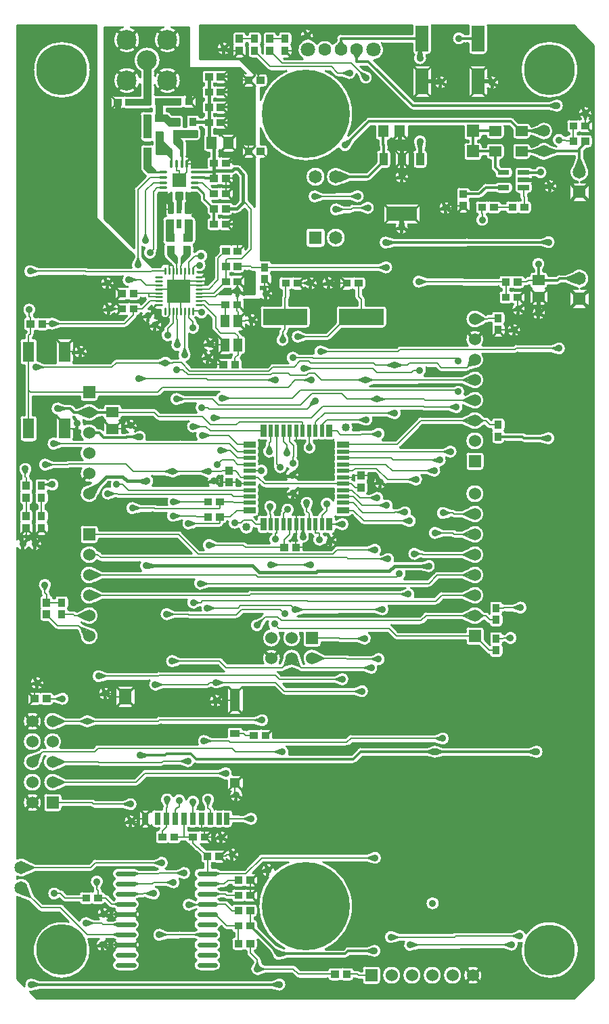
<source format=gtl>
G04 CAM350 V10.0 (Build 275) Date:  Sat Sep 14 14:12:12 2013 *
G04 Database: (Untitled) *
G04 Layer 3: SABOTEN-L1.PHO *
%FSLAX25Y25*%
%MOIN*%
%SFA1.000B1.000*%

%MIA0B0*%
%IPPOS*%
%ADD13C,0.01181*%
%ADD16C,0.02362*%
%ADD17R,0.03500X0.03500*%
%ADD18R,0.05000X0.05000*%
%ADD19C,0.25000*%
%ADD21C,0.06500*%
%ADD24R,0.08000X0.08000*%
%ADD25R,0.06000X0.06000*%
%ADD26C,0.06000*%
%ADD27C,0.00984*%
%ADD28R,0.11811X0.11811*%
%ADD29R,0.04724X0.04724*%
%ADD33R,0.06299X0.06299*%
%ADD36C,0.03000*%
%ADD37C,0.00800*%
%ADD38C,0.01200*%
%ADD39C,0.01500*%
%ADD40C,0.01000*%
%ADD41R,0.06496X0.06496*%
%ADD42C,0.06496*%
%ADD60R,0.05906X0.05906*%
%ADD61C,0.05906*%
%ADD62C,0.00984*%
%ADD63R,0.04528X0.04528*%
%ADD64C,0.09843*%
%ADD65C,0.06299*%
%ADD66C,0.03600*%
%ADD67C,0.02000*%
%ADD68C,0.07087*%
%ADD82R,0.02362X0.02362*%
%ADD84R,0.04000X0.04000*%
%ADD85R,0.07000X0.07000*%
%ADD86R,0.06693X0.06693*%
%ADD87C,0.43307*%
%ADD88R,0.05512X0.05512*%
%ADD94R,0.03000X0.03000*%
%ADD95R,0.02000X0.02000*%
%ADD96C,0.04000*%
%ADD97R,0.02756X0.02756*%
%ADD98R,0.03150X0.03150*%
%ADD99R,0.02500X0.02500*%
%LNSABOTEN-L1.PHO*%
%LPD*%
G36*
X124527Y364612D02*
G01X124475Y364629D01*
X124942*
X124527Y364612*
G37*
G36*
X233608Y466573D02*
G01X233449Y466603D01*
X233767*
X233608Y466573*
G37*
G36*
X89608Y357394D02*
G01X89425Y357501D01*
X89709Y357457*
X89608Y357394*
G37*
G36*
X124474Y364629D02*
G01X123935D01*
Y364803*
X124474Y364629*
G37*
G36*
X62862Y293207D02*
G01X62762Y293478D01*
X63208Y293434*
X63290*
X62862Y293207*
G37*
G36*
X167672Y266775D02*
G01X168182Y267715D01*
X168272Y268332*
X168807Y267835*
X168286Y267523*
X167672Y266775*
G37*
G36*
X153208Y243104D02*
G01X152193Y244119D01*
X151941Y244334*
X152608*
X153408Y244534*
X153208Y243734*
Y243104*
G37*
G36*
X186914Y235084D02*
G01X186108Y235934D01*
Y236034*
X186308*
X186858Y236125*
X187408Y236034*
X188342*
X187931Y235889*
X187207Y235407*
X186914Y235084*
G37*
G36*
X201236Y262173D02*
G01X201039Y262357D01*
X200563Y262612*
X200301Y262675*
X200308Y262834*
Y264834*
X200508*
X201158Y264937*
Y262684*
X201236Y262173*
G37*
G36*
X144908Y259634D02*
G01X143058D01*
Y263214*
X144128Y262144*
X144634Y261861*
X144915Y261793*
X144908Y261634*
Y259634*
G37*
G36*
X136158D02*
G01X134646D01*
X135007Y260047*
X135440Y261055*
X135544Y262147*
X135310Y263218*
X134759Y264167*
X134351Y264534*
X135708*
X136259Y264607*
X136448Y264234*
X136306Y264023*
X136158Y263538*
Y259634*
G37*
G36*
X191815Y461057D02*
G01X191506Y461326D01*
X188714Y463136*
X187203Y463834*
X189038*
X191815Y461057*
G37*
G36*
X169608Y232394D02*
G01X169301Y232558D01*
X171288Y234544*
X171608Y235316*
Y236037*
X171708Y236034*
X172746*
X172493Y235502*
X172365Y234332*
X172626Y233184*
X172937Y232684*
X170304*
X169819Y232536*
X169608Y232394*
G37*
G36*
X140489Y353947D02*
G01X134523D01*
X137273Y356697*
X139903*
X140326Y356750*
X140158Y356296*
X140081Y355329*
X140269Y354379*
X140489Y353947*
G37*
G36*
X111753Y394147D02*
G01X109553D01*
Y403447*
X111153*
Y399698*
X111753Y398598*
Y394147*
G37*
G36*
X67261Y282434D02*
G01X62853D01*
X62922Y282915*
Y287224*
X63398Y286942*
X64477Y286698*
X65578Y286799*
X66086Y287017*
X65908Y285734*
Y285121*
X66223Y283936*
X66831Y282871*
X67261Y282434*
G37*
G36*
X120553Y394147D02*
G01X118153D01*
Y398939*
X118753Y399539*
Y403647*
X120553*
Y394147*
G37*
G36*
X115753Y395847D02*
G01X114153D01*
Y400654*
X113553Y401254*
Y404047*
X116353*
Y401254*
X115753Y400654*
Y395847*
G37*
G36*
X111753Y380247D02*
G01X108753D01*
Y390247*
X111753*
Y380247*
G37*
G36*
X121153D02*
G01X118153D01*
Y390247*
X121153*
Y380247*
G37*
G36*
X100653Y431247D02*
G01X97753D01*
Y441947*
X100653*
Y431247*
G37*
G36*
X116046Y369347D02*
G01X115953D01*
Y372039*
X117453Y373539*
Y377347*
X120053*
Y373354*
X116046Y369347*
G37*
G36*
X113708Y369334D02*
G01X113515D01*
X109408Y373441*
Y377334*
X111908*
Y373727*
X113708Y371927*
Y369334*
G37*
G36*
X215036Y195334D02*
G01X173274D01*
X174167Y195803*
X176093Y196534*
X193508*
X194402Y196734*
X211123*
X213049Y196003*
X213495Y195680*
X214541Y195337*
X215036Y195334*
G37*
G36*
X103353Y413947D02*
G01X99760D01*
X97853Y415854*
Y425647*
X100753*
Y417039*
X103353Y414439*
Y413947*
G37*
G36*
X77508Y287087D02*
G01X76911Y287684D01*
X76066Y288034*
X74707*
X74335Y288697*
X73211Y289721*
X71821Y290338*
X70308Y290486*
X68826Y290149*
X68175Y289755*
X68257Y290348*
X68017Y291521*
X67710Y292034*
X68296Y291575*
X69694Y291064*
X71181Y291010*
X72612Y291418*
X73848Y292249*
X74307Y292834*
X75267Y293434*
X76408*
X77079Y293534*
X77508*
Y292982*
X77788Y292335*
X78302Y291853*
X78633Y291734*
X78302Y291615*
X77788Y291133*
X77508Y290486*
Y287087*
G37*
G36*
X111153Y421347D02*
G01X110560D01*
X108760Y423147*
X103853*
Y433647*
X106753*
Y429125*
X111153Y425125*
Y421347*
G37*
G36*
X116353Y421947D02*
G01X115860D01*
X115553Y422254*
Y425254*
X112453Y428354*
Y434347*
X123653*
Y431547*
X114953*
Y430539*
X116353Y429139*
Y421947*
G37*
G36*
X129370Y259634D02*
G01X101846D01*
X102207Y260047*
X102640Y261055*
X102744Y262147*
X102510Y263218*
X101959Y264167*
X101551Y264534*
X107823*
X109749Y263803*
X110269Y263426*
X111509Y263088*
X112787Y263213*
X113938Y263784*
X114375Y264255*
X114865Y264534*
X115508*
X116148Y264634*
X125323*
X127249Y263903*
X127588Y263657*
X128361Y263339*
X128775Y263275*
X128524Y262670*
X128494Y261360*
X128939Y260128*
X129370Y259634*
G37*
G36*
X152053Y353947D02*
G01X146727D01*
X146973Y354430*
X147150Y355501*
X146994Y356574*
X146757Y357063*
X147063Y357304*
X147403Y358006*
Y362352*
X146947Y363141*
X146158Y363597*
X141549*
X141063Y363448*
X140853Y363306*
X140053Y363590*
Y364203*
X140853Y364487*
X141063Y364345*
X141549Y364197*
X146096*
X146802Y364542*
X147286Y365162*
X147366Y365547*
X149433*
X149719Y365299*
X150429Y365034*
X152053*
Y353947*
G37*
G36*
X114953Y437147D02*
G01X109960D01*
X107860Y439247*
X103553*
Y441947*
X103653*
Y449947*
X115453*
Y447447*
X106453*
Y441947*
X108846*
X110546Y440247*
X114953*
Y437147*
G37*
G36*
X142406Y398397D02*
G01X141452D01*
X141317Y398696*
X140842Y399151*
X140232Y399397*
X135749*
X135263Y399248*
X135053Y399106*
X134842Y399248*
X134357Y399397*
X131614*
X131014Y399997*
X134357*
X134842Y400145*
X135053Y400287*
X135263Y400145*
X135749Y399997*
X140358*
X141147Y400452*
X141603Y401241*
Y405652*
X141147Y406441*
X140358Y406897*
X135749*
X135263Y406748*
X135053Y406606*
X134842Y406748*
X134357Y406897*
X131473*
X130873Y407497*
X134357*
X134842Y407645*
X135053Y407787*
X135263Y407645*
X135749Y407497*
X140358*
X141147Y407952*
X141603Y408741*
Y412285*
X141897Y412372*
X142424Y412685*
X142758Y413019*
X144058Y411719*
Y400049*
X142406Y398397*
G37*
G36*
X121046Y416240D02*
G01X121082Y416643D01*
Y419888*
X120683Y420780*
X119954Y421432*
X119022Y421729*
X118536Y421675*
X118553Y421947*
Y429140*
X118543Y429347*
X119594*
X120003Y429297*
X123503*
X124022Y429378*
X124538Y429466*
X125381Y430088*
X125853Y431023*
Y434845*
X125423Y435745*
X125034Y436059*
X125128Y436297*
X126051*
X126156Y435859*
X126773Y435204*
X127203Y435072*
Y432499*
X126986Y432263*
X126753Y431667*
Y425091*
X127208Y424302*
X127997Y423847*
X129703*
Y421821*
X129353Y421714*
X128804Y421230*
X128503Y420563*
Y416697*
X128553Y416285*
X122827*
X122619Y416276*
X121449*
X121046Y416240*
G37*
G36*
X100453Y447247D02*
G01X89053D01*
Y449647*
X97753*
Y469247*
X100753*
Y447447*
X100453*
Y447247*
G37*
G36*
X167808Y262734D02*
G01X157878D01*
X156822Y263790*
X157387Y264019*
X158297Y264833*
X158877Y265906*
X159060Y267113*
X158824Y268310*
X158196Y269357*
X157252Y270129*
X156102Y270537*
X154881Y270531*
X154308Y270322*
Y271134*
X154217Y271684*
X154308Y272234*
Y274234*
X154199Y274834*
X154308Y275434*
Y277434*
X154217Y277984*
X154308Y278534*
Y281534*
X154171Y282202*
X154908Y282034*
X157743*
X157484Y281745*
X157208Y281021*
Y279935*
X156622Y278778*
X156224Y278302*
X155804Y277134*
X155812Y275893*
X156245Y274731*
X157051Y273788*
X158133Y273179*
X159357Y272980*
X160576Y273213*
X161108Y273532*
Y270173*
X161236Y269666*
X161360Y269436*
X161253Y268823*
X161475Y267597*
X162107Y266523*
X163070Y265733*
X164247Y265324*
X165493Y265346*
X166654Y265796*
X167503Y266544*
X167108Y265441*
Y264266*
X167467Y263188*
X167808Y262734*
G37*
G36*
X190911D02*
G01X173408D01*
X173741Y263177*
X174099Y264226*
X174116Y265334*
X173790Y266394*
X173152Y267300*
X172709Y267633*
X173272Y267971*
X174076Y269008*
X174450Y270265*
X174343Y271573*
X173770Y272753*
X173289Y273200*
X173508Y274134*
Y279952*
X173188Y280724*
X171878Y282034*
X173708*
X174258Y282125*
X174808Y282034*
X176808*
X176908Y282037*
Y282034*
X177076Y281210*
X176558Y280812*
X175879Y279697*
X175648Y278412*
X175895Y277130*
X176588Y276023*
X177634Y275241*
X178891Y274888*
X180191Y275012*
X181359Y275597*
X182237Y276563*
X182708Y277781*
Y278976*
X182380Y280011*
X181754Y280897*
X181321Y281224*
X181308Y281245*
Y281834*
X181298Y282034*
X183108*
X183708Y282143*
X184308Y282034*
X186308*
X186858Y282125*
X187408Y282034*
X190408*
X191023Y282149*
X190908Y281534*
Y278534*
X190999Y277984*
X190908Y277434*
Y275434*
X191017Y274834*
X190908Y274234*
Y272234*
X190999Y271684*
X190908Y271134*
Y269134*
X191017Y268534*
X190908Y267934*
Y265934*
X190999Y265384*
X190908Y264834*
Y262834*
X190911Y262734*
G37*
G36*
X114968Y282434D02*
G01X98858D01*
X99095Y283029*
X99119Y284309*
X98688Y285515*
X97858Y286490*
X96737Y287108*
X95469Y287289*
X94219Y287010*
X93684Y286658*
X93206Y286510*
X93717Y286922*
X94370Y288060*
X94567Y289357*
X94281Y290637*
X93551Y291727*
X92475Y292479*
X91201Y292790*
X89901Y292618*
X88750Y291988*
X87906Y290983*
X87483Y289742*
X87539Y288431*
X88065Y287229*
X88990Y286300*
X89590Y286034*
X89208*
X88270Y285834*
X86708*
Y290486*
X86428Y291133*
X85914Y291615*
X85583Y291734*
X85914Y291853*
X86428Y292335*
X86708Y292982*
Y293734*
X101738*
X103618Y291854*
X104390Y291534*
X119581*
X119100Y291137*
X118472Y290061*
X118253Y288835*
X118471Y287608*
X119099Y286531*
X120060Y285738*
X121236Y285325*
X122482Y285343*
X123064Y285567*
X122906Y285057*
X122910Y283990*
X123231Y282972*
X123536Y282534*
X115608*
X114968Y282434*
G37*
G36*
X105862Y367489D02*
G01X101717D01*
X96808Y372399*
Y377175*
X98002Y376771*
X97587Y376307*
X97126Y375150*
X97093Y373906*
X97490Y372726*
X98270Y371756*
X99337Y371114*
X100560Y370879*
X101789Y371081*
X102873Y371694*
X103679Y372643*
X104108Y373811*
Y374434*
X104065Y374983*
X104233Y375240*
X104408Y375827*
Y403538*
X104998Y404128*
X105701Y404017*
X108457*
X108859Y404053*
X108824Y403651*
Y400571*
X109003Y399950*
X109175Y399676*
X108857Y399550*
X108368Y399070*
X108103Y398439*
Y393274*
X108339Y392674*
X108559Y392438*
X108148Y392402*
X107409Y392036*
X106852Y391428*
X106553Y390659*
Y379889*
X106779Y379210*
X107209Y378639*
X107504Y378436*
X107358Y378185*
X107208Y377624*
Y373003*
X107543Y372195*
X110911Y368827*
X110447Y369058*
X109411Y369057*
X108947Y368824*
X108512Y369043*
X107539Y369071*
X106646Y368684*
X106000Y367956*
X105862Y367489*
G37*
G36*
X174258Y245343D02*
G01X173708Y245434D01*
X171708*
X171108Y245325*
X170826Y245404*
X171302Y245859*
X171859Y247053*
X171943Y248367*
X171544Y249622*
X170716Y250646*
X169572Y251300*
X168269Y251493*
X166986Y251199*
X165896Y250459*
X165150Y249373*
X164850Y248091*
X164943Y247439*
X164628Y247124*
X164308Y246352*
Y245431*
X164208Y245434*
X162208*
Y245797*
X162078Y246306*
X161953Y246537*
X162102Y246791*
X162482Y247120*
X163025Y247967*
X163308Y248931*
Y250077*
X162851Y251279*
X161996Y252240*
X160856Y252835*
X159578Y252985*
X158331Y252672*
X157277Y251935*
X156553Y250872*
X156254Y249621*
X156420Y248346*
X157028Y247212*
X157514Y246791*
X157708Y246461*
Y245834*
X157746Y245434*
X154908*
X154108Y245234*
X154308Y246034*
Y249034*
X154199Y249634*
X154308Y250234*
Y252234*
X154217Y252784*
X154308Y253334*
Y255334*
X154199Y255934*
X154308Y256534*
Y258534*
X154217Y259084*
X154308Y259634*
Y260364*
X155818Y258854*
X156590Y258534*
X168565*
X168089Y258106*
X167503Y256968*
X167358Y255696*
X167672Y254455*
X168405Y253405*
X169462Y252683*
X170706Y252382*
X171976Y252540*
X173108Y253137*
X173955Y254097*
X174408Y255294*
Y256426*
X174137Y257371*
X173616Y258205*
X173251Y258534*
X190908*
Y256534*
X191017Y255934*
X190908Y255334*
Y253334*
X190999Y252784*
X190908Y252252*
X190652Y252830*
X189767Y253734*
X188621Y254272*
X187360Y254374*
X186143Y254028*
X185124Y253278*
X184432Y252218*
X184154Y250983*
X184327Y249730*
X184927Y248616*
X185404Y248200*
X183582Y246378*
X183277Y245767*
X183229Y245430*
X183108Y245434*
X181108*
Y246352*
X180788Y247124*
X179966Y247946*
X180494Y248990*
X180889Y249463*
X181309Y250623*
X181307Y251856*
X180884Y253014*
X180091Y253958*
X179022Y254574*
X177808Y254788*
X176594Y254574*
X175525Y253958*
X174732Y253014*
X174309Y251856*
X174307Y250623*
X174727Y249463*
X175122Y248990*
X175708Y247833*
Y246716*
X176028Y245944*
X176538Y245434*
X174808*
X174258Y245343*
G37*
G36*
X133058Y318134D02*
G01X121078D01*
X118626Y320585*
X119162Y320748*
X120079Y321393*
X120749Y322291*
X121105Y323353*
X121111Y324473*
X120768Y325540*
X120445Y325985*
X120439Y325993*
X119708Y327919*
Y333942*
X119881Y334512*
X120411Y334162*
X121650Y333880*
X122908Y334051*
X124026Y334653*
X124862Y335610*
X125308Y336799*
Y337979*
X124976Y339018*
X124344Y339907*
X123908Y340234*
Y340852*
X123588Y341624*
X122866Y342345*
X123260Y342645*
X123654Y342190*
X124700Y341594*
X125885Y341383*
X127073Y341579*
X128127Y342161*
X128926Y343062*
X129152Y343620*
X130808Y341964*
Y337016*
X131128Y336244*
X134023Y333349*
X134123Y333255*
X133893Y333018*
X133644Y332404*
Y325318*
X134100Y324529*
X134889Y324073*
X140106*
X140558Y324200*
X140758Y324322*
X141003Y324199*
X140717Y323905*
X140408Y323144*
Y322677*
X139608Y322394*
X139397Y322536*
X138912Y322684*
X134302*
X133513Y322229*
X133058Y321440*
Y318134*
G37*
G36*
X128735Y358631D02*
G01X128360D01*
X128131Y359484*
X128364Y360468*
X128131Y361452*
X128334Y361857*
X128387Y362760*
X128077Y363611*
X127456Y364270*
X126624Y364629*
X124958*
X125770Y364662*
X126920Y365137*
X127836Y365980*
X128405Y367087*
X128558Y368322*
X128276Y369534*
X127934Y370054*
X128414Y370421*
X129072Y371433*
X129352Y372607*
X129224Y373808*
X128700Y374896*
X127842Y375745*
X126749Y376259*
X125548Y376376*
X124376Y376084*
X123370Y375417*
X123008Y374934*
X122808*
X122253Y374859*
Y377347*
X122203Y377813*
X122134Y378277*
X122502Y378461*
X123056Y379068*
X123353Y379835*
Y390659*
X123054Y391428*
X122497Y392036*
X121758Y392402*
X121347Y392438*
X121567Y392674*
X121803Y393274*
Y398439*
X121538Y399070*
X121049Y399550*
X120731Y399676*
X120903Y399950*
X121082Y400571*
Y403651*
X121046Y404053*
X121449Y404017*
X123384*
X125008Y402394*
Y400254*
X125343Y399445*
X128503Y396285*
Y393804*
X128848Y393097*
X129468Y392614*
X129853Y392533*
Y391860*
X129468Y391779*
X128848Y391296*
X128503Y390590*
Y386241*
X128958Y385452*
X129747Y384997*
X134357*
X134842Y385145*
X135053Y385287*
X135263Y385145*
X135749Y384997*
X140358*
X141147Y385452*
X141603Y386241*
Y390652*
X141147Y391441*
X140358Y391897*
X135749*
X135263Y391748*
X135053Y391606*
X134453Y391860*
Y392533*
X135053Y392787*
X135263Y392645*
X135749Y392497*
X140232*
X140842Y392742*
X141317Y393197*
X141452Y393497*
X143908*
X144808Y393870*
X147105Y396167*
X148408Y394864*
Y377004*
X147403Y375999*
Y377352*
X146947Y378141*
X146158Y378597*
X141549*
X141063Y378448*
X140853Y378306*
X140642Y378448*
X140157Y378597*
X135547*
X134758Y378141*
X134303Y377352*
Y374666*
X132428Y372791*
X132108Y372019*
Y362004*
X128735Y358631*
G37*
G36*
X82117Y45834D02*
G01X79611D01*
X80144Y46155*
X80925Y47124*
X81323Y48303*
X81291Y49547*
X80831Y50704*
X80001Y51632*
X78903Y52216*
X77670Y52386*
X76454Y52121*
X75404Y51453*
X74648Y50463*
X74280Y49274*
X74345Y48032*
X74834Y46887*
X75260Y46434*
X73093*
X71167Y47165*
X70641Y47547*
X69384Y47883*
X68091Y47746*
X66934Y47153*
X66067Y46184*
X65836Y45576*
X57698Y53714*
X56926Y54034*
X47778*
X43507Y58304*
X42039Y62170*
X41979Y62843*
X41504Y64107*
X40708Y65198*
X39648Y66036*
X38403Y66559*
X37063Y66730*
X35726Y66535*
X35108Y66262*
Y67206*
X35742Y66926*
X37115Y66736*
X38488Y66930*
X39755Y67494*
X40286Y67939*
X44058Y69634*
X71726*
X72498Y69954*
X74478Y71934*
X102323*
X104249Y71203*
X104432Y71079*
X103826Y70834*
X95342*
X94170Y71192*
X93830Y71399*
X93064Y71615*
X84246*
X83230Y71216*
X82431Y70472*
X81959Y69488*
X81879Y68399*
X82203Y67357*
X82887Y66505*
X83360Y66234*
X82918Y65981*
X82261Y65201*
X81911Y64244*
Y63224*
X82261Y62267*
X82918Y61487*
X83360Y61234*
X82918Y60981*
X82261Y60201*
X81911Y59244*
Y58224*
X82261Y57267*
X82918Y56487*
X83360Y56234*
X83031Y56014*
X82653Y55859*
X79998Y58514*
X79226Y58834*
X78622*
X78546Y59193*
X78112Y59785*
X77473Y60145*
X77108Y60177*
Y60818*
X76836Y61537*
X76581Y61825*
X76869Y62345*
X77199Y62671*
X77666Y63473*
X77908Y64370*
Y65466*
X77465Y66651*
X76636Y67606*
X75525Y68211*
X74273Y68388*
X73037Y68116*
X71976Y67429*
X71221Y66414*
X70870Y65198*
X70966Y63937*
X71498Y62790*
X71947Y62345*
X72308Y61692*
Y61034*
X72528Y60099*
X72108Y59894*
X71897Y60036*
X71412Y60184*
X66865*
X66159Y59839*
X65675Y59219*
X65594Y58834*
X59578*
X57698Y60714*
X56926Y61034*
X56208*
X55829Y61539*
X54767Y62221*
X53533Y62488*
X52283Y62308*
X51176Y61703*
X50349Y60748*
X49908Y59565*
Y58333*
X50310Y57199*
X51067Y56264*
X52092Y55635*
X53269Y55385*
X54461Y55543*
X55533Y56089*
X55947Y56525*
X57518Y54954*
X58290Y54634*
X65594*
X65675Y54249*
X66159Y53629*
X66865Y53284*
X71412*
X71897Y53432*
X72108Y53574*
X72319Y53432*
X72804Y53284*
X77415*
X78206Y53742*
X78433Y54139*
X80618Y51954*
X81390Y51634*
X82593*
X83031Y51454*
X83360Y51234*
X82918Y50981*
X82261Y50201*
X81911Y49244*
Y48224*
X82261Y47267*
X82918Y46487*
X83360Y46234*
X83289Y46192*
X82117Y45834*
G37*
G36*
X80938Y320034D02*
G01X62782D01*
X62922Y320710*
Y324746*
X63084Y324130*
X63822Y323089*
X64880Y322375*
X66122Y322081*
X67388Y322244*
X68515Y322843*
X69358Y323802*
X69808Y324996*
Y326272*
X69358Y327466*
X68515Y328425*
X67388Y329024*
X66122Y329187*
X64880Y328893*
X63822Y328179*
X63084Y327138*
X62922Y326522*
Y331008*
X62467Y331797*
X61678Y332253*
X55255*
X54466Y331797*
X54010Y331008*
Y320710*
X54151Y320034*
X48493*
X46567Y320765*
X46262Y320986*
X45574Y321289*
X45206Y321364*
Y331008*
X44750Y331797*
X43961Y332253*
X42850*
Y332706*
X43488Y333344*
X43808Y334116*
Y335791*
X44608Y336074*
X44819Y335932*
X45304Y335784*
X49812*
X50460Y336066*
X50701Y336325*
X51281Y336025*
X52578Y335884*
X53839Y336220*
X54367Y336603*
X56293Y337334*
X88626*
X89398Y337654*
X94206Y342462*
X94496Y342992*
X94560Y343287*
X94934Y343310*
X95595Y343666*
X96044Y344267*
X96122Y344634*
X96500*
X96356Y344303*
X96208Y343595*
Y342672*
X96560Y341604*
X97229Y340700*
X98148Y340051*
X99223Y339722*
X99786Y339735*
X99585Y339128*
X99637Y337852*
X100137Y336676*
X101020Y335753*
X102172Y335201*
X103445Y335092*
X104675Y335440*
X105702Y336199*
X106395Y337272*
X106664Y338521*
X106475Y339785*
X105851Y340900*
X104874Y341723*
X103669Y342147*
X103030Y342133*
X103208Y343234*
Y343781*
X102874Y344824*
X102238Y345714*
X101360Y346368*
X100324Y346723*
X99777Y346733*
X101367Y348323*
X101427Y347935*
X101808Y347249*
X102404Y346737*
X103141Y346465*
X105771*
Y343775*
X106130Y342944*
X106788Y342322*
X107639Y342013*
X108543Y342066*
X108947Y342269*
X109800Y342040*
Y340473*
X107513Y338097*
X107208Y337341*
Y336534*
X106772Y336207*
X106140Y335318*
X105808Y334279*
Y333112*
X106236Y331945*
X107040Y330996*
X108122Y330383*
X109348Y330179*
X110570Y330411*
X111104Y330730*
X110769Y330171*
X110548Y328886*
X110804Y327609*
X111502Y326508*
X112549Y325733*
X113806Y325387*
X114454Y325451*
X114219Y324962*
X114066Y323887*
X114247Y322817*
X114495Y322334*
X111808*
X111168Y322234*
X111099*
X110925Y322340*
X110588Y322756*
X109696Y323347*
X108667Y323645*
X107597Y323622*
X106582Y323279*
X106149Y322965*
X104223Y322234*
X83590*
X82818Y321914*
X80938Y320034*
G37*
G36*
X155108Y449570D02*
G01Y455784D01*
X157414*
X158203Y456239*
X158658Y457028*
Y461440*
X158203Y462229*
X157414Y462684*
X152813*
X152343Y462545*
X152136Y462413*
X144815Y469734*
X125108*
Y486234*
X229760*
X229758Y486163*
Y482164*
X194150*
X193305Y481814*
X192658Y481167*
X192308Y480321*
Y478793*
X191958Y478296*
X191582Y478050*
X190933Y477430*
X190671Y477066*
X190224Y477687*
X188990Y478595*
X187537Y479078*
X186005Y479089*
X184544Y478628*
X183297Y477740*
X182840Y477125*
X182447Y477720*
X181373Y478656*
X180730Y478964*
X181098Y479465*
X181443Y480660*
X181356Y481900*
X180846Y483035*
X179977Y483924*
X178855Y484460*
X177617Y484577*
X176415Y484260*
X175395Y483548*
X174683Y482529*
X174365Y481326*
X174481Y480088*
X175017Y478966*
X175462Y478531*
X174857Y478108*
X173928Y476962*
X173352Y475605*
X173257Y474834*
X173172Y474141*
X173403Y472684*
X174027Y471348*
X174996Y470235*
X175614Y469834*
X166578*
X166228Y470184*
X169314*
X170103Y470639*
X170558Y471428*
Y476038*
X170410Y476523*
X170268Y476734*
X170410Y476945*
X170558Y477430*
Y482040*
X170103Y482829*
X169314Y483284*
X164929*
X164174Y482877*
X163702Y482161*
X163665Y481734*
X163051*
X163014Y482161*
X162542Y482877*
X161787Y483284*
X157402*
X156613Y482829*
X156158Y482040*
Y477430*
X156306Y476945*
X156448Y476734*
X156306Y476523*
X156158Y476038*
Y472554*
X155558Y473154*
Y476038*
X155410Y476523*
X155268Y476734*
X155410Y476945*
X155558Y477430*
Y482040*
X155103Y482829*
X154314Y483284*
X149929*
X149174Y482877*
X148702Y482161*
X148665Y481734*
X148051*
X148014Y482161*
X147542Y482877*
X146787Y483284*
X142402*
X141613Y482829*
X141158Y482040*
Y477430*
X141306Y476945*
X141448Y476734*
X141306Y476523*
X141158Y476038*
Y471428*
X141613Y470639*
X142402Y470184*
X146814*
X147603Y470639*
X148058Y471428*
Y476038*
X147910Y476523*
X147768Y476734*
X148051Y477534*
X148665*
X148948Y476734*
X148806Y476523*
X148658Y476038*
Y471428*
X149113Y470639*
X149902Y470184*
X152588*
X158618Y464154*
X159390Y463834*
X167613*
X166132Y463150*
X163391Y461384*
X160922Y459255*
X158772Y456802*
X156984Y454075*
X155592Y451126*
X155108Y449570*
G37*
G36*
X92608Y376599D02*
G01X78053Y391154D01*
Y485447*
X87115*
X86262Y485170*
X84763Y484184*
X83580Y482833*
X82800Y481217*
X82478Y479452*
X82638Y477664*
X83267Y475983*
X84322Y474531*
X85724Y473411*
X87374Y472706*
X89153Y472465*
X90931Y472706*
X92581Y473411*
X93984Y474531*
X95039Y475983*
X95668Y477664*
X95828Y479452*
X95506Y481217*
X94726Y482833*
X93543Y484184*
X92044Y485170*
X91190Y485447*
X107115*
X106262Y485170*
X104763Y484184*
X103580Y482833*
X102800Y481217*
X102478Y479452*
X102638Y477664*
X103267Y475983*
X104322Y474531*
X105724Y473411*
X107374Y472706*
X109153Y472465*
X110931Y472706*
X112581Y473411*
X113984Y474531*
X115039Y475983*
X115668Y477664*
X115828Y479452*
X115506Y481217*
X114726Y482833*
X113543Y484184*
X112044Y485170*
X111190Y485447*
X119553*
Y465447*
X144846*
X147608Y462684*
X146802*
X146013Y462229*
X145558Y461440*
Y457028*
X146013Y456239*
X146802Y455784*
X151395*
X151851Y455914*
X152053Y456039*
Y427429*
X151851Y427554*
X151395Y427684*
X146802*
X146013Y427229*
X145558Y426440*
Y422028*
X146013Y421239*
X146802Y420784*
X151395*
X151851Y420914*
X152053Y421039*
Y397156*
X151993Y397219*
X148958Y400254*
Y413221*
X148585Y414122*
X144996Y417711*
X144095Y418084*
X141908*
X141603Y418065*
Y420652*
X141147Y421441*
X140358Y421897*
X135749*
X135263Y421748*
X135053Y421606*
X134603Y421821*
Y424295*
X135053Y424972*
X135172Y424641*
X135654Y424127*
X136301Y423847*
X142108*
X142897Y424302*
X143353Y425091*
Y431802*
X142897Y432591*
X142108Y433047*
X136301*
X135654Y432767*
X135172Y432253*
X135053Y431921*
X134934Y432253*
X134452Y432767*
X133805Y433047*
X132103*
Y435072*
X132553Y435287*
X132763Y435145*
X133249Y434997*
X137858*
X138647Y435452*
X139103Y436241*
Y440652*
X138647Y441441*
X137858Y441897*
X133249*
X132763Y441748*
X132553Y441606*
X132103Y441821*
Y442572*
X132553Y442787*
X132763Y442645*
X133249Y442497*
X137858*
X138647Y442952*
X139103Y443741*
Y448152*
X138647Y448941*
X137858Y449397*
X133249*
X132763Y449248*
X132553Y449106*
X132103Y449321*
Y450072*
X132553Y450287*
X132763Y450145*
X133249Y449997*
X137858*
X138647Y450452*
X139103Y451241*
Y455652*
X138647Y456441*
X137858Y456897*
X133249*
X132763Y456748*
X132553Y456606*
X132103Y456821*
Y457572*
X132553Y457787*
X132763Y457645*
X133249Y457497*
X137858*
X138647Y457952*
X139103Y458741*
Y463152*
X138647Y463941*
X137858Y464397*
X133249*
X132763Y464248*
X132553Y464106*
X132342Y464248*
X131857Y464397*
X127247*
X126458Y463941*
X126003Y463152*
Y458831*
X126304Y458164*
X126853Y457679*
X127203Y457572*
Y456821*
X126853Y456714*
X126304Y456230*
X126003Y455563*
Y451331*
X126304Y450664*
X126853Y450179*
X127203Y450072*
Y449321*
X126853Y449214*
X126304Y448730*
X126003Y448063*
Y443831*
X126304Y443164*
X126853Y442679*
X127203Y442572*
Y441821*
X126939Y441740*
X126490Y441420*
X126328Y441197*
X125128*
X125020Y441546*
X124536Y442095*
X123869Y442397*
X119547*
X118758Y441941*
X118303Y441152*
Y436797*
X118321Y436547*
X117196*
X117203Y436697*
Y440994*
X116850Y441707*
X116218Y442189*
X115827Y442265*
X114953Y442447*
X111457*
X110092Y443812*
X109283Y444147*
X108653*
Y445247*
X115453*
X115919Y445297*
X116257*
X116742Y445445*
X116953Y445587*
X117163Y445445*
X117649Y445297*
X122258*
X123047Y445752*
X123503Y446541*
Y450952*
X123047Y451741*
X122258Y452197*
X117649*
X117163Y452048*
X116953Y451906*
X116742Y452048*
X116257Y452197*
X112103*
X111694Y452147*
X107412*
X107003Y452197*
X103103*
X102953Y452190*
Y456822*
X103248Y456034*
X104216Y454655*
X105497Y453562*
X107011Y452825*
X108662Y452490*
X110343Y452579*
X111949Y453086*
X113377Y453979*
X114536Y455201*
X115353Y456674*
X115774Y458305*
Y459989*
X115353Y461619*
X114536Y463092*
X113377Y464314*
X111949Y465207*
X110343Y465714*
X108662Y465803*
X107011Y465468*
X105497Y464731*
X104216Y463638*
X103248Y462259*
X102953Y461471*
Y463724*
X103685Y464237*
X104824Y465614*
X105557Y467243*
X105833Y469009*
X105630Y470785*
X104964Y472443*
X103883Y473865*
X102463Y474950*
X100806Y475620*
X99031Y475827*
X97265Y475556*
X95634Y474826*
X94254Y473690*
X93225Y472229*
X92620Y470548*
X92482Y468766*
X92822Y467011*
X93614Y465410*
X94803Y464075*
X95553Y463590*
Y460845*
X95329Y461687*
X94460Y463201*
X93229Y464437*
X91719Y465312*
X90034Y465767*
X88290Y465769*
X86604Y465319*
X85092Y464448*
X83857Y463215*
X82984Y461704*
X82532Y460019*
Y458274*
X82984Y456589*
X83857Y455078*
X85092Y453845*
X86604Y452974*
X88290Y452524*
X90034Y452527*
X91719Y452981*
X93229Y453856*
X94460Y455093*
X95329Y456606*
X95553Y457448*
Y451847*
X92812*
X92403Y451897*
X88249*
X87763Y451748*
X87553Y451606*
X87342Y451748*
X86857Y451897*
X82247*
X81458Y451441*
X81003Y450652*
Y446241*
X81458Y445452*
X82247Y444997*
X86857*
X87342Y445145*
X87553Y445287*
X87763Y445145*
X88249Y444997*
X92403*
X92812Y445047*
X100714*
X101221Y445168*
X101453Y445287*
Y444078*
X101203Y444097*
X101119*
X100653Y444147*
X97753*
X97286Y444097*
X96837Y444092*
X96059Y443640*
X95607Y442863*
X95603Y442413*
X95553Y441947*
Y430941*
X95719Y430354*
X95879Y430094*
X95987Y429745*
X96471Y429197*
X97137Y428897*
X101403*
X101653Y428915*
Y427778*
X101403Y427797*
X101219*
X100753Y427847*
X97853*
X97359Y427791*
X97030Y427763*
X96440Y427464*
X96005Y426965*
X95896Y426653*
X95776Y426419*
X95653Y425909*
Y415416*
X95988Y414607*
X98204Y412391*
X98469Y412165*
X92928Y406624*
X92608Y405852*
Y376599*
G37*
G36*
X309401Y7234D02*
G01X44815D01*
X41327Y10722*
X41789Y10617*
X42735Y10658*
X43636Y10950*
X44032Y11210*
X46055Y11834*
X160361*
X162384Y11210*
X162914Y10861*
X164152Y10580*
X165410Y10752*
X166527Y11354*
X167362Y12311*
X167808Y13499*
Y14769*
X167362Y15957*
X166527Y16914*
X165410Y17516*
X164152Y17688*
X162914Y17407*
X162384Y17058*
X160361Y16434*
X46055*
X44032Y17058*
X43502Y17407*
X42264Y17688*
X41006Y17516*
X39889Y16914*
X39054Y15957*
X38608Y14769*
Y14134*
X38696Y13353*
X35108Y16941*
Y57206*
X35480Y57042*
X36267Y56839*
X36672Y56803*
X40538Y55335*
X45718Y50154*
X46490Y49834*
X55638*
X60433Y45039*
X59158Y45346*
X56540Y45483*
X53942Y45138*
X51450Y44324*
X49149Y43067*
X47118Y41410*
X45424Y39409*
X44124Y37132*
X43264Y34656*
X42872Y32064*
X42960Y29444*
X43527Y26884*
X44553Y24471*
X46003Y22287*
X47829Y20406*
X49968Y18890*
X50306Y18734*
X52348Y17791*
X54889Y17147*
X57505Y16979*
X60108Y17293*
X62610Y18078*
X63846Y18734*
X105547*
X63846*
X64925Y19307*
X66976Y20940*
X68694Y22920*
X70020Y25181*
X70910Y27647*
X71333Y30235*
X71276Y32855*
X70740Y35422*
X70241Y36634*
X75405*
X74841Y36295*
X74037Y35255*
X73665Y33993*
X73776Y32682*
X74356Y31501*
X75325Y30611*
X76550Y30134*
X77866*
X79091Y30611*
X80060Y31501*
X80640Y32682*
X80751Y33993*
X80379Y35255*
X79575Y36295*
X79011Y36634*
X82117*
X83289Y36276*
X83360Y36234*
X82918Y35981*
X82261Y35201*
X81911Y34244*
Y33224*
X82261Y32267*
X82918Y31487*
X83360Y31234*
X82918Y30981*
X82261Y30201*
X81911Y29244*
Y28224*
X82261Y27267*
X82918Y26487*
X83360Y26234*
X82887Y25963*
X82203Y25111*
X81879Y24069*
X81959Y22980*
X82431Y21996*
X83230Y21252*
X84246Y20853*
X93239*
X94298Y21292*
X95109Y22102*
X95547Y23161*
Y24244*
X95198Y25201*
X94541Y25981*
X94098Y26234*
X94541Y26487*
X95198Y27267*
X95547Y28224*
Y29244*
X95198Y30201*
X94541Y30981*
X94098Y31234*
X94541Y31487*
X95198Y32267*
X95547Y33224*
Y34244*
X95198Y35201*
X94541Y35981*
X94098Y36234*
X94541Y36487*
X95198Y37267*
X95547Y38224*
Y39244*
X95198Y40201*
X94541Y40981*
X94098Y41234*
X94541Y41487*
X95198Y42267*
X95547Y43224*
Y44244*
X95198Y45201*
X94541Y45981*
X94098Y46234*
X94541Y46487*
X95198Y47267*
X95547Y48224*
Y49244*
X95198Y50201*
X94541Y50981*
X94098Y51234*
X94541Y51487*
X95198Y52267*
X95547Y53224*
Y54244*
X95198Y55201*
X94541Y55981*
X94098Y56234*
X94170Y56276*
X95342Y56634*
X97108*
X98002Y56834*
X98423*
X100349Y56103*
X100850Y55740*
X102039Y55399*
X103273Y55487*
X104402Y55992*
X105290Y56853*
X105828Y57967*
X105952Y59198*
X105647Y60396*
X104950Y61418*
X103945Y62139*
X103349Y62305*
X103378Y62334*
X108223*
X110149Y61603*
X110641Y61246*
X111807Y60904*
X113019Y60976*
X114137Y61451*
X115029Y62276*
X115592Y63353*
X115758Y64556*
X115510Y65745*
X115192Y66263*
X115349Y66203*
X115874Y65822*
X117128Y65485*
X118418Y65621*
X119574Y66210*
X120443Y67174*
X120908Y68385*
Y69683*
X120443Y70894*
X119574Y71858*
X118418Y72447*
X117128Y72583*
X115874Y72246*
X115349Y71865*
X113423Y71134*
X108268*
X108785Y71483*
X109514Y72497*
X109847Y73699*
X109745Y74943*
X109219Y76075*
X108334Y76955*
X107200Y77475*
X105955Y77572*
X104754Y77232*
X104249Y76865*
X102323Y76134*
X73190*
X72418Y75814*
X70438Y73834*
X44058*
X40286Y75529*
X39755Y75974*
X38488Y76538*
X37115Y76732*
X35742Y76542*
X35108Y76262*
Y229034*
X35456Y228570*
X36413Y227917*
X37530Y227607*
X37908Y227628*
X38687Y227673*
X39761Y228109*
X40158Y228452*
X40637Y228868*
X40930Y229368*
X41208Y228854*
X42067Y228063*
X43137Y227594*
X44301Y227498*
X45308Y227753*
X45433Y227784*
X46411Y228423*
X47129Y229345*
X47508Y230450*
Y231695*
X47026Y232926*
X46128Y233896*
X44939Y234472*
X43621Y234575*
X42357Y234190*
X41320Y233371*
X40986Y232800*
X40706Y233318*
X39836Y234114*
X38754Y234581*
X37578Y234668*
X36439Y234365*
X35462Y233706*
X35108Y233234*
Y486234*
X74108*
Y391527*
X92608Y373027*
Y372319*
X91877Y370393*
X91528Y369912*
X91185Y368773*
X91238Y367586*
X91458Y367034*
X69790*
X69545Y367181*
X68994Y367334*
X45593*
X43667Y368065*
X43142Y368446*
X41888Y368783*
X40598Y368647*
X39442Y368058*
X38573Y367094*
X38108Y365883*
Y364585*
X38573Y363374*
X39442Y362410*
X40598Y361821*
X41888Y361685*
X43142Y362022*
X43667Y362403*
X45593Y363134*
X67926*
X68171Y362987*
X68722Y362834*
X87169*
X86828Y362308*
X86556Y361085*
X86724Y359843*
X87048Y359234*
X87312Y358737*
X88248Y357904*
X88831Y357675*
X88658Y357684*
X84302*
X83513Y357229*
X83058Y356440*
Y352028*
X83513Y351239*
X84302Y350784*
X88912*
X89397Y350932*
X89608Y351074*
X89819Y350932*
X90304Y350784*
X94851*
X95557Y351129*
X96041Y351749*
X96122Y352134*
X98159*
X98490Y351386*
X96084Y348980*
X95977Y349331*
X95493Y349882*
X94825Y350184*
X90304*
X89819Y350036*
X89608Y349894*
X89397Y350036*
X88912Y350184*
X84367*
X83665Y349843*
X83181Y349230*
X83097Y348848*
X82717Y349350*
X81654Y350026*
X80421Y350288*
X79175Y350105*
X78071Y349498*
X77247Y348545*
X76808Y347364*
Y346104*
X77247Y344923*
X78071Y343970*
X79175Y343363*
X80421Y343180*
X81654Y343442*
X82717Y344118*
X83097Y344620*
X83181Y344238*
X83665Y343625*
X84367Y343284*
X88658*
X89166Y343362*
X87338Y341534*
X56293*
X54367Y342265*
X53940Y342575*
X52941Y342917*
X51886Y342948*
X50868Y342668*
X50423Y342383*
X50211Y342530*
X49717Y342684*
X45304*
X44819Y342536*
X44608Y342394*
X43794Y342679*
X43762Y342952*
X43559Y343464*
X43395Y343685*
X43866Y344091*
X44470Y345180*
X44662Y346410*
X44418Y347630*
X43768Y348692*
X42792Y349465*
X41610Y349853*
X40366Y349811*
X39213Y349342*
X38292Y348504*
X37717Y347400*
X37557Y346166*
X37833Y344952*
X38510Y343907*
X39008Y343534*
Y343034*
X39068Y342537*
X38765Y342403*
X38306Y341928*
X38058Y341315*
Y337055*
X38465Y336300*
X39181Y335828*
X39608Y335791*
Y335404*
X38969Y334765*
X38650Y333993*
Y332253*
X37538*
X36749Y331797*
X36294Y331008*
Y320255*
X36749Y319466*
X37538Y319010*
X38650*
Y294458*
X37538*
X36749Y294002*
X36294Y293213*
Y282460*
X36749Y281671*
X37538Y281215*
X43961*
X44750Y281671*
X45206Y282460*
Y293213*
X44750Y294002*
X43961Y294458*
X42850*
Y303634*
X65908*
Y302278*
X66363Y301489*
X67152Y301034*
X74064*
X74853Y301489*
X75308Y302278*
Y303634*
X104926*
X105698Y303954*
X107678Y305934*
X134590*
X134174Y305750*
X133463Y305180*
X132922Y304447*
X132754Y304024*
X132484Y304224*
X131844Y304434*
X117593*
X115667Y305165*
X115142Y305546*
X113888Y305883*
X112598Y305747*
X111442Y305158*
X110573Y304194*
X110108Y302983*
Y301685*
X110573Y300474*
X111442Y299510*
X112598Y298921*
X113888Y298785*
X115142Y299122*
X115667Y299503*
X117593Y300234*
X123208*
X122837Y299739*
X122479Y298555*
X122548Y297321*
X123036Y296184*
X123460Y295734*
X105678*
X103798Y297614*
X103026Y297934*
X86708*
Y298790*
X86253Y299579*
X85464Y300034*
X78752*
X77963Y299579*
X77508Y298790*
Y298134*
X76508*
X75837Y298034*
X75267*
X74307Y298634*
X73844Y299224*
X72596Y300059*
X71150Y300463*
X69651Y300396*
X68246Y299866*
X67662Y299396*
X64530Y298034*
X64161*
X62611Y299584*
X61766Y299934*
X59055*
X57032Y300558*
X56497Y300910*
X55248Y301189*
X53980Y301009*
X52859Y300391*
X52028Y299416*
X51597Y298211*
X51620Y296930*
X52095Y295741*
X52960Y294797*
X54103Y294221*
X54740Y294153*
X54397Y293915*
X54010Y293175*
Y283716*
X53384Y283883*
X52094Y283746*
X50938Y283156*
X50071Y282191*
X49607Y280980*
X49608Y279683*
X50074Y278472*
X50943Y277509*
X52099Y276920*
X53389Y276786*
X54642Y277122*
X55167Y277503*
X57093Y278234*
X66628*
X66291Y277698*
X65925Y276485*
X65894Y275219*
X66198Y273990*
X66817Y272885*
X67261Y272434*
X60122*
X59571Y272281*
X59326Y272134*
X52893*
X50967Y272865*
X50442Y273246*
X49188Y273583*
X47898Y273447*
X46742Y272858*
X45873Y271894*
X45408Y270683*
Y269385*
X45873Y268174*
X46742Y267210*
X47898Y266621*
X49188Y266485*
X50442Y266822*
X50967Y267203*
X52893Y267934*
X60394*
X60945Y268087*
X61190Y268234*
X66628*
X66261Y267650*
X65894Y266321*
X65924Y264943*
X66349Y263631*
X67132Y262496*
X68208Y261634*
X69487Y261118*
X70860Y260990*
X71534Y261126*
X69968Y260390*
X69296Y260298*
X68058Y259740*
X67029Y258855*
X66292Y257715*
X65908Y256413*
Y255022*
X66329Y253663*
X66553Y253336*
X67134Y252489*
X68250Y251606*
X69577Y251093*
X70997Y250996*
X72382Y251324*
X73608Y252047*
X74565Y253100*
X74675Y253336*
X75167Y254389*
X75264Y255094*
X76886Y258547*
X80023Y261684*
X80979*
X80726Y261080*
X80692Y259771*
X80912Y259155*
X80286Y259364*
X78967Y259295*
X77764Y258751*
X76842Y257806*
X76327Y256590*
X76291Y255270*
X76738Y254028*
X77343Y253336*
X77607Y253034*
X78779Y252424*
X80091Y252284*
X81365Y252631*
X81895Y253025*
X82654Y253336*
X83413*
X82654*
X83572Y253713*
X83854Y253481*
X84257Y253336*
X84542Y253234*
X109046*
X108839Y252797*
X108676Y251844*
X108779Y250883*
X108958Y250434*
X103690*
X103445Y250581*
X102894Y250734*
X95893*
X93967Y251465*
X93442Y251846*
X92188Y252183*
X90898Y252047*
X89742Y251458*
X88873Y250494*
X88408Y249283*
Y247985*
X88873Y246774*
X89742Y245810*
X90898Y245221*
X92188Y245085*
X93442Y245422*
X93967Y245803*
X95893Y246534*
X101826*
X102071Y246387*
X102622Y246234*
X108700*
X108436Y245629*
X108385Y244309*
X108819Y243061*
X109677Y242057*
X110843Y241435*
X112154Y241281*
X113432Y241615*
X113967Y242003*
X115893Y242734*
X116449*
X116158Y242211*
X115957Y241033*
X116159Y239854*
X116740Y238810*
X117636Y238017*
X118743Y237567*
X119937Y237509*
X121083Y237852*
X121567Y238203*
X123493Y238934*
X135226*
X135998Y239254*
X136706Y239962*
X136996Y240492*
X137060Y240787*
X137434Y240810*
X138095Y241166*
X138544Y241767*
X138622Y242134*
X138879*
X138756Y241532*
X138935Y240317*
X139516Y239236*
X140431Y238417*
X141570Y237958*
X142797Y237914*
X143966Y238291*
X144452Y238667*
X144554Y238004*
X145213Y236834*
X146240Y235970*
X147505Y235522*
X148847Y235547*
X150095Y236042*
X151090Y236943*
X151705Y238136*
X151783Y238803*
X152608Y238634*
X153208*
Y237278*
X153663Y236489*
X154452Y236034*
X157908*
X158508Y236143*
X159108Y236034*
X160308*
X159884Y235716*
X159263Y234859*
X158923Y233856*
X158895Y232798*
X159181Y231779*
X159469Y231334*
X148478*
X147598Y232214*
X146826Y232534*
X133593*
X131667Y233265*
X131145Y233644*
X129899Y233981*
X128615Y233852*
X127462Y233273*
X126591Y232321*
X126116Y231122*
X126100Y229831*
X126546Y228620*
X126970Y228134*
X125178*
X115798Y237514*
X115026Y237834*
X75308*
Y239190*
X74853Y239979*
X74064Y240434*
X67152*
X66363Y239979*
X65908Y239190*
Y232278*
X66363Y231489*
X67152Y231034*
X74064*
X74853Y231489*
X75308Y232278*
Y233634*
X113738*
X121038Y226334*
X77178*
X75998Y227513*
X75229Y227833*
X74813Y227834*
X74498Y228464*
X73526Y229485*
X72298Y230176*
X70921Y230476*
X69517Y230360*
X68209Y229836*
X67111Y228953*
X66321Y227786*
X65908Y226439*
Y224981*
X66379Y223550*
X67273Y222338*
X68501Y221466*
X69940Y221021*
X71446Y221048*
X72869Y221545*
X74064Y222461*
X74489Y223083*
X75118Y222454*
X75890Y222134*
X95606*
X95303Y221628*
X95061Y220473*
X95212Y219303*
X95737Y218247*
X96158Y217834*
X77051*
X73600Y219359*
X73009Y219846*
X71580Y220396*
X70050Y220463*
X68578Y220042*
X67316Y219175*
X66394Y217952*
X65908Y216500*
Y214968*
X66394Y213516*
X67316Y212293*
X68578Y211426*
X70050Y211005*
X71580Y211072*
X73009Y211622*
X73600Y212109*
X77051Y213634*
X122508*
X122131Y213131*
X121774Y211926*
X121858Y210672*
X122374Y209525*
X123256Y208630*
X124395Y208097*
X125648Y207994*
X126858Y208334*
X127367Y208703*
X129293Y209434*
X226390*
X225749Y209065*
X223823Y208334*
X149734*
X149033Y208076*
X148748Y207834*
X77051*
X73600Y209359*
X73009Y209846*
X71580Y210396*
X70050Y210463*
X68578Y210042*
X67316Y209175*
X66394Y207952*
X65908Y206500*
Y204968*
X66394Y203516*
X67316Y202293*
X68578Y201426*
X70050Y201005*
X71580Y201072*
X73009Y201622*
X73600Y202109*
X77051Y203634*
X118746*
X118579Y203282*
X118408Y202523*
Y201538*
X118803Y200413*
X119548Y199482*
X120559Y198850*
X121722Y198588*
X122906Y198727*
X123978Y199249*
X124397Y199673*
X125050Y200034*
X125344*
X125308Y199534*
Y199200*
X125434Y198544*
X125558Y198234*
X120490*
X120245Y198381*
X119694Y198534*
X112793*
X110867Y199265*
X110342Y199646*
X109088Y199983*
X107798Y199847*
X106642Y199258*
X105773Y198294*
X105544Y197697*
X105308Y197083*
Y195785*
X105773Y194574*
X106642Y193610*
X107798Y193021*
X109088Y192885*
X110342Y193222*
X110867Y193603*
X112793Y194334*
X118626*
X118871Y194187*
X119422Y194034*
X143526*
X144298Y194354*
X146678Y196734*
X156075*
X155823Y196519*
X154641Y195337*
X152762Y194491*
X152144Y194394*
X151053Y193783*
X150241Y192832*
X149808Y191659*
Y190373*
X150290Y189143*
X151187Y188173*
X152376Y187596*
X153693Y187493*
X154957Y187877*
X155994Y188695*
X156662Y189835*
X156765Y190488*
X157611Y192367*
X158178Y192934*
X158658*
X158415Y192326*
X158401Y191016*
X158862Y189790*
X159299Y189301*
X158574Y189125*
X157305Y188342*
X156341Y187204*
X155776Y185824*
X155666Y184337*
X156022Y182889*
X156808Y181622*
X157948Y180660*
X159330Y180099*
X160818Y179993*
X162265Y180352*
X163530Y181142*
X164488Y182285*
X165046Y183668*
X165148Y185156*
X164785Y186603*
X164388Y187234*
X166428*
X166044Y186623*
X165679Y185228*
X165748Y183787*
X166246Y182434*
X167128Y181292*
X168311Y180466*
X169687Y180034*
X171129*
X172505Y180466*
X173688Y181292*
X174570Y182434*
X175068Y183787*
X175137Y185228*
X174772Y186623*
X174388Y187234*
X175708*
Y181278*
X176163Y180489*
X176952Y180034*
X183864*
X184653Y180489*
X185108Y181278*
Y182634*
X193026*
X193271Y182487*
X193822Y182334*
X202423*
X204349Y181603*
X204846Y181242*
X206026Y180901*
X207252Y180982*
X208377Y181476*
X209266Y182323*
X209814Y183422*
X209955Y184643*
X209672Y185838*
X208999Y186865*
X208508Y187234*
X217538*
X220818Y183954*
X221590Y183634*
X255908*
Y182278*
X256363Y181489*
X257152Y181034*
X262338*
X266510Y176862*
X267258Y176543*
X267665Y176534*
X267702Y176107*
X268174Y175391*
X268929Y174984*
X273314*
X274103Y175439*
X274558Y176228*
Y180838*
X274410Y181323*
X274268Y181534*
X274551Y182334*
X275462Y182563*
X275851Y182071*
X276923Y181419*
X278155Y181179*
X279393Y181381*
X280483Y182002*
X281291Y182962*
X281714Y184143*
X281701Y185398*
X281253Y186570*
X280426Y187513*
X279323Y188111*
X278081Y188288*
X276854Y188022*
X275797Y187347*
X275418Y186847*
X275397Y186834*
X274808*
X274503Y186812*
X274408Y187179*
X273923Y187762*
X273237Y188084*
X268902*
X268113Y187629*
X267658Y186840*
Y182230*
X267806Y181745*
X267948Y181534*
X267883Y181429*
X265308Y184004*
Y189190*
X264853Y189979*
X264064Y190434*
X257152*
X256363Y189979*
X255908Y189190*
Y187834*
X222878*
X219893Y190819*
X219490Y191134*
X234526*
X235298Y191454*
X237478Y193634*
X254165*
X257616Y192109*
X258204Y191624*
X259627Y191075*
X261151Y191004*
X262619Y191418*
X263881Y192275*
X264344Y192882*
X265184Y193488*
X266755Y191917*
X267339Y191617*
X267662Y191563*
X267693Y191130*
X268162Y190400*
X268924Y189984*
X273314*
X274103Y190439*
X274558Y191228*
Y195838*
X274410Y196323*
X274268Y196534*
X274551Y197334*
X274608*
X275502Y197534*
X279123*
X281049Y196803*
X281574Y196422*
X282828Y196085*
X284118Y196221*
X285274Y196810*
X286074Y197697*
X286143Y197774*
X286608Y198985*
Y200283*
X286143Y201494*
X285274Y202458*
X284118Y203047*
X282828Y203183*
X281574Y202846*
X281049Y202465*
X279123Y201734*
X274808*
X274525Y201715*
X274448Y202104*
X273966Y202733*
X273255Y203084*
X268902*
X268113Y202629*
X267658Y201840*
Y197484*
X267794Y196818*
X267098Y197514*
X266657Y197697*
X267158*
X266657*
X266326Y197834*
X265386*
X264344Y198586*
X263881Y199193*
X262619Y200050*
X261151Y200464*
X259627Y200393*
X258204Y199844*
X257616Y199359*
X254165Y197834*
X236190*
X235859Y197697*
X227623*
X235859*
X235418Y197514*
X233238Y195334*
X215188*
X215756Y195337*
X216936Y195783*
X217886Y196613*
X218472Y197697*
X218486Y197723*
X218662Y198972*
X218390Y200204*
X218047Y200734*
X241826*
X242598Y201054*
X245178Y203634*
X254165*
X257616Y202109*
X258207Y201622*
X259636Y201072*
X261166Y201005*
X262638Y201426*
X263900Y202293*
X264822Y203516*
X265308Y204968*
Y206500*
X264822Y207952*
X263900Y209175*
X262638Y210042*
X261166Y210463*
X259636Y210396*
X258207Y209846*
X257616Y209359*
X254165Y207834*
X243890*
X243118Y207514*
X240538Y204934*
X231058*
X231259Y205437*
X231338Y206516*
X231088Y207569*
X230532Y208498*
X229721Y209215*
X229226Y209434*
X238426*
X239198Y209754*
X243078Y213634*
X254165*
X257616Y212109*
X258207Y211622*
X259636Y211072*
X261166Y211005*
X262638Y211426*
X263900Y212293*
X264822Y213516*
X265308Y214968*
Y216500*
X264822Y217952*
X263900Y219175*
X262638Y220042*
X261166Y220463*
X259636Y220396*
X258207Y219846*
X257616Y219359*
X254165Y217834*
X241790*
X241018Y217514*
X237138Y213634*
X225851*
X226266Y214007*
X226821Y214975*
X227048Y216067*
X226925Y217176*
X226694Y217684*
X233995*
X236100Y217137*
X236634Y216815*
X237857Y216579*
X239087Y216780*
X240171Y217393*
X240978Y218342*
X241408Y219511*
Y220687*
X241068Y221738*
X240420Y222633*
X239527Y223286*
X238478Y223631*
X237980Y223634*
X254165*
X257616Y222109*
X258207Y221622*
X259636Y221072*
X261166Y221005*
X262638Y221426*
X263900Y222293*
X264822Y223516*
X265308Y224968*
Y226500*
X264822Y227952*
X263900Y229175*
X262638Y230042*
X261166Y230463*
X259636Y230396*
X258207Y229846*
X257616Y229359*
X254165Y227834*
X235841*
X235572Y228029*
X234940Y228234*
X233950*
X233297Y228595*
X232878Y229019*
X231806Y229541*
X230622Y229680*
X229459Y229418*
X228448Y228786*
X227703Y227855*
X227308Y226730*
Y225538*
X227703Y224413*
X228448Y223482*
X229459Y222850*
X230622Y222588*
X231806Y222727*
X232878Y223249*
X233297Y223673*
X233853Y223980*
X234110Y223811*
X234700Y223634*
X237817*
X237417Y223632*
X236506Y223376*
X236100Y223131*
X233995Y222584*
X221147*
X221308Y223634*
Y224283*
X220843Y225494*
X219974Y226458*
X218818Y227047*
X217528Y227183*
X216274Y226846*
X215749Y226465*
X214026Y225811*
X214455Y226295*
X214912Y227506*
X214904Y228801*
X214435Y230007*
X213565Y230965*
X212410Y231549*
X211123Y231682*
X209873Y231345*
X209349Y230965*
X207423Y230234*
X192390*
X191618Y229914*
X189838Y228134*
X176158*
Y230984*
X176157Y231043*
X176727Y231084*
X177782Y231523*
X178643Y232276*
X179219Y233263*
X179451Y234383*
X179315Y235518*
X179212Y235734*
X179070Y236034*
X180008*
X180068Y236035*
X180137Y235755*
X180149Y235734*
X180419Y235253*
X180910Y234762*
X180613Y234197*
X180456Y232928*
X180758Y231686*
X181479Y230631*
X182527Y229899*
X183765Y229584*
X185035Y229728*
X186173Y230310*
X186602Y230784*
X186941Y230278*
X187923Y229554*
X189092Y229206*
X190310Y229273*
X191433Y229748*
X192329Y230575*
X192893Y231656*
X193058Y232864*
X192805Y234057*
X192164Y235094*
X191359Y235734*
X191209Y235853*
X190632Y236049*
X191044Y236103*
X191724Y236581*
X192108Y237318*
Y238374*
X193349Y237903*
X193874Y237522*
X195128Y237185*
X196418Y237321*
X197574Y237910*
X198443Y238874*
X198908Y240085*
Y241383*
X198443Y242594*
X197574Y243558*
X196418Y244147*
X195128Y244283*
X193874Y243946*
X193349Y243565*
X192108Y243094*
Y243734*
X191940Y244471*
X192608Y244334*
X198921*
X199507Y244558*
X199975Y244975*
X200118Y245254*
X204818Y240554*
X205590Y240234*
X224523*
X226449Y239503*
X226944Y239143*
X228120Y238802*
X229341Y238880*
X230463Y239367*
X231354Y240207*
X231907Y241298*
X232057Y242513*
X231785Y243706*
X231125Y244737*
X230155Y245482*
X229572Y245668*
X229591Y245734*
X229745Y246270*
X229652Y247520*
X229131Y248659*
X228247Y249547*
X227110Y250073*
X225862Y250173*
X224656Y249833*
X224149Y249465*
X222223Y248734*
X221008*
X220469Y248664*
X220680Y249204*
X220730Y250364*
X220403Y251477*
X219734Y252425*
X218795Y253107*
X218051Y253336*
X237296*
X218051*
X217686Y253449*
X216526Y253416*
X216314Y253336*
X216160*
X216314*
X215983Y253212*
X215990Y253336*
X216008Y253634*
Y254283*
X215543Y255494*
X214674Y256458*
X213518Y257047*
X212228Y257183*
X210974Y256846*
X210449Y256465*
X208523Y255734*
X207610*
X207826Y255969*
X208058Y256565*
Y261038*
X207910Y261523*
X207768Y261734*
X207910Y261945*
X208058Y262430*
Y265934*
X211350*
X212720Y264589*
X212154Y264364*
X211239Y263560*
X210650Y262493*
X210456Y261290*
X210679Y260092*
X211295Y259041*
X212229Y258259*
X213373Y257839*
X214592Y257830*
X215741Y258233*
X216687Y259001*
X217318Y260044*
X217439Y260641*
X217608Y260634*
X227623*
X229549Y259903*
X230064Y259529*
X231292Y259191*
X232560Y259306*
X233706Y259861*
X234584Y260784*
X235080Y261957*
X235131Y263230*
X234730Y264439*
X234330Y264934*
X236623*
X238549Y264203*
X239034Y263851*
X240182Y263509*
X241379Y263568*
X242488Y264022*
X243383Y264818*
X243962Y265867*
X244159Y267049*
X243952Y268229*
X243658Y268751*
X244319Y268818*
X245500Y269426*
X246376Y270424*
X246826Y271674*
X246824Y271734*
X246787Y273002*
X246525Y273613*
X246549Y273603*
X247074Y273222*
X248328Y272885*
X249618Y273021*
X250774Y273610*
X251643Y274574*
X252108Y275785*
Y277083*
X251643Y278294*
X250774Y279258*
X249618Y279847*
X248328Y279983*
X247074Y279646*
X246549Y279265*
X244623Y278534*
X223778*
X234878Y289634*
X254165*
X257616Y288109*
X258204Y287624*
X259627Y287075*
X261151Y287004*
X262619Y287418*
X263881Y288275*
X264344Y288882*
X265184Y289488*
X266818Y287854*
X267590Y287534*
X268665*
X268948Y286734*
X268806Y286523*
X268658Y286038*
Y281428*
X269113Y280639*
X269902Y280184*
X274251*
X274957Y280529*
X275441Y281149*
X275522Y281534*
X283055*
X283505Y281084*
X284350Y280734*
X292861*
X294884Y280110*
X295414Y279761*
X296652Y279480*
X297910Y279652*
X299027Y280254*
X299862Y281211*
X300058Y281734*
X300308Y282399*
Y283669*
X299862Y284857*
X299027Y285814*
X297910Y286416*
X296652Y286588*
X295414Y286307*
X294884Y285958*
X292861Y285334*
X285761*
X285311Y285784*
X284466Y286134*
X275522*
X275268Y286734*
X275410Y286945*
X275558Y287430*
Y292040*
X275103Y292829*
X274314Y293284*
X269962*
X269253Y292935*
X268770Y292308*
X268692Y291920*
X267098Y293514*
X266326Y293834*
X265386*
X264344Y294586*
X263881Y295193*
X262619Y296050*
X261151Y296464*
X259627Y296393*
X258204Y295844*
X257616Y295359*
X254165Y293834*
X233590*
X232818Y293514*
X221438Y282134*
X215011*
X215555Y282461*
X216344Y283455*
X216734Y284663*
X216674Y285932*
X216174Y287098*
X215295Y288014*
X214151Y288564*
X212886Y288677*
X211663Y288338*
X211149Y287965*
X209223Y287234*
X204322*
X203771Y287081*
X203526Y286934*
X200572*
X200761Y287438*
X200837Y288512*
X200603Y289564*
X200341Y290034*
X203123*
X205049Y289303*
X205577Y288920*
X206838Y288584*
X208135Y288725*
X209295Y289324*
X210160Y290301*
X210616Y291523*
X210600Y292828*
X210358Y293434*
X212514*
X213408Y293234*
X217123*
X219049Y292503*
X219577Y292120*
X220838Y291784*
X222135Y291925*
X223295Y292524*
X224160Y293501*
X224616Y294723*
X224600Y296028*
X224358Y296634*
X234475*
X234744Y296439*
X235376Y296234*
X247523*
X249449Y295503*
X249974Y295122*
X251228Y294785*
X252518Y294921*
X253674Y295510*
X254543Y296474*
X255008Y297685*
Y298334*
X254865Y299325*
X257616Y298109*
X258207Y297622*
X259636Y297072*
X261166Y297005*
X262638Y297426*
X263900Y298293*
X264822Y299516*
X265308Y300968*
Y302500*
X264822Y303952*
X263900Y305175*
X262638Y306042*
X261166Y306463*
X259636Y306396*
X258207Y305846*
X257616Y305359*
X255583Y304460*
X255743Y304807*
X255908Y305552*
Y306572*
X255457Y307767*
X254614Y308726*
X253486Y309325*
X252220Y309487*
X250977Y309191*
X250448Y308834*
X208847*
X210693Y309534*
X233008*
X233648Y309634*
X254165*
X257616Y308109*
X258207Y307622*
X259636Y307072*
X261166Y307005*
X262638Y307426*
X263900Y308293*
X264822Y309516*
X265308Y310968*
Y312500*
X264822Y313952*
X263900Y315175*
X262638Y316042*
X261166Y316463*
X259636Y316396*
X258207Y315846*
X257616Y315359*
X254165Y313834*
X235735*
X236165Y314188*
X236761Y315128*
X237037Y316206*
X236964Y317317*
X236758Y317834*
X241038*
X242918Y315954*
X243690Y315634*
X257026*
X257798Y315954*
X258498Y316654*
X260360Y317041*
X261036Y317005*
X262353Y317318*
X263528Y317990*
X264466Y318966*
X265091Y320167*
X265351Y321496*
X265225Y322844*
X264724Y324101*
X264307Y324634*
X280782*
X281483Y324892*
X281768Y325134*
X298023*
X299949Y324403*
X300474Y324022*
X301728Y323685*
X303018Y323821*
X304174Y324410*
X305043Y325374*
X305508Y326585*
Y327883*
X305043Y329094*
X304174Y330058*
X303018Y330647*
X301728Y330783*
X300474Y330446*
X299949Y330065*
X298023Y329334*
X280534*
X279833Y329076*
X279548Y328834*
X264307*
X264629Y329246*
X265078Y330191*
X265308Y331211*
Y332486*
X264839Y333914*
X263948Y335125*
X262723Y335998*
X261966Y336234*
X261965*
X261288Y336445*
X259785Y336422*
X259240Y336234*
X228445*
X259240*
X258363Y335931*
X257166Y335022*
X256312Y333784*
X255887Y332342*
X255933Y330839*
X256445Y329426*
X256909Y328834*
X223390*
X222618Y328514*
X221938Y327834*
X188593*
X186667Y328565*
X186142Y328946*
X184888Y329283*
X183598Y329147*
X182442Y328558*
X181573Y327594*
X181108Y326383*
Y325734*
X181254Y324732*
X180608Y324834*
X173730*
X173328Y325332*
X172222Y325979*
X170959Y326192*
X169702Y325944*
X168615Y325267*
X167838Y324249*
X167471Y323022*
X167563Y321744*
X168101Y320582*
X168558Y320134*
X160690*
X159918Y319814*
X158238Y318134*
X146158*
Y321297*
X145934Y321883*
X145517Y322351*
X145238Y322494*
X145677Y322933*
X145995Y323671*
X146006Y324073*
X146627*
X147415Y324529*
X147871Y325318*
Y332528*
X147415Y333317*
X146627Y333773*
X145961*
X145897Y334070*
X145607Y334604*
X144327Y335884*
X146627*
X147232Y336234*
X155159*
X147232*
X147415Y336340*
X147871Y337129*
Y338952*
X148260Y338465*
X149326Y337818*
X150550Y337579*
X151782Y337778*
X152869Y338390*
X153677Y339340*
X154108Y340510*
Y341758*
X153677Y342928*
X152869Y343878*
X151782Y344490*
X150550Y344689*
X149326Y344450*
X148260Y343803*
X147871Y343316*
Y344298*
X147489Y345035*
X146994Y345384*
X150776*
X146994*
X146810Y345513*
X146399Y345568*
X146755Y345805*
X147158Y346557*
Y350484*
X146984Y351234*
X155108*
Y351791*
X155547Y351304*
X156718Y350713*
X158024Y350587*
X159287Y350942*
X160335Y351730*
X161027Y352845*
X161269Y354134*
X161027Y355423*
X160335Y356538*
X159287Y357326*
X158024Y357681*
X156718Y357555*
X155547Y356964*
X155108Y356477*
Y357702*
X155358Y357684*
X159314*
X160103Y358139*
X160558Y358928*
Y363538*
X160410Y364023*
X160268Y364234*
X160551Y365034*
X212923*
X214849Y364303*
X215374Y363922*
X216628Y363585*
X217918Y363721*
X219074Y364310*
X219943Y365274*
X220408Y366485*
Y367783*
X219943Y368994*
X219074Y369958*
X217918Y370547*
X216628Y370683*
X215374Y370346*
X214849Y369965*
X212923Y369234*
X160551*
X160514Y369661*
X160042Y370377*
X159287Y370784*
X155358*
X155108Y370766*
Y420784*
X157414*
X158203Y421239*
X158658Y422028*
Y426440*
X158203Y427229*
X157414Y427684*
X155108*
Y435699*
X155612Y434078*
X157079Y431015*
X158973Y428198*
X161254Y425683*
X163876Y423525*
X166781Y421769*
X169910Y420452*
X173197Y419601*
X176573Y419234*
X177160Y419255*
X179966Y419359*
X183305Y419973*
X186520Y421064*
X189544Y422609*
X192312Y424575*
X193539Y425747*
X193808Y425175*
X194710Y424292*
X195865Y423779*
X197126Y423702*
X198334Y424071*
X199337Y424839*
X200008Y425908*
X200136Y426527*
X201125Y428398*
X209461Y436734*
X211308*
Y430878*
X211763Y430089*
X212552Y429634*
X213208*
Y427434*
X213308Y426763*
Y425107*
X212912Y425036*
X212268Y424555*
X211908Y423836*
Y418987*
X206955Y414034*
X199052*
X195207Y415591*
X194662Y416029*
X193371Y416569*
X191981Y416730*
X190600Y416498*
X189338Y415894*
X188294Y414963*
X187548Y413778*
X187160Y412434*
Y411034*
X187548Y409690*
X188294Y408505*
X189338Y407574*
X190600Y406970*
X191981Y406738*
X193371Y406899*
X194662Y407439*
X195207Y407877*
X199052Y409434*
X208366*
X209211Y409784*
X215161Y415734*
X218064*
X218853Y416189*
X219308Y416978*
Y423836*
X218948Y424555*
X218304Y425036*
X217908Y425107*
Y427334*
X217808Y428005*
Y429634*
X218360*
X219007Y429914*
X219489Y430428*
X219608Y430759*
X219727Y430428*
X220209Y429914*
X220856Y429634*
X226664*
X227453Y430089*
X227908Y430878*
Y436734*
X254936*
Y430826*
X255391Y430037*
X256180Y429581*
X257288*
Y428887*
X256180*
X255391Y428431*
X254936Y427642*
Y420826*
X255162Y420434*
X255391Y420037*
X256180Y419581*
X262997*
X263786Y420037*
X264015Y420434*
X264241Y420826*
Y421934*
X265959*
Y421416*
X266415Y420627*
X266750Y420434*
X267204Y420172*
X268312*
Y416017*
X268662Y415171*
X270331Y413503*
Y412238*
X270622Y411734*
X270786Y411449*
X271575Y410993*
X277998*
X278787Y411449*
X278952Y411734*
X279243Y412238*
Y415511*
X278787Y416300*
X277998Y416755*
X273584*
X272912Y417427*
Y420172*
X274020*
X274809Y420627*
X275265Y421416*
Y427052*
X274809Y427841*
X274020Y428296*
X267204*
X266415Y427841*
X265959Y427052*
Y426534*
X264241*
Y427642*
X263786Y428431*
X262997Y428887*
X261888*
Y429581*
X262997*
X263786Y430037*
X264241Y430826*
Y431934*
X265959*
Y431416*
X266415Y430627*
X267204Y430172*
X274020*
X274809Y430627*
X275265Y431416*
Y436596*
X275259Y436734*
X277261*
X278951Y435044*
Y431416*
X279407Y430627*
X280196Y430172*
X287012*
X287801Y430627*
X288257Y431416*
Y431934*
X288287*
X291755Y430574*
X292345Y430111*
X293755Y429603*
X295254Y429563*
X296689Y429996*
X297916Y430858*
X298810Y432061*
X299280Y433484*
Y434984*
X298810Y436407*
X297916Y437610*
X296689Y438472*
X295254Y438905*
X293755Y438865*
X292345Y438357*
X291755Y437894*
X288287Y436534*
X288257*
Y437052*
X287801Y437841*
X287012Y438296*
X282204*
X279516Y440984*
X278671Y441334*
X208050*
X207205Y440984*
X198178Y431956*
X198812Y433191*
X199780Y435792*
X200433Y438490*
X200762Y441246*
Y444298*
X200290Y447592*
X199356Y450786*
X197979Y453815*
X196186Y456618*
X194794Y458234*
X194014Y459139*
X191818Y461054*
X192590Y460734*
X194923*
X196849Y460003*
X197325Y459657*
X198451Y459314*
X199627Y459358*
X200723Y459784*
X201621Y460546*
X202220Y461558*
X202337Y462135*
X202605Y461867*
X203451Y459988*
X203554Y459335*
X204199Y458234*
X204222Y458195*
X205259Y457377*
X206523Y456993*
X207840Y457096*
X209029Y457673*
X209548Y458234*
X209926Y458643*
X210408Y459873*
Y461159*
X209975Y462332*
X209163Y463283*
X208072Y463894*
X207454Y463991*
X205575Y464837*
X204204Y466208*
X207255*
X228679Y444784*
X229525Y444434*
X297061*
X299084Y443810*
X299614Y443461*
X300852Y443180*
X302110Y443352*
X303227Y443954*
X304062Y444911*
X304508Y446099*
Y447369*
X304062Y448557*
X303227Y449514*
X302110Y450116*
X300852Y450288*
X299614Y450007*
X299084Y449658*
X297061Y449034*
X230935*
X221735Y458234*
X210973Y468995*
X211704Y469027*
X213091Y469486*
X214301Y470308*
X215239Y471428*
X215835Y472763*
X216044Y474210*
X215848Y475659*
X215264Y476999*
X214800Y477564*
X229758*
Y473124*
X230187Y472354*
X230561Y472121*
X230485Y471714*
X230189Y471128*
X230061Y469822*
X230415Y468558*
X231203Y467508*
X232318Y466815*
X233447Y466603*
X231003*
X230214Y466148*
X229758Y465359*
Y451849*
X230214Y451060*
X231003Y450605*
X238213*
X239002Y451060*
X239458Y451849*
Y465359*
X239002Y466148*
X238213Y466603*
X233769*
X234898Y466815*
X236013Y467508*
X236801Y468558*
X237155Y469822*
X237027Y471128*
X236731Y471714*
X236703Y471865*
X238213*
X239002Y472320*
X239458Y473109*
Y486163*
X239456Y486234*
X257260*
X257258Y486163*
Y482164*
X256738*
X256368Y482134*
X255446*
X255044Y482596*
X253974Y483191*
X252765Y483387*
X251561Y483161*
X250506Y482540*
X249724Y481598*
X249308Y480446*
Y479222*
X249724Y478070*
X250506Y477128*
X251561Y476507*
X252765Y476281*
X253974Y476477*
X255044Y477072*
X255446Y477534*
X256708*
X257078Y477564*
X257258*
Y473109*
X257714Y472320*
X258503Y471865*
X265713*
X266502Y472320*
X266958Y473109*
Y486163*
X266956Y486234*
X309401*
X319108Y476527*
Y16941*
X309401Y7234*
G37*
%LPC*%
G36*
X130418Y319368D02*
G01X131477Y320073D01*
X132221Y321106*
X132553Y322335*
X132431Y323602*
X131872Y324745*
X130945Y325618*
X130358Y325863*
X130977Y325943*
X131057Y325985*
X132283*
X131057*
X132082Y326521*
X132919Y327444*
X133387Y328601*
X133426Y329847*
X133032Y331030*
X132255Y332005*
X131188Y332651*
X129964Y332889*
X128733Y332689*
X127647Y332077*
X126839Y331128*
X126408Y329957*
Y328816*
X126708Y327825*
X127281Y326963*
X128080Y326305*
X128558Y326105*
X127925Y326023*
X127854Y325985*
X124344*
X127854*
X126800Y325423*
X125958Y324465*
X125508Y323272*
Y321998*
X125956Y320806*
X126795Y319849*
X127916Y319248*
X129178Y319081*
X130418Y319368*
G37*
G36*
X138124Y471494D02*
G01X139192Y472111D01*
X139986Y473057*
X140408Y474217*
Y474834*
Y475451*
X139986Y476611*
X139192Y477557*
X138124Y478174*
X136908Y478388*
X135692Y478174*
X134624Y477557*
X133830Y476611*
X133408Y475451*
Y474834*
Y474217*
X133830Y473057*
X134624Y472111*
X135692Y471494*
X136908Y471280*
X138124Y471494*
G37*
G36*
X92324Y90994D02*
G01X93392Y91611D01*
X94186Y92557*
X94608Y93717*
Y94334*
Y94951*
X94186Y96111*
X93392Y97057*
X92324Y97674*
X91108Y97888*
X89892Y97674*
X88824Y97057*
X88030Y96111*
X87608Y94951*
Y94334*
Y93717*
X88030Y92557*
X88824Y91611*
X89892Y90994*
X91108Y90780*
X92324Y90994*
G37*
G36*
X44768Y99494D02*
G01X45973Y100369D01*
X46848Y101574*
X47308Y102990*
Y103734*
Y104478*
X46848Y105894*
X45973Y107099*
X44768Y107974*
X43352Y108434*
X41864*
X40448Y107974*
X39243Y107099*
X38368Y105894*
X37908Y104478*
Y103734*
Y102990*
X38368Y101574*
X39243Y100369*
X40448Y99494*
X41864Y99034*
X43352*
X44768Y99494*
G37*
G36*
X56064Y99034D02*
G01X56853Y99489D01*
X57308Y100278*
Y101634*
X71138*
X71618Y101154*
X72390Y100834*
X87023*
X88949Y100103*
X89474Y99722*
X90728Y99385*
X92018Y99521*
X93174Y100110*
X94043Y101074*
X94508Y102285*
Y103583*
X94450Y103734*
X94043Y104794*
X93174Y105758*
X92018Y106347*
X90728Y106483*
X89474Y106146*
X88949Y105765*
X87023Y105034*
X73678*
X73198Y105514*
X72426Y105834*
X57308*
Y107190*
X56853Y107979*
X56064Y108434*
X49152*
X48363Y107979*
X47908Y107190*
Y103734*
Y100278*
X48363Y99489*
X49152Y99034*
X56064*
G37*
G36*
X213064Y14034D02*
G01X213853Y14489D01*
X214308Y15278*
Y18734*
Y22190*
X213853Y22979*
X213064Y23434*
X206152*
X205363Y22979*
X204908Y22190*
Y20834*
X204168*
X203883Y21076*
X203182Y21334*
X201122*
X201041Y21719*
X200557Y22339*
X199851Y22684*
X195304*
X194819Y22536*
X194608Y22394*
X194397Y22536*
X193912Y22684*
X189365*
X188659Y22339*
X188175Y21719*
X188094Y21334*
X174678*
X172398Y23614*
X171626Y23934*
X157493*
X156058Y24478*
X155608Y25483*
Y26652*
X155288Y27424*
X152108Y30604*
Y30791*
X152535Y30828*
X153251Y31300*
X153658Y32055*
Y35984*
X153612Y36377*
X159591Y30398*
X160580Y28527*
X160696Y27965*
X161274Y26974*
X162139Y26220*
X163199Y25781*
X164343Y25703*
X165453Y25995*
X165932Y26310*
X167955Y26934*
X197166*
X198011Y27284*
X199161Y28434*
X207261*
X209284Y27810*
X209814Y27461*
X211052Y27180*
X212310Y27352*
X213427Y27954*
X214262Y28911*
X214708Y30099*
Y31369*
X214262Y32557*
X213427Y33514*
X212310Y34116*
X211052Y34288*
X209814Y34007*
X209284Y33658*
X207261Y33034*
X197750*
X196905Y32684*
X195755Y31534*
X187103*
X188614Y32232*
X191406Y34042*
X193914Y36229*
X196086Y38750*
X197879Y41553*
X199256Y44582*
X200190Y47776*
X200662Y51070*
Y54134*
Y54283*
X200252Y57354*
X199441Y60344*
X198242Y63201*
X196676Y65874*
X194771Y68317*
X192560Y70487*
X190081Y72346*
X187379Y73861*
X185939Y74434*
X207423*
X209349Y73703*
X209874Y73322*
X211128Y72985*
X212418Y73121*
X213574Y73710*
X214443Y74674*
X214908Y75885*
Y77183*
X214443Y78394*
X213574Y79358*
X212418Y79947*
X211128Y80083*
X209874Y79746*
X209349Y79365*
X207423Y78634*
X155190*
X154418Y78314*
X146938Y70834*
X135499*
X134327Y71192*
X133988Y71399*
X133222Y71615*
X130987*
Y72436*
X131008Y72734*
Y73791*
X131808Y74074*
X132019Y73932*
X132504Y73784*
X137114*
X137903Y74239*
X138358Y75028*
Y75869*
X138745Y75378*
X139811Y74724*
X141037Y74479*
X142272Y74674*
X143363Y75285*
X144175Y76236*
X144608Y77409*
Y78690*
X144133Y79913*
X143246Y80881*
X142070Y81463*
X140762Y81578*
X139502Y81212*
X138460Y80415*
X138118Y79854*
X137889Y80240*
X137107Y80684*
X132504*
X132019Y80536*
X131808Y80394*
X131597Y80536*
X131112Y80684*
X128228*
X125693Y83219*
X125625Y83284*
X129914*
X130703Y83739*
X131158Y84528*
Y86534*
Y88940*
X130703Y89729*
X129914Y90184*
X125304*
X124819Y90036*
X124608Y89894*
X124397Y90036*
X123912Y90184*
X119758*
X119400Y90146*
Y91352*
X119465Y91384*
X120253Y91191*
X123009*
X123796Y91384*
X124584Y91191*
X127339*
X128127Y91384*
X128914Y91191*
X131670*
X132458Y91384*
X133245Y91191*
X136001*
X136493Y91263*
X136985Y91191*
X140197*
X140986Y91646*
X141441Y92435*
Y93743*
X143639*
X144308Y93634*
X146423*
X148349Y92903*
X148874Y92522*
X150128Y92185*
X151418Y92321*
X152574Y92910*
X153443Y93874*
X153620Y94334*
X153908Y95085*
Y96383*
X153443Y97594*
X152574Y98558*
X151418Y99147*
X150128Y99283*
X148874Y98946*
X148349Y98565*
X146423Y97834*
X144868*
X144199Y97943*
X141441*
Y99252*
X140986Y100041*
X140197Y100496*
X136985*
X136493Y100423*
X136001Y100496*
X133245*
X132458Y100303*
X132369Y100346*
X132319Y100679*
X132015Y101281*
X131365Y101931*
X131905Y103004*
X132298Y103478*
X132389Y103734*
X132712Y104639*
X132704Y105871*
X132277Y107026*
X131481Y107966*
X130411Y108578*
X129197Y108788*
X127985Y108571*
X126919Y107953*
X126129Y107008*
X125708Y105850*
Y104623*
X126028Y103734*
X126122Y103474*
X126511Y103004*
X127108Y101819*
Y101118*
X127202Y100496*
X124584*
X123888Y100348*
X123908Y100634*
Y101243*
X124014Y101417*
X124419Y101746*
X125003Y102612*
X125308Y103612*
Y103734*
Y104758*
X124877Y105929*
X124068Y106878*
X122981Y107490*
X121749Y107689*
X120524Y107449*
X119458Y106802*
X118681Y105826*
X118485Y105233*
X118415Y105841*
X117871Y106938*
X116988Y107785*
X115869Y108281*
X114648Y108369*
X113470Y108037*
X112475Y107325*
X112127Y106822*
X111852Y107362*
X110971Y108195*
X109861Y108682*
X108652Y108768*
X107484Y108442*
X106493Y107743*
X105796Y106751*
X105473Y105583*
X105562Y104373*
X105844Y103734*
X106052Y103264*
X106469Y102825*
X106864Y102088*
X106705Y101836*
X106539Y101263*
Y100335*
X106473Y100303*
X105686Y100496*
X102528*
X101809Y100136*
X101328Y99492*
X101257Y99097*
X101186Y99492*
X100704Y100136*
X99986Y100496*
X96372*
X95583Y100041*
X95128Y99252*
Y94334*
Y92435*
X95583Y91646*
X96372Y91191*
X99986*
X100704Y91551*
X101186Y92194*
X101257Y92590*
X101328Y92194*
X101809Y91551*
X102528Y91191*
X105195*
X104993Y90981*
X104718Y90466*
X104656Y90181*
X104220Y90155*
X103480Y89687*
X103058Y88921*
Y86534*
Y84528*
X103513Y83739*
X104302Y83284*
X108912*
X109397Y83432*
X109608Y83574*
X109819Y83432*
X110304Y83284*
X114851*
X115557Y83629*
X116041Y84249*
X116122Y84634*
X118094*
X118172Y84267*
X118621Y83666*
X119282Y83310*
X119656Y83287*
X119720Y82992*
X120010Y82462*
X122443Y80029*
X122992Y79735*
X123298Y79674*
X125258Y77714*
Y75055*
X125665Y74300*
X126381Y73828*
X126808Y73791*
Y73011*
X126787Y72713*
Y71615*
X124404*
X123388Y71216*
X122588Y70472*
X122116Y69488*
X122037Y68399*
X122361Y67357*
X123044Y66505*
X123518Y66234*
X123075Y65981*
X122418Y65201*
X122069Y64244*
Y63224*
X122418Y62267*
X123075Y61487*
X123518Y61234*
X123075Y60981*
X122418Y60201*
X122069Y59244*
Y58224*
X122418Y57267*
X123075Y56487*
X123518Y56234*
X122956Y55814*
X121767Y56265*
X121242Y56646*
X119988Y56983*
X118698Y56847*
X117542Y56258*
X116673Y55294*
X116208Y54083*
Y52785*
X116673Y51574*
X117542Y50610*
X118698Y50021*
X119988Y49885*
X121242Y50222*
X121767Y50603*
X123483Y51254*
X123518Y51234*
X123075Y50981*
X122418Y50201*
X122069Y49244*
Y48224*
X122418Y47267*
X123075Y46487*
X123518Y46234*
X123075Y45981*
X122418Y45201*
X122069Y44244*
Y43224*
X122418Y42267*
X123075Y41487*
X123518Y41234*
X123446Y41192*
X122274Y40834*
X115408*
X114768Y40734*
X109193*
X107267Y41465*
X106742Y41846*
X105488Y42183*
X104198Y42047*
X103042Y41458*
X102173Y40494*
X101708Y39283*
Y37985*
X102173Y36774*
X103042Y35810*
X104198Y35221*
X105488Y35085*
X106742Y35422*
X107267Y35803*
X109193Y36534*
X115308*
X115948Y36634*
X122274*
X123446Y36276*
X123518Y36234*
X123075Y35981*
X122418Y35201*
X122069Y34244*
Y33224*
X122418Y32267*
X123075Y31487*
X123518Y31234*
X123075Y30981*
X122418Y30201*
X122069Y29244*
Y28224*
X122418Y27267*
X123075Y26487*
X123518Y26234*
X123044Y25963*
X122361Y25111*
X122037Y24069*
X122116Y22980*
X122588Y21996*
X123388Y21252*
X124404Y20853*
X133397*
X134456Y21292*
X135266Y22102*
X135705Y23161*
Y24244*
X135355Y25201*
X134698Y25981*
X134256Y26234*
X134698Y26487*
X135355Y27267*
X135705Y28224*
Y29244*
X135355Y30201*
X134698Y30981*
X134256Y31234*
X134698Y31487*
X135355Y32267*
X135705Y33224*
Y34244*
X135355Y35201*
X134698Y35981*
X134256Y36234*
X134698Y36487*
X135355Y37267*
X135705Y38224*
Y39244*
X135355Y40201*
X134698Y40981*
X134256Y41234*
X134754Y41519*
X135455Y42428*
X135605Y42983*
X137334Y41254*
X138106Y40934*
X140594*
X140670Y40575*
X141104Y39983*
X141743Y39623*
X142108Y39591*
Y37677*
X141681Y37640*
X140965Y37168*
X140558Y36413*
Y32028*
X141013Y31239*
X141802Y30784*
X146412*
X146897Y30932*
X147108Y31074*
X147908Y30791*
Y29316*
X148228Y28544*
X151371Y25401*
X150723Y23954*
X150375Y23497*
X150008Y22408*
Y21185*
X150473Y19974*
X151342Y19010*
X151884Y18734*
X152498Y18421*
X153788Y18285*
X155042Y18622*
X155196Y18734*
X162370*
X155196*
X155567Y19003*
X157493Y19734*
X170338*
X171338Y18734*
X172618Y17454*
X173390Y17134*
X188094*
X188175Y16749*
X188659Y16129*
X189365Y15784*
X193912*
X194397Y15932*
X194608Y16074*
X194819Y15932*
X195304Y15784*
X199851*
X200557Y16129*
X201041Y16749*
X201122Y17134*
X201948*
X202233Y16892*
X202934Y16634*
X204908*
Y15278*
X205363Y14489*
X206152Y14034*
X213064*
G37*
G36*
X221768Y14494D02*
G01X222973Y15369D01*
X223848Y16574*
X224308Y17990*
Y18734*
Y19478*
X223848Y20894*
X222973Y22099*
X221768Y22974*
X220352Y23434*
X218864*
X217448Y22974*
X216243Y22099*
X215368Y20894*
X214908Y19478*
Y18734*
Y17990*
X215368Y16574*
X216243Y15369*
X217448Y14494*
X218864Y14034*
X220352*
X221768Y14494*
G37*
G36*
X231768D02*
G01X232973Y15369D01*
X233848Y16574*
X234308Y17990*
Y18734*
Y19478*
X233848Y20894*
X232973Y22099*
X231768Y22974*
X230352Y23434*
X228864*
X227448Y22974*
X226243Y22099*
X225368Y20894*
X224908Y19478*
Y18734*
Y17990*
X225368Y16574*
X226243Y15369*
X227448Y14494*
X228864Y14034*
X230352*
X231768Y14494*
G37*
G36*
X241768D02*
G01X242973Y15369D01*
X243848Y16574*
X244308Y17990*
Y18734*
Y19478*
X243848Y20894*
X242973Y22099*
X241768Y22974*
X240352Y23434*
X238864*
X237448Y22974*
X236243Y22099*
X235368Y20894*
X234908Y19478*
Y18734*
Y17990*
X235368Y16574*
X236243Y15369*
X237448Y14494*
X238864Y14034*
X240352*
X241768Y14494*
G37*
G36*
X251768D02*
G01X252973Y15369D01*
X253848Y16574*
X254308Y17990*
Y18734*
Y19478*
X253848Y20894*
X252973Y22099*
X251768Y22974*
X250352Y23434*
X248864*
X247448Y22974*
X246243Y22099*
X245368Y20894*
X244908Y19478*
Y18734*
Y17990*
X245368Y16574*
X246243Y15369*
X247448Y14494*
X248864Y14034*
X250352*
X251768Y14494*
G37*
G36*
X300752Y17251D02*
G01X303170Y18049D01*
X304430Y18734*
X311383*
X304430*
X305407Y19265*
X307392Y20860*
X309062Y22782*
X310364Y24970*
X311255Y27355*
X311708Y29861*
Y32421*
X311245Y34953*
X310335Y37360*
X309007Y39564*
X307304Y41494*
X305282Y43086*
X303007Y44289*
X300553Y45063*
X297999Y45384*
X295429Y45240*
X292927Y44636*
X290575Y43593*
X288448Y42144*
X286616Y40336*
X285878Y39282*
X285647Y39889*
X284779Y40855*
X283622Y41446*
X282330Y41583*
X281075Y41247*
X280549Y40865*
X278623Y40134*
X250834*
X250133Y39876*
X249848Y39634*
X223293*
X221367Y40365*
X220842Y40746*
X219588Y41083*
X218298Y40947*
X217142Y40358*
X216273Y39394*
X215808Y38183*
Y36885*
X216273Y35674*
X217142Y34710*
X218298Y34121*
X219588Y33985*
X220842Y34322*
X221367Y34703*
X223293Y35434*
X225706*
X225395Y34915*
X225157Y33728*
X225332Y32530*
X225899Y31461*
X226792Y30643*
X227907Y30173*
X229116Y30106*
X230277Y30447*
X230767Y30803*
X232693Y31534*
X253608*
X254502Y31734*
X274723*
X276649Y31003*
X277174Y30622*
X278428Y30285*
X279718Y30421*
X280874Y31010*
X281743Y31974*
X282208Y33185*
Y33834*
X282130Y34567*
X282545Y34510*
X283377Y34594*
X283772Y34733*
X283449Y33502*
X283252Y30963*
X283510Y28430*
X284214Y25983*
X285342Y23700*
X286859Y21655*
X288715Y19912*
X290530Y18734*
X290851Y18526*
X293200Y17543*
X295686Y16994*
X298231Y16895*
X300752Y17251*
G37*
G36*
X241024Y50794D02*
G01X242092Y51411D01*
X242886Y52357*
X243308Y53517*
Y54134*
Y54751*
X242886Y55911*
X242092Y56857*
X241024Y57474*
X239808Y57688*
X238592Y57474*
X237524Y56857*
X236730Y55911*
X236308Y54751*
Y54134*
Y53517*
X236730Y52357*
X237524Y51411*
X238592Y50794*
X239808Y50580*
X241024Y50794*
G37*
G36*
X137024Y83194D02*
G01X138092Y83811D01*
X138886Y84757*
X139308Y85917*
Y86534*
Y87151*
X138886Y88311*
X138092Y89257*
X137024Y89874*
X135808Y90088*
X134592Y89874*
X133524Y89257*
X132730Y88311*
X132308Y87151*
Y86534*
Y85917*
X132730Y84757*
X133524Y83811*
X134592Y83194*
X135808Y82980*
X137024Y83194*
G37*
G36*
X44768Y109494D02*
G01X45973Y110369D01*
X46848Y111574*
X47308Y112990*
Y113734*
Y114478*
X46848Y115894*
X45973Y117099*
X44768Y117974*
X43352Y118434*
X41864*
X40448Y117974*
X39243Y117099*
X38368Y115894*
X37908Y114478*
Y113734*
Y112990*
X38368Y111574*
X39243Y110369*
X40448Y109494*
X41864Y109034*
X43352*
X44768Y109494*
G37*
G36*
Y129494D02*
G01X45479Y130010D01*
X45672*
X45479*
X45973Y130369*
X46848Y131574*
X47308Y132990*
Y134478*
X46848Y135894*
X45973Y137099*
X44768Y137974*
X43352Y138434*
X41864*
X40448Y137974*
X39243Y137099*
X38368Y135894*
X37908Y134478*
Y132990*
X38368Y131574*
X39243Y130369*
X39737Y130010*
X40448Y129494*
X41864Y129034*
X43352*
X44768Y129494*
G37*
G36*
Y139494D02*
G01X45973Y140369D01*
X46848Y141574*
X47308Y142990*
Y143734*
Y144478*
X46848Y145894*
X45973Y147099*
X44768Y147974*
X43352Y148434*
X41864*
X40448Y147974*
X39243Y147099*
X38368Y145894*
X37908Y144478*
Y143734*
Y142990*
X38368Y141574*
X39243Y140369*
X40448Y139494*
X41864Y139034*
X43352*
X44768Y139494*
G37*
G36*
X58518Y151421D02*
G01X59674Y152010D01*
X60543Y152974*
X61008Y154185*
Y154834*
Y155483*
X60543Y156694*
X59674Y157658*
X58518Y158247*
X57228Y158383*
X55974Y158046*
X55449Y157665*
X53523Y156934*
X53222*
X53141Y157319*
X52657Y157939*
X51951Y158284*
X47404*
X46919Y158136*
X46708Y157994*
X46497Y158136*
X46012Y158284*
X41402*
X40613Y157829*
X40158Y157040*
Y154834*
Y152628*
X40613Y151839*
X41402Y151384*
X46012*
X46497Y151532*
X46708Y151674*
X46919Y151532*
X47404Y151384*
X51951*
X52657Y151729*
X53141Y152349*
X53222Y152734*
X53523*
X55449Y152003*
X55974Y151622*
X57228Y151285*
X58518Y151421*
G37*
G36*
X46224Y159194D02*
G01X47292Y159811D01*
X48086Y160757*
X48508Y161917*
Y162534*
Y163151*
X48086Y164311*
X47292Y165257*
X46224Y165874*
X45008Y166088*
X43792Y165874*
X42724Y165257*
X41930Y164311*
X41508Y163151*
Y162534*
Y161917*
X41930Y160757*
X42724Y159811*
X43792Y159194*
X45008Y158980*
X46224Y159194*
G37*
G36*
X79724Y153994D02*
G01X80792Y154611D01*
X80979Y154834*
X81586Y155557*
X82008Y156717*
Y157951*
X81586Y159111*
X80792Y160057*
X79724Y160674*
X78508Y160888*
X77292Y160674*
X76224Y160057*
X75430Y159111*
X75008Y157951*
Y156717*
X75430Y155557*
X76037Y154834*
X76224Y154611*
X77292Y153994*
X78508Y153780*
X79724Y153994*
G37*
G36*
X91968Y150443D02*
G01X92757Y150898D01*
X93213Y151687*
Y154834*
Y160078*
X92757Y160867*
X91968Y161323*
X84758*
X83969Y160867*
X83513Y160078*
Y154834*
Y151687*
X83969Y150898*
X84758Y150443*
X91968*
G37*
G36*
X134324Y150494D02*
G01X135392Y151111D01*
X136186Y152057*
X136608Y153217*
Y154451*
X136469Y154834*
X136186Y155611*
X135392Y156557*
X134324Y157174*
X133108Y157388*
X131892Y157174*
X130824Y156557*
X130030Y155611*
X129747Y154834*
X129608Y154451*
Y153217*
X130030Y152057*
X130824Y151111*
X131892Y150494*
X133108Y150280*
X134324Y150494*
G37*
G36*
X145315Y146899D02*
G01X146104Y147355D01*
X146559Y148144*
Y154834*
Y159929*
X146346Y160502*
X146146Y160734*
X161638*
X165618Y156754*
X166390Y156434*
X201023*
X202949Y155703*
X203474Y155322*
X204728Y154985*
X206018Y155121*
X207174Y155710*
X208043Y156674*
X208508Y157885*
Y159183*
X208043Y160394*
X207174Y161358*
X206018Y161947*
X204728Y162083*
X203474Y161746*
X202949Y161365*
X201023Y160634*
X167678*
X165978Y162334*
X191323*
X193249Y161603*
X193739Y161248*
X194899Y160906*
X196107Y160973*
X197223Y161442*
X198116Y162259*
X198262Y162534*
X198683Y163327*
X198859Y164525*
X198622Y165711*
X198001Y166750*
X197068Y167519*
X195930Y167931*
X195385Y167934*
X205623*
X207549Y167203*
X208046Y166842*
X209226Y166501*
X210452Y166582*
X211576Y167076*
X212466Y167922*
X213014Y169022*
X213155Y170242*
X213014Y170839*
X213628Y170805*
X214806Y171160*
X215792Y171894*
X216469Y172921*
X216755Y174117*
X216617Y175339*
X216070Y176440*
X215181Y177290*
X214055Y177785*
X212828Y177867*
X211647Y177526*
X211149Y177165*
X209223Y176434*
X198441*
X198172Y176629*
X197540Y176834*
X186851*
X183400Y178359*
X182822Y178836*
X181426Y179383*
X179929Y179469*
X178480Y179085*
X177222Y178270*
X176280Y177103*
X175748Y175701*
X175678Y174204*
X176078Y172759*
X176493Y172134*
X176061*
X175093Y175114*
X175036Y175818*
X174512Y177131*
X173626Y178231*
X172456Y179023*
X171104Y179436*
X169692Y179433*
X168342Y179014*
X167175Y178218*
X166294Y177113*
X165776Y175798*
X165722Y175094*
X164844Y172234*
X164388*
X164772Y172845*
X165137Y174240*
X165068Y175681*
X164570Y177034*
X163688Y178176*
X162505Y179002*
X161129Y179434*
X159687*
X158311Y179002*
X157128Y178176*
X156246Y177034*
X155748Y175681*
X155679Y174240*
X156044Y172845*
X156428Y172234*
X138878*
X135998Y175114*
X135226Y175434*
X115493*
X113567Y176165*
X113042Y176546*
X111788Y176883*
X110498Y176747*
X109342Y176158*
X108473Y175194*
X108008Y173983*
Y172685*
X108473Y171474*
X109342Y170510*
X110498Y169921*
X111788Y169785*
X113042Y170122*
X113567Y170503*
X115493Y171234*
X133938*
X136523Y168649*
X136926Y168334*
X104822*
X104271Y168181*
X104026Y168034*
X79293*
X77367Y168765*
X76842Y169146*
X75588Y169483*
X74298Y169347*
X73142Y168758*
X72273Y167794*
X71808Y166583*
Y165285*
X72273Y164074*
X73142Y163110*
X74272Y162534*
X74298Y162521*
X75588Y162385*
X76142Y162534*
X87958*
X76143*
X76842Y162722*
X77367Y163103*
X79293Y163834*
X100336*
X99981Y163325*
X99773Y162534*
X99665Y162124*
X99781Y160889*
X100315Y159768*
X101202Y158900*
X102333Y158389*
X103571Y158298*
X104765Y158638*
X105267Y159003*
X107193Y159734*
X129526*
X130298Y160054*
X130618Y160374*
X131059Y159927*
X132198Y159397*
X133449Y159295*
X134659Y159634*
X135167Y160003*
X137093Y160734*
X138848*
X138648Y160502*
X138435Y159929*
Y154834*
Y148144*
X138890Y147355*
X139679Y146899*
X145315*
G37*
G36*
X53580Y139072D02*
G01X55009Y139622D01*
X55600Y140109*
X59051Y141634*
X65723*
X67649Y140903*
X68098Y140577*
X69153Y140234*
X70263*
X71318Y140577*
X71767Y140903*
X73693Y141634*
X104982*
X105683Y141892*
X105968Y142134*
X151823*
X153749Y141403*
X154274Y141022*
X155528Y140685*
X156818Y140821*
X157974Y141410*
X158843Y142374*
X159308Y143585*
Y143734*
Y144883*
X158843Y146094*
X157974Y147058*
X156818Y147647*
X155528Y147783*
X154274Y147446*
X153749Y147065*
X151823Y146334*
X104734*
X104033Y146076*
X103748Y145834*
X73693*
X71767Y146565*
X71318Y146891*
X70263Y147234*
X69153*
X68098Y146891*
X67649Y146565*
X65723Y145834*
X59051*
X55600Y147359*
X55009Y147846*
X53580Y148396*
X52050Y148463*
X50578Y148042*
X49316Y147175*
X48394Y145952*
X47908Y144500*
Y143734*
Y142968*
X48394Y141516*
X49316Y140293*
X50578Y139426*
X52050Y139005*
X53580Y139072*
G37*
G36*
X53789Y119132D02*
G01X55066Y119668D01*
X55600Y120109*
X59051Y121634*
X74614*
X75508Y121434*
X106820*
X107583Y121746*
X107878Y122034*
X115323*
X117249Y121303*
X117778Y120919*
X119042Y120583*
X120342Y120727*
X121502Y121330*
X122366Y122311*
X122592Y122924*
X123508Y122734*
X201066*
X201911Y123084*
X205261Y126434*
X236961*
X238984Y125810*
X239412Y125528*
X240395Y125234*
X241421*
X242404Y125528*
X242832Y125810*
X244855Y126434*
X287061*
X289084Y125810*
X289614Y125461*
X290852Y125180*
X292110Y125352*
X293227Y125954*
X294062Y126911*
X294508Y128099*
Y129369*
X294267Y130010*
X294062Y130557*
X293227Y131514*
X292110Y132116*
X290852Y132288*
X289614Y132007*
X289084Y131658*
X287061Y131034*
X244855*
X242832Y131658*
X242404Y131940*
X241421Y132234*
X240395*
X239412Y131940*
X238984Y131658*
X236961Y131034*
X203850*
X203005Y130684*
X202331Y130010*
X199655Y127334*
X169058*
X169272Y127870*
X169334Y129023*
X169057Y130010*
X169022Y130135*
X168370Y131088*
X167908Y131434*
X197645*
X198285Y131645*
X200300Y133134*
X240823*
X242749Y132403*
X243274Y132022*
X244528Y131685*
X245818Y131821*
X246974Y132410*
X247843Y133374*
X248308Y134585*
Y135883*
X247843Y137094*
X246974Y138058*
X245818Y138647*
X244528Y138783*
X243274Y138446*
X242749Y138065*
X240823Y137334*
X199271*
X198631Y137123*
X196616Y135634*
X161158*
Y138940*
X160703Y139729*
X159914Y140184*
X155304*
X154819Y140036*
X154608Y139894*
X154397Y140036*
X153912Y140184*
X149445*
X148859Y139960*
X148391Y139543*
X148248Y139264*
X147953Y139557*
X147185Y139873*
X146476*
X146364Y140216*
X145881Y140753*
X145221Y141047*
X139679*
X138890Y140592*
X138435Y139803*
Y136198*
X138436Y136134*
X131193*
X129267Y136865*
X128789Y137212*
X127659Y137555*
X126479Y137508*
X125379Y137076*
X124482Y136308*
X123887Y135288*
X123660Y134129*
X123825Y132959*
X124095Y132434*
X74590*
X73818Y132114*
X72538Y130834*
X56307*
X56629Y131246*
X57078Y132191*
X57308Y133211*
Y134486*
X56839Y135914*
X55948Y137125*
X54723Y137998*
X53288Y138445*
X51785Y138422*
X50363Y137931*
X49166Y137022*
X48312Y135784*
X47887Y134342*
X47933Y132839*
X48445Y131426*
X48909Y130834*
X47190*
X46418Y130514*
X45914Y130010*
X45597Y129693*
X42175Y128414*
X41411Y128343*
X40009Y127724*
X38875Y126691*
X38129Y125352*
X37847Y123844*
X38059Y122325*
X38742Y120953*
X39827Y119868*
X41199Y119185*
X42718Y118973*
X44226Y119255*
X45565Y120001*
X46598Y121135*
X47217Y122537*
X47288Y123301*
X48534Y126634*
X48909*
X48482Y126089*
X47978Y124799*
X47868Y123418*
X48160Y122065*
X48831Y120853*
X49822Y119886*
X51051Y119246*
X52411Y118987*
X53789Y119132*
G37*
G36*
X143936Y103871D02*
G01X145131Y104404D01*
X146053Y105333*
X146577Y106532*
X146633Y107839*
X146212Y109078*
X145792Y109580*
X146151Y109816*
X146559Y110571*
Y113734*
Y116181*
X146104Y116970*
X145315Y117425*
X141336*
X141458Y118020*
X141290Y119222*
X140726Y120296*
X139834Y121119*
X138716Y121593*
X137505Y121663*
X136340Y121322*
X135849Y120965*
X133923Y120234*
X97690*
X96918Y119914*
X92838Y115834*
X59051*
X55600Y117359*
X55009Y117846*
X53580Y118396*
X52050Y118463*
X50578Y118042*
X49316Y117175*
X48394Y115952*
X47908Y114500*
Y113734*
Y112968*
X48394Y111516*
X49316Y110293*
X50578Y109426*
X52050Y109005*
X53580Y109072*
X55009Y109622*
X55600Y110109*
X59051Y111634*
X94126*
X94898Y111954*
X96678Y113734*
X98978Y116034*
X133923*
X135849Y115303*
X136219Y115034*
X137073Y114704*
X137982Y114605*
X138435Y114674*
Y113734*
Y110545*
X138890Y109756*
X139679Y109301*
X140213*
X139845Y108760*
X139551Y107485*
X139736Y106190*
X140377Y105049*
X141387Y104217*
X142629Y103806*
X143936Y103871*
G37*
G36*
X71553Y181074D02*
G01X72907Y181572D01*
X74050Y182453*
X74875Y183636*
X75308Y185013*
Y186433*
X74902Y187769*
X74124Y188930*
X73043Y189814*
X71751Y190346*
X71055Y190413*
X67537Y191775*
X66993Y192319*
X66823Y192472*
X67608Y192116*
X68197Y191627*
X69627Y191074*
X71159Y191004*
X72633Y191424*
X73897Y192290*
X74821Y193514*
X75308Y194968*
Y196500*
X74907Y197697*
X74821Y197954*
X73897Y199178*
X72633Y200044*
X71159Y200464*
X69627Y200394*
X68197Y199841*
X67608Y199352*
X64338Y197872*
X64047Y198143*
X63306Y198434*
X60551*
X60268Y199234*
X60410Y199445*
X60558Y199930*
Y204540*
X60103Y205329*
X59314Y205784*
X54929*
X54174Y205377*
X53702Y204661*
X53665Y204234*
X53051*
X53019Y204599*
X52659Y205238*
X52067Y205672*
X51708Y205748*
Y206552*
X51388Y207324*
X50977Y207735*
X51347Y208425*
X51779Y208880*
X52272Y210033*
X52335Y211286*
X51959Y212482*
X51190Y213474*
X50126Y214137*
X48897Y214389*
X47657Y214198*
X46560Y213589*
X45744Y212637*
X45308Y211461*
Y210389*
X45531Y209527*
X45963Y208748*
X46269Y208425*
X46708Y207606*
Y206580*
X46940Y205912*
X47159Y205634*
X46859Y205498*
X46403Y205024*
X46158Y204413*
Y199930*
X46306Y199445*
X46448Y199234*
X46306Y199023*
X46158Y198538*
Y197697*
Y193928*
X46613Y193139*
X47402Y192684*
X50088*
X53718Y189054*
X54490Y188734*
X64595*
X65929Y185287*
X65998Y184568*
X66560Y183239*
X67495Y182140*
X68716Y181372*
X70111Y181005*
X71553Y181074*
G37*
G36*
X262638Y231426D02*
G01X263900Y232293D01*
X264822Y233516*
X265308Y234968*
Y235734*
Y236500*
X264822Y237952*
X263900Y239175*
X262638Y240042*
X261166Y240463*
X259636Y240396*
X258207Y239846*
X257616Y239359*
X254165Y237834*
X251378*
X250998Y238214*
X250226Y238534*
X244893*
X242967Y239265*
X242442Y239646*
X241188Y239983*
X239898Y239847*
X238742Y239258*
X237873Y238294*
X237408Y237083*
Y235785*
X237428Y235734*
X237873Y234574*
X238742Y233610*
X239898Y233021*
X241188Y232885*
X242442Y233222*
X242967Y233603*
X244893Y234334*
X248938*
X249318Y233954*
X250090Y233634*
X254165*
X257616Y232109*
X258207Y231622*
X259636Y231072*
X261166Y231005*
X262638Y231426*
G37*
G36*
X41814Y235184D02*
G01X42603Y235639D01*
X43058Y236428*
Y241038*
X42910Y241523*
X42768Y241734*
X42910Y241945*
X43058Y242430*
Y246977*
X42713Y247683*
X42093Y248167*
X41708Y248248*
Y250220*
X42093Y250301*
X42713Y250785*
X43058Y251491*
Y253336*
Y256038*
X42910Y256523*
X42768Y256734*
X42910Y256945*
X43058Y257430*
Y261977*
X42713Y262683*
X42093Y263167*
X41708Y263248*
Y263944*
X41528Y264539*
X41357Y264797*
X41747Y265525*
X42179Y265980*
X42672Y267133*
X42735Y268386*
X42359Y269582*
X41590Y270574*
X40526Y271237*
X39297Y271489*
X38057Y271298*
X36960Y270689*
X36144Y269737*
X35708Y268561*
Y267489*
X35931Y266627*
X36363Y265848*
X36669Y265525*
X37108Y264706*
Y264034*
X37287Y263185*
X36955Y263067*
X36439Y262585*
X36158Y261937*
Y257430*
X36306Y256945*
X36448Y256734*
X36306Y256523*
X36158Y256038*
Y253336*
Y251491*
X36503Y250785*
X37123Y250301*
X37508Y250220*
Y248248*
X37123Y248167*
X36503Y247683*
X36158Y246977*
Y242430*
X36306Y241945*
X36448Y241734*
X36306Y241523*
X36158Y241038*
Y236428*
X36613Y235639*
X37402Y235184*
X41814*
G37*
G36*
X49314D02*
G01X50103Y235639D01*
X50558Y236428*
Y241038*
X50410Y241523*
X50268Y241734*
X50410Y241945*
X50558Y242430*
Y246977*
X50213Y247683*
X49593Y248167*
X49208Y248248*
Y250220*
X49593Y250301*
X50213Y250785*
X50558Y251491*
Y253336*
Y256038*
X50410Y256523*
X50268Y256734*
X50525Y257350*
X51056Y256985*
X52310Y256681*
X53589Y256843*
X54726Y257451*
X55573Y258424*
X56016Y259635*
X55999Y260925*
X55524Y262124*
X54652Y263074*
X53499Y263652*
X52216Y263781*
X50971Y263444*
X50449Y263065*
X49960Y262879*
X49729Y263075*
X49161Y263284*
X44902*
X44113Y262829*
X43658Y262040*
Y257430*
X43806Y256945*
X43948Y256734*
X43806Y256523*
X43658Y256038*
Y253336*
Y251491*
X44003Y250785*
X44623Y250301*
X45008Y250220*
Y248248*
X44623Y248167*
X44003Y247683*
X43658Y246977*
Y242430*
X43806Y241945*
X43948Y241734*
X43806Y241523*
X43658Y241038*
Y236428*
X44113Y235639*
X44902Y235184*
X49314*
G37*
G36*
X262638Y241426D02*
G01X263900Y242293D01*
X264822Y243516*
X265308Y244968*
Y245734*
Y246500*
X264822Y247952*
X263900Y249175*
X262638Y250042*
X261166Y250463*
X259636Y250396*
X258207Y249846*
X257616Y249359*
X254165Y247834*
X251168*
X250883Y248076*
X250182Y248334*
X248893*
X246967Y249065*
X246442Y249446*
X245188Y249783*
X243898Y249647*
X242742Y249058*
X241873Y248094*
X241408Y246883*
Y245734*
Y245585*
X241873Y244374*
X242742Y243410*
X243898Y242821*
X245188Y242685*
X246442Y243022*
X246967Y243403*
X248893Y244134*
X248948*
X249233Y243892*
X249934Y243634*
X254165*
X257616Y242109*
X258207Y241622*
X259636Y241072*
X261166Y241005*
X262638Y241426*
G37*
G36*
X262768Y251494D02*
G01X263973Y252369D01*
X264676Y253336*
X264848Y253574*
X265308Y254990*
Y256478*
X264848Y257894*
X263973Y259099*
X262768Y259974*
X261352Y260434*
X259864*
X258448Y259974*
X257243Y259099*
X256368Y257894*
X255908Y256478*
Y254990*
X256368Y253574*
X256540Y253336*
X257243Y252369*
X258448Y251494*
X259864Y251034*
X261352*
X262768Y251494*
G37*
G36*
X264064Y267034D02*
G01X264853Y267489D01*
X265308Y268278*
Y271734*
Y275190*
X264853Y275979*
X264064Y276434*
X257152*
X256363Y275979*
X255908Y275190*
Y271734*
Y268278*
X256363Y267489*
X257152Y267034*
X264064*
G37*
G36*
X262768Y277494D02*
G01X263973Y278369D01*
X264848Y279574*
X265308Y280990*
Y281734*
Y282478*
X264848Y283894*
X263973Y285099*
X262768Y285974*
X261352Y286434*
X259864*
X258448Y285974*
X257243Y285099*
X256368Y283894*
X255908Y282478*
Y281734*
Y280990*
X256368Y279574*
X257243Y278369*
X258448Y277494*
X259864Y277034*
X261352*
X262768Y277494*
G37*
G36*
X167093Y328082D02*
G01X168175Y328696D01*
X168979Y329644*
X169408Y330812*
Y332078*
X168950Y333281*
X168522Y333761*
X168071Y334627*
X168888Y335444*
X169208Y336216*
Y336234*
Y337134*
X178414*
X179203Y337589*
X179658Y338378*
Y345384*
Y347290*
X179203Y348079*
X178414Y348534*
X169208*
Y351101*
X169403Y351370*
X169608Y352002*
Y355891*
X170408Y356174*
X170619Y356032*
X171104Y355884*
X175649*
X176351Y356225*
X176835Y356838*
X176919Y357220*
X177299Y356718*
X178362Y356042*
X179595Y355780*
X180841Y355963*
X181945Y356570*
X182769Y357523*
X183208Y358704*
Y359334*
Y359964*
X182769Y361145*
X181945Y362098*
X180841Y362705*
X179595Y362888*
X178362Y362626*
X177299Y361950*
X176919Y361448*
X176835Y361830*
X176351Y362443*
X175649Y362784*
X171104*
X170619Y362636*
X170408Y362494*
X170197Y362636*
X169712Y362784*
X165102*
X164313Y362329*
X163858Y361540*
Y359334*
Y357155*
X164265Y356400*
X164981Y355928*
X165408Y355891*
Y353167*
X165213Y352898*
X165008Y352266*
Y348534*
X155802*
X155013Y348079*
X154558Y347290*
Y345384*
Y338378*
X155013Y337589*
X155802Y337134*
X164638*
X164128Y336624*
X163966Y336234*
X163808Y335852*
Y334748*
X163294Y333761*
X162880Y333297*
X162424Y332140*
X162394Y330896*
X162794Y329719*
X163576Y328751*
X164643Y328112*
X165865Y327879*
X167093Y328082*
G37*
G36*
X189824Y355994D02*
G01X190892Y356611D01*
X191686Y357557*
X192108Y358717*
Y359334*
Y359951*
X191686Y361111*
X190892Y362057*
X189824Y362674*
X188608Y362888*
X187392Y362674*
X186324Y362057*
X185530Y361111*
X185108Y359951*
Y359334*
Y358717*
X185530Y357557*
X186324Y356611*
X187392Y355994*
X188608Y355780*
X189824Y355994*
G37*
G36*
X174942Y329822D02*
G01X175467Y330203D01*
X177393Y330934*
X188476*
X189248Y331254*
X194228Y336234*
X195128Y337134*
X216014*
X216803Y337589*
X217258Y338378*
Y345384*
Y347290*
X216803Y348079*
X216014Y348534*
X206808*
Y351852*
X206488Y352624*
X205408Y353704*
Y355891*
X205835Y355928*
X206551Y356400*
X206958Y357155*
Y359334*
Y361540*
X206503Y362329*
X205714Y362784*
X201104*
X200619Y362636*
X200408Y362494*
X200197Y362636*
X199712Y362784*
X195102*
X194313Y362329*
X193858Y361540*
Y359334*
Y357128*
X194313Y356339*
X195102Y355884*
X199712*
X200197Y356032*
X200408Y356174*
X201208Y355891*
Y352416*
X201528Y351644*
X202608Y350564*
Y348534*
X193402*
X192613Y348079*
X192158Y347290*
Y345384*
Y340104*
X188288Y336234*
X187188Y335134*
X177393*
X175467Y335865*
X174959Y336234*
X181623*
X174959*
X174942Y336246*
X173688Y336583*
X172398Y336447*
X171980Y336234*
X170667*
X171980*
X171242Y335858*
X170373Y334894*
X169908Y333683*
Y332385*
X170373Y331174*
X171242Y330210*
X172398Y329621*
X173688Y329485*
X174942Y329822*
G37*
G36*
X274314Y332684D02*
G01X275103Y333139D01*
X275558Y333928*
Y336234*
Y338538*
X275410Y339023*
X275268Y339234*
X275410Y339445*
X275558Y339930*
Y344540*
X275103Y345329*
X275009Y345384*
X276924*
X275009*
X274314Y345784*
X269929*
X269186Y345384*
X263575*
X263194Y345717*
X261964Y346285*
X260624Y346483*
X259283Y346294*
X258049Y345734*
X257643Y345384*
X257024Y344849*
X256290Y343711*
X255908Y342411*
Y341057*
X256290Y339757*
X257024Y338619*
X258049Y337734*
X259283Y337174*
X260624Y336985*
X261964Y337183*
X263194Y337751*
X263703Y338197*
X266174Y339634*
X267140*
X267772Y339839*
X268041Y340034*
X268665*
X268948Y339234*
X268806Y339023*
X268658Y338538*
Y336234*
Y333928*
X269113Y333139*
X269902Y332684*
X274314*
G37*
G36*
X281124Y332894D02*
G01X282192Y333511D01*
X282986Y334457*
X283408Y335617*
Y336234*
Y336851*
X282986Y338011*
X282192Y338957*
X281124Y339574*
X279908Y339788*
X278692Y339574*
X277624Y338957*
X276830Y338011*
X276408Y336851*
Y336234*
Y335617*
X276830Y334457*
X277624Y333511*
X278692Y332894*
X279908Y332680*
X281124Y332894*
G37*
G36*
X283502Y343360D02*
G01X284571Y344066D01*
X285321Y345105*
X285396Y345384*
X285654Y346342*
X285528Y347617*
X284958Y348765*
X284488Y349200*
X284891Y349426*
X285358Y350222*
Y354640*
X284903Y355429*
X284114Y355884*
X279504*
X279019Y355736*
X278808Y355594*
X278008Y355877*
Y356491*
X278808Y356774*
X279019Y356632*
X279504Y356484*
X284051*
X284757Y356829*
X285241Y357449*
X285322Y357834*
X286426*
X287198Y358154*
X287508Y358464*
Y357982*
X287788Y357335*
X288302Y356853*
X288633Y356734*
X288302Y356615*
X287788Y356133*
X287508Y355486*
Y349678*
X287963Y348889*
X288752Y348434*
X295464*
X296253Y348889*
X296708Y349678*
Y355486*
X296428Y356133*
X295914Y356615*
X295583Y356734*
X295914Y356853*
X296428Y357335*
X296708Y357982*
Y358534*
X301966*
X302811Y358884*
X303203Y359276*
X305164*
X309009Y357720*
X309522Y357307*
X310730Y356779*
X311380Y356682*
X308404*
X307615Y356227*
X307160Y355438*
Y348030*
X307615Y347241*
X308404Y346786*
X315812*
X316601Y347241*
X317056Y348030*
Y355438*
X316601Y356227*
X315812Y356682*
X312836*
X313589Y356794*
X314960Y357462*
X316067Y358512*
X316522Y359334*
X316806Y359847*
X317109Y361342*
X316947Y362859*
X316336Y364257*
X315332Y365406*
X314029Y366200*
X312548Y366564*
X311025Y366464*
X309603Y365911*
X309009Y365434*
X305164Y363877*
X301793*
X300948Y363526*
X300555Y363134*
X296708*
Y363790*
X296253Y364579*
X295464Y365034*
X294408*
X294208Y365972*
Y366196*
X294586Y366525*
X295126Y367370*
X295408Y368333*
Y369477*
X294951Y370678*
X294098Y371639*
X292958Y372234*
X291682Y372385*
X290435Y372073*
X289380Y371338*
X288655Y370277*
X288355Y369027*
X288518Y367752*
X289124Y366618*
X289608Y366196*
Y365234*
X289617Y365034*
X288752*
X287963Y364579*
X287508Y363790*
Y362934*
X286490*
X285718Y362614*
X285284Y362180*
X285177Y362531*
X284693Y363082*
X284025Y363384*
X279504*
X279019Y363236*
X278808Y363094*
X278597Y363236*
X278112Y363384*
X273565*
X272859Y363039*
X272375Y362419*
X272294Y362034*
X255102*
X254208Y362234*
X236993*
X235067Y362965*
X234542Y363346*
X233288Y363683*
X231998Y363547*
X230842Y362958*
X229973Y361994*
X229508Y360783*
Y359485*
X229566Y359334*
X229973Y358274*
X230842Y357310*
X231998Y356721*
X233288Y356585*
X234542Y356922*
X235067Y357303*
X236993Y358034*
X253514*
X254408Y357834*
X272294*
X272370Y357475*
X272804Y356883*
X273443Y356523*
X273808Y356491*
Y355877*
X273381Y355840*
X272665Y355368*
X272258Y354613*
Y350228*
X272713Y349439*
X273502Y348984*
X278112*
X278597Y349132*
X278808Y349274*
X279528Y349000*
X279095Y348527*
X278620Y347338*
X278597Y346057*
X278838Y345384*
X279029Y344850*
X279861Y343875*
X280983Y343258*
X282252Y343079*
X283502Y343360*
G37*
G36*
X293324Y341194D02*
G01X294392Y341811D01*
X295186Y342757*
X295608Y343917*
Y345151*
X295523Y345384*
X295186Y346311*
X294392Y347257*
X293324Y347874*
X292108Y348088*
X290892Y347874*
X289824Y347257*
X289030Y346311*
X288693Y345384*
X288608Y345151*
Y343917*
X289030Y342757*
X289824Y341811*
X290892Y341194*
X292108Y340980*
X293324Y341194*
G37*
G36*
X80824Y355894D02*
G01X81892Y356511D01*
X82686Y357457*
X83108Y358617*
Y359234*
Y359851*
X82686Y361011*
X81892Y361957*
X80824Y362574*
X79608Y362788*
X78392Y362574*
X77324Y361957*
X76530Y361011*
X76108Y359851*
Y359234*
Y358617*
X76530Y357457*
X77324Y356511*
X78392Y355894*
X79608Y355680*
X80824Y355894*
G37*
G36*
X185812Y376786D02*
G01X186601Y377241D01*
X187056Y378030*
Y381734*
Y385438*
X186601Y386227*
X185812Y386682*
X178404*
X177615Y386227*
X177160Y385438*
Y381734*
Y378030*
X177615Y377241*
X178404Y376786*
X185812*
G37*
G36*
X194382Y377270D02*
G01X195650Y378192D01*
X196572Y379460*
X197056Y380950*
Y381734*
Y382518*
X196572Y384008*
X195650Y385276*
X194382Y386198*
X192892Y386682*
X191324*
X189834Y386198*
X188566Y385276*
X187644Y384008*
X187160Y382518*
Y381734*
Y380950*
X187644Y379460*
X188566Y378192*
X189834Y377270*
X191324Y376786*
X192892*
X194382Y377270*
G37*
G36*
X218102Y376061D02*
G01X218632Y376410D01*
X220655Y377034*
X256708*
X257646Y377234*
X292961*
X294984Y376610*
X295514Y376261*
X296752Y375980*
X298010Y376152*
X299127Y376754*
X299962Y377711*
X300408Y378899*
Y380169*
X299962Y381357*
X299633Y381734*
X299127Y382314*
X298010Y382916*
X296752Y383088*
X295514Y382807*
X294984Y382458*
X292961Y381834*
X256908*
X256439Y381734*
X220331*
X218632Y382258*
X218102Y382607*
X216864Y382888*
X215606Y382716*
X214489Y382114*
X214157Y381734*
X213654Y381157*
X213208Y379969*
Y378699*
X213654Y377511*
X214489Y376554*
X215606Y375952*
X216864Y375780*
X218102Y376061*
G37*
G36*
X183242Y398822D02*
G01X183767Y399203D01*
X185693Y399934*
X192308*
X192948Y400034*
X198923*
X200849Y399303*
X201374Y398922*
X202628Y398585*
X203918Y398721*
X205074Y399310*
X205943Y400274*
X206408Y401485*
Y402084*
Y402783*
X205943Y403994*
X205074Y404958*
X203918Y405547*
X202628Y405683*
X201374Y405346*
X200849Y404965*
X198923Y404234*
X192408*
X191768Y404134*
X185693*
X183767Y404865*
X183242Y405246*
X181988Y405583*
X180698Y405447*
X179542Y404858*
X178673Y403894*
X178208Y402683*
Y402084*
Y401385*
X178673Y400174*
X179542Y399210*
X180698Y398621*
X181988Y398485*
X183242Y398822*
G37*
G36*
X193742Y392422D02*
G01X194267Y392803D01*
X196193Y393534*
X200126*
X200898Y393854*
X201378Y394334*
X203923*
X205849Y393603*
X206374Y393222*
X207628Y392885*
X208918Y393021*
X210074Y393610*
X210943Y394574*
X211408Y395785*
Y396034*
Y397083*
X210943Y398294*
X210074Y399258*
X208918Y399847*
X207628Y399983*
X206374Y399646*
X205849Y399265*
X203923Y398534*
X200090*
X199318Y398214*
X198838Y397734*
X196193*
X194267Y398465*
X193742Y398846*
X192488Y399183*
X191198Y399047*
X190042Y398458*
X189173Y397494*
X188708Y396283*
Y396034*
Y394985*
X189173Y393774*
X190042Y392810*
X191198Y392221*
X192488Y392085*
X193742Y392422*
G37*
G36*
X225882Y383410D02*
G01X226988Y384087D01*
X227778Y385114*
X228147Y386356*
X228048Y387649*
X227770Y388234*
X232564*
X233353Y388689*
X233808Y389478*
Y396034*
Y397390*
X233353Y398179*
X232564Y398634*
X216652*
X215863Y398179*
X215408Y397390*
Y396034*
Y389478*
X215863Y388689*
X216652Y388234*
X221446*
X221168Y387649*
X221069Y386356*
X221438Y385114*
X222228Y384087*
X223334Y383410*
X224608Y383175*
X225882Y383410*
G37*
G36*
X247424Y392994D02*
G01X248492Y393611D01*
X249286Y394557*
X249708Y395717*
Y396034*
Y396951*
X249286Y398111*
X248492Y399057*
X247424Y399674*
X246208Y399888*
X244992Y399674*
X243924Y399057*
X243130Y398111*
X242708Y396951*
Y396034*
Y395717*
X243130Y394557*
X243924Y393611*
X244992Y392994*
X246208Y392780*
X247424Y392994*
G37*
G36*
X225824Y408294D02*
G01X226892Y408911D01*
X227686Y409857*
X228108Y411017*
Y411734*
Y412251*
X227686Y413411*
X226892Y414357*
X225824Y414974*
X224608Y415188*
X223392Y414974*
X222324Y414357*
X221530Y413411*
X221108Y412251*
Y411734*
Y411017*
X221530Y409857*
X222324Y408911*
X223392Y408294*
X224608Y408080*
X225824Y408294*
G37*
G36*
X257114Y393784D02*
G01X257903Y394239D01*
X258358Y395028*
Y396034*
Y399638*
X258210Y400123*
X258068Y400334*
X258322Y400934*
X263266*
X264111Y401284*
X264911Y402084*
X266921Y404094*
X270751*
X270993Y403817*
X271663Y403513*
X277998*
X278787Y403968*
X279243Y404757*
Y408030*
X278787Y408819*
X277998Y409275*
X271663*
X270993Y408971*
X270751Y408694*
X265510*
X264665Y408344*
X261855Y405534*
X258322*
X258241Y405919*
X257757Y406539*
X257051Y406884*
X252702*
X251913Y406429*
X251458Y405640*
Y402084*
Y401030*
X251606Y400545*
X251748Y400334*
X251606Y400123*
X251458Y399638*
Y396034*
Y395028*
X251913Y394239*
X252702Y393784*
X257114*
G37*
G36*
X265306Y387117D02*
G01X266468Y387704D01*
X267340Y388669*
X267808Y389883*
Y391072*
X267485Y392098*
X266869Y392980*
X266442Y393308*
X267108Y393574*
X267319Y393432*
X267804Y393284*
X272351*
X273057Y393629*
X273541Y394249*
X273622Y394634*
X275594*
X275675Y394249*
X276159Y393629*
X276865Y393284*
X281412*
X281897Y393432*
X282108Y393574*
X282319Y393432*
X282804Y393284*
X287414*
X288203Y393739*
X288658Y394528*
Y396034*
Y398913*
X288251Y399668*
X287535Y400140*
X287108Y400177*
Y401957*
X287068Y402084*
X286914Y402572*
X286729Y402837*
Y403513*
X287841*
X288630Y403968*
X289085Y404757*
Y407034*
Y407575*
X288939Y408264*
X289085Y408953*
Y411315*
X289065Y411574*
X290323*
X290732Y411126*
X291803Y410558*
X293003Y410383*
X294192Y410622*
X295232Y411247*
X295630Y411734*
X296000Y412186*
X296408Y413328*
Y414552*
X295985Y415713*
X295189Y416660*
X294118Y417276*
X292900Y417488*
X291683Y417270*
X290614Y416649*
X290219Y416174*
X288665*
X288423Y416451*
X287753Y416755*
X281418*
X280629Y416300*
X280173Y415511*
Y412693*
X280319Y412004*
X280262Y411734*
X280173Y411315*
Y408953*
X280319Y408264*
X280173Y407575*
Y404757*
X280629Y403968*
X281418Y403513*
X282529*
Y402084*
Y401690*
X282723Y401074*
X282908Y400810*
Y400177*
X282108Y399894*
X281897Y400036*
X281412Y400184*
X276865*
X276159Y399839*
X275675Y399219*
X275594Y398834*
X273622*
X273541Y399219*
X273057Y399839*
X272351Y400184*
X267804*
X267319Y400036*
X267108Y399894*
X266897Y400036*
X266412Y400184*
X261802*
X261013Y399729*
X260558Y398940*
Y396034*
Y394550*
X260974Y393788*
X261704Y393319*
X262137Y393288*
X262138Y393280*
X261627Y392877*
X260965Y391757*
X260749Y390474*
X261008Y389198*
X261708Y388102*
X262756Y387330*
X264011Y386986*
X265306Y387117*
G37*
G36*
X298924Y403694D02*
G01X299992Y404311D01*
X300786Y405257*
X301208Y406417*
Y407034*
Y407651*
X300786Y408811*
X299992Y409757*
X298924Y410374*
X297708Y410588*
X296492Y410374*
X295424Y409757*
X294630Y408811*
X294208Y407651*
Y407034*
Y406417*
X294630Y405257*
X295424Y404311*
X296492Y403694*
X297708Y403480*
X298924Y403694*
G37*
G36*
X315812Y399286D02*
G01X316601Y399741D01*
X317056Y400530*
Y402084*
Y407938*
X316601Y408727*
X315812Y409182*
X312836*
X313574Y409292*
X314923Y409939*
X316020Y410956*
X316469Y411734*
X316768Y412252*
X317099Y413710*
X316984Y415202*
X316434Y416593*
X315965Y417176*
X314408Y421021*
Y424567*
X315625Y425784*
X317414*
X318203Y426239*
X318658Y427028*
Y431440*
X318203Y432229*
X317414Y432684*
X312804*
X312319Y432536*
X312108Y432394*
X311308Y432677*
Y433291*
X312108Y433574*
X312319Y433432*
X312804Y433284*
X317414*
X318203Y433739*
X318658Y434528*
Y438925*
X318229Y439697*
X317478Y440162*
X317037Y440182*
X317494Y440507*
X318158Y441409*
X318508Y442474*
Y443693*
X318029Y444921*
X317136Y445890*
X315952Y446468*
X314638Y446576*
X313375Y446199*
X312336Y445389*
X311663Y444256*
X311447Y442956*
X311720Y441666*
X312442Y440564*
X312979Y440182*
X312745Y440171*
X312302Y440024*
X312108Y439894*
X311897Y440036*
X311412Y440184*
X306802*
X306013Y439729*
X305558Y438940*
Y434555*
X305965Y433800*
X306681Y433328*
X307108Y433291*
Y432677*
X306699Y432641*
X306004Y432203*
X305795Y431850*
X305208Y431934*
X304908*
X304524Y432445*
X303445Y433131*
X302193Y433391*
X300930Y433191*
X299819Y432558*
X299004Y431573*
X298590Y430363*
X298630Y429085*
X299119Y427904*
X299994Y426972*
X300564Y426692*
X297500Y427894*
X297010Y428279*
X295863Y428763*
X294628Y428928*
X293393Y428763*
X292245Y428279*
X291755Y427894*
X288287Y426534*
X288257*
Y427052*
X287801Y427841*
X287012Y428296*
X280196*
X279407Y427841*
X278951Y427052*
Y421416*
X279407Y420627*
X280196Y420172*
X287012*
X287801Y420627*
X288257Y421416*
Y421934*
X288287*
X291755Y420574*
X292245Y420189*
X293393Y419705*
X294628Y419540*
X295863Y419705*
X297010Y420189*
X297500Y420574*
X300968Y421934*
X309808*
Y421021*
X308251Y417176*
X307782Y416593*
X307232Y415202*
X307117Y413710*
X307448Y412252*
X307747Y411734*
X308196Y410956*
X309293Y409939*
X310642Y409292*
X311380Y409182*
X308404*
X307615Y408727*
X307160Y407938*
Y407034*
Y402084*
Y400530*
X307615Y399741*
X308404Y399286*
X315812*
G37*
G36*
X184382Y407270D02*
G01X185650Y408192D01*
X186572Y409460*
X187056Y410950*
Y411734*
Y412518*
X186572Y414008*
X185650Y415276*
X184382Y416198*
X182892Y416682*
X181324*
X179834Y416198*
X178566Y415276*
X177644Y414008*
X177160Y412518*
Y411734*
Y410950*
X177644Y409460*
X178566Y408192*
X179834Y407270*
X181324Y406786*
X182892*
X184382Y407270*
G37*
G36*
X227064Y415734D02*
G01X227853Y416189D01*
X228308Y416978*
Y420434*
Y423890*
X227853Y424679*
X227064Y425134*
X222152*
X221363Y424679*
X220908Y423890*
Y420434*
Y416978*
X221108Y416632*
X221363Y416189*
X222152Y415734*
X227064*
G37*
G36*
X236064D02*
G01X236853Y416189D01*
X237308Y416978*
Y420434*
Y423763*
X237063Y424373*
X236608Y424848*
X236308Y424983*
Y425284*
X236731Y427554*
X237027Y428140*
X237155Y429446*
X236801Y430710*
X236013Y431760*
X234898Y432453*
X233608Y432695*
X232318Y432453*
X231203Y431760*
X230415Y430710*
X230061Y429446*
X230189Y428140*
X230485Y427554*
X230908Y425284*
Y424983*
X230608Y424848*
X230153Y424373*
X229908Y423763*
Y420434*
Y416978*
X230363Y416189*
X231152Y415734*
X236064*
G37*
G36*
X245024Y454894D02*
G01X246092Y455511D01*
X246886Y456457*
X247308Y457617*
Y458234*
Y458851*
X246886Y460011*
X246092Y460957*
X245024Y461574*
X243808Y461788*
X242592Y461574*
X241524Y460957*
X240730Y460011*
X240308Y458851*
Y458234*
Y457617*
X240730Y456457*
X241524Y455511*
X242592Y454894*
X243808Y454680*
X245024Y454894*
G37*
G36*
X265713Y450605D02*
G01X266502Y451060D01*
X266958Y451849*
Y455353*
X267396Y454985*
X268461Y454567*
X269605Y454510*
X270706Y454820*
X271652Y455464*
X272343Y456377*
X272708Y457462*
Y458234*
Y458606*
X272343Y459691*
X271652Y460604*
X270706Y461248*
X269605Y461558*
X268461Y461501*
X267396Y461083*
X266958Y460715*
Y465359*
X266502Y466148*
X265713Y466603*
X258503*
X257714Y466148*
X257258Y465359*
Y458234*
Y451849*
X257714Y451060*
X258503Y450605*
X265713*
G37*
G36*
X300028Y450416D02*
G01X302560Y451136D01*
X304915Y452309*
X307015Y453895*
X308788Y455840*
X310174Y458077*
X310235Y458234*
X311124Y460531*
X311608Y463118*
Y465750*
X311124Y468337*
X310174Y470791*
X308788Y473028*
X307015Y474973*
X304915Y476559*
X302560Y477732*
X300028Y478452*
X297408Y478695*
X294788Y478452*
X292256Y477732*
X289901Y476559*
X287801Y474973*
X286028Y473028*
X284642Y470791*
X283692Y468337*
X283208Y465750*
Y463118*
X283692Y460531*
X284581Y458234*
X284642Y458077*
X286028Y455840*
X287801Y453895*
X289901Y452309*
X292256Y451136*
X294788Y450416*
X297408Y450173*
X300028Y450416*
G37*
G36*
X59828Y450316D02*
G01X62360Y451036D01*
X64715Y452209*
X66815Y453795*
X68588Y455740*
X69974Y457977*
X70924Y460431*
X71408Y463018*
Y464334*
Y465650*
X70924Y468237*
X69974Y470691*
X68588Y472928*
X66815Y474873*
X64715Y476459*
X62360Y477632*
X59828Y478352*
X57208Y478595*
X54588Y478352*
X52056Y477632*
X49701Y476459*
X47601Y474873*
X45828Y472928*
X44442Y470691*
X43492Y468237*
X43008Y465650*
Y464334*
Y463018*
X43492Y460431*
X44442Y457977*
X45828Y455740*
X47601Y453795*
X49701Y452209*
X52056Y451036*
X54588Y450316*
X57208Y450073*
X59828Y450316*
G37*
G36*
X261768Y14494D02*
G01X262973Y15369D01*
X263848Y16574*
X264308Y17990*
Y18734*
Y19478*
X263848Y20894*
X262973Y22099*
X261768Y22974*
X260352Y23434*
X258864*
X257448Y22974*
X256243Y22099*
X255368Y20894*
X254908Y19478*
Y18734*
Y17990*
X255368Y16574*
X256243Y15369*
X257448Y14494*
X258864Y14034*
X260352*
X261768Y14494*
G37*
%LPD*%
G36*
X167503Y266544D02*
G01X167517Y266584D01*
X167672Y266773*
X167589Y266620*
X167503Y266544*
G37*
G36*
X255970Y381634D02*
G01X220655D01*
X220331Y381734*
X256438*
X255970Y381634*
G37*
G36*
X266066Y343897D02*
G01X263703Y345271D01*
X263575Y345384*
X269186*
X269174Y345377*
X268702Y344661*
X268665Y344234*
X266904*
X266321Y344062*
X266066Y343897*
G37*
G36*
X191323Y166534D02*
G01X165178D01*
X163993Y167719*
X163590Y168034*
X166226*
X166998Y168354*
X167772Y169128*
X170390Y169932*
X173131Y169041*
X173918Y168254*
X174690Y167934*
X195233*
X194741Y167931*
X193695Y167588*
X193249Y167265*
X191323Y166534*
G37*
G36*
X166737Y31910D02*
G01X165932Y32158D01*
X165654Y32340*
X165040Y32595*
X164715Y32662*
X162844Y33651*
X153658Y42837*
Y45213*
X153251Y45968*
X152535Y46440*
X152108Y46477*
Y47091*
X152535Y47128*
X153251Y47600*
X153658Y48355*
Y52740*
X153203Y53529*
X152414Y53984*
X147804*
X147319Y53836*
X147108Y53694*
X146897Y53836*
X146412Y53984*
X141896*
X141234Y53689*
X140993Y53419*
X138898Y55514*
X138126Y55834*
X134796*
X134256Y56234*
X134327Y56276*
X135499Y56634*
X136838*
X137218Y56254*
X137990Y55934*
X140594*
X140675Y55549*
X141159Y54929*
X141865Y54584*
X146412*
X146897Y54732*
X147108Y54874*
X147319Y54732*
X147804Y54584*
X152414*
X153203Y55039*
X153658Y55828*
Y60240*
X153203Y61029*
X152414Y61484*
X147804*
X147319Y61336*
X147108Y61194*
X146897Y61336*
X146412Y61484*
X141865*
X141159Y61139*
X140675Y60519*
X140594Y60134*
X139278*
X138898Y60514*
X138126Y60834*
X135499*
X134327Y61192*
X134256Y61234*
X134327Y61276*
X135499Y61634*
X137626*
X138398Y61954*
X139878Y63434*
X140594*
X140675Y63049*
X141159Y62429*
X141865Y62084*
X146412*
X146897Y62232*
X147108Y62374*
X147319Y62232*
X147804Y62084*
X152414*
X153203Y62539*
X153658Y63328*
Y67740*
X153203Y68529*
X152414Y68984*
X151028*
X156478Y74434*
X168677*
X167501Y73967*
X165266Y72783*
X163171Y71365*
X162206Y70548*
X162186Y71158*
X161736Y72293*
X160927Y73208*
X159857Y73796*
X158650Y73986*
X157451Y73757*
X156400Y73135*
X155622Y72194*
X155208Y71045*
Y69874*
X155558Y68809*
X156223Y67906*
X157137Y67257*
X158207Y66925*
X158768Y66934*
X157808Y65681*
X156243Y62939*
X155061Y60012*
X154284Y56952*
X153926Y53815*
X153993Y50659*
X154485Y47540*
X155391Y44516*
X156697Y41641*
X158377Y38968*
X160402Y36546*
X162734Y34418*
X165331Y32623*
X166737Y31910*
G37*
G54D19*
X297508Y31134D03*
X57108Y31234D03*
X57208Y464334D03*
X297408Y464434D03*
G54D21*
X37108Y71734D03*
Y61734D03*
G54D25*
X180408Y184734D03*
X70608Y305734D03*
X260608Y271734D03*
X70608Y235734D03*
X260608Y185734D03*
X209608Y18734D03*
X52608Y103734D03*
G54D26*
X180408Y174734D03*
X170408Y184734D03*
Y174734D03*
X160408Y184734D03*
Y174734D03*
X70608Y295734D03*
Y285734D03*
Y275734D03*
Y265734D03*
Y255734D03*
X260608Y281734D03*
Y291734D03*
Y301734D03*
Y311734D03*
Y321734D03*
Y331734D03*
Y341734D03*
X70608Y225734D03*
Y215734D03*
Y205734D03*
Y195734D03*
Y185734D03*
X260608Y195734D03*
Y205734D03*
Y215734D03*
Y225734D03*
Y235734D03*
Y245734D03*
Y255734D03*
X219608Y18734D03*
X229608D03*
X239608D03*
X249608D03*
X259608D03*
X42608Y103734D03*
X52608Y113734D03*
X42608D03*
X52608Y123734D03*
X42608D03*
X52608Y133734D03*
X42608D03*
X52608Y143734D03*
X42608D03*
G54D28*
X114853Y355547D03*
G54D29*
X142497Y113363D03*
G54D37*
X80008Y33634D03*
X108808Y38634D03*
X39958Y61734D03*
X157496Y69734D03*
X109008Y102534D03*
X80808Y157334D03*
X170408Y172134D03*
Y172134D03*
X186408Y174734D03*
X209608Y174334D03*
X68008Y185734D03*
X276323Y184934D03*
X276008Y184734D03*
Y184734D03*
X276808Y184226D03*
Y185242D03*
X48808Y208134D03*
X176008Y220834D03*
X189508Y231334D03*
X83208Y255834D03*
X213608Y249934D03*
X172008Y264834D03*
X228008Y262734D03*
X181908Y300134D03*
X178890Y280134D03*
X179526D03*
X179208Y280634D03*
X209608Y285134D03*
X130408Y322634D03*
X131478Y328934D03*
Y329734D03*
X131208Y328762D03*
Y329906D03*
X132008Y329270D03*
Y329398D03*
X298408Y327234D03*
X265608Y341734D03*
X140008Y355534D03*
X248808Y396334D03*
X159765Y420934D03*
X160008Y420780D03*
Y421288D03*
X114853Y355547D03*
X143753Y378134D03*
X143808D03*
X114953Y414734D03*
G54D38*
X162808Y29234D03*
X164008Y30434D03*
X167608Y29234D03*
X99208Y126934D03*
X92008Y283734D03*
X72686Y294534D03*
Y296934D03*
G54D39*
X95608Y261934D03*
G54D41*
X312108Y351734D03*
Y404234D03*
X182108Y381734D03*
G54D42*
X312108Y361577D03*
Y414077D03*
X192108Y381734D03*
Y411734D03*
X182108D03*
G54D60*
X259588Y424234D03*
Y434234D03*
G54D61*
X294628Y424234D03*
Y434234D03*
G54D64*
X99153Y469147D03*
X89153Y459147D03*
X109153D03*
X89153Y479147D03*
X109153D03*
G54D65*
X186734Y474234D03*
X194608D03*
X202482D03*
G54D66*
X42108Y14134D03*
X153508Y21834D03*
X164308Y14134D03*
X77208Y33634D03*
X105208Y38634D03*
X164008Y29234D03*
X211208Y30734D03*
X228708Y33634D03*
X219308Y37534D03*
X282608Y38034D03*
X278708Y33834D03*
X53408Y58934D03*
X69108Y44334D03*
X77808Y48834D03*
X102408Y58934D03*
X119708Y53434D03*
X239808Y54134D03*
X74408Y64834D03*
X106308Y74034D03*
X112208Y64434D03*
X117408Y69034D03*
X141108Y78034D03*
X158708Y70434D03*
X211408Y76534D03*
X91108Y94334D03*
X91008Y102934D03*
X135808Y86534D03*
X150408Y95734D03*
X109008Y105234D03*
X115008Y104834D03*
X121808Y104134D03*
X129208Y105234D03*
X143108Y107334D03*
X137908Y118134D03*
X95608Y126934D03*
X127208Y134034D03*
X119308Y124134D03*
X165808Y128634D03*
X244808Y135234D03*
X240908Y128734D03*
X291008D03*
X45008Y162534D03*
X57508Y154834D03*
X69708Y143734D03*
X78508Y157334D03*
X103208Y161834D03*
X133108Y153834D03*
Y162834D03*
X155808Y144234D03*
X205008Y158534D03*
X75308Y165934D03*
X111508Y173334D03*
X213208Y174334D03*
X209608Y170034D03*
X195308Y164434D03*
X108808Y196434D03*
X128808Y199534D03*
X121908Y202134D03*
X153308Y191034D03*
X172108Y198634D03*
X161908Y191634D03*
X166908Y196634D03*
X206408Y184434D03*
X215108Y198834D03*
X283108Y199634D03*
X278208Y184734D03*
X48808Y210834D03*
X98608Y220334D03*
X125308Y211534D03*
X160008Y220834D03*
X179608D03*
X227808Y206234D03*
X223508Y216234D03*
X237908Y220134D03*
X37908Y231134D03*
X44008Y231034D03*
X119508Y241034D03*
X129608Y230434D03*
X142308Y241434D03*
X162408Y233234D03*
X189508Y232734D03*
X184008Y233134D03*
X175908Y234534D03*
X195408Y240734D03*
X211408Y228134D03*
X228508Y242334D03*
X217808Y223634D03*
X230808Y226134D03*
X240908Y236434D03*
X52508Y260234D03*
X84208Y260334D03*
X79808Y255834D03*
X91908Y248634D03*
X99208Y261934D03*
X111908Y244834D03*
X112208Y251734D03*
X132008Y261934D03*
X170908Y255934D03*
X159808Y249434D03*
X168408Y247934D03*
X187708Y250834D03*
X177808Y251234D03*
X214008Y261334D03*
X212508Y253634D03*
X231608Y262734D03*
X226208Y246634D03*
X217208Y249934D03*
X244908Y246234D03*
X48908Y270034D03*
X39208Y267934D03*
X53108Y280334D03*
X111808Y266634D03*
X129308Y266734D03*
X133708Y270034D03*
X135408Y277034D03*
X170608Y264834D03*
X164808Y268834D03*
X168008Y275734D03*
X170908Y270634D03*
X159308Y276534D03*
X155508Y267034D03*
X179208Y278434D03*
X240608Y267034D03*
X248608Y276434D03*
X243308Y272234D03*
X296808Y283034D03*
X64708Y290234D03*
X55108Y297634D03*
X91008Y289234D03*
X95608Y283734D03*
X113608Y302334D03*
X126008Y298134D03*
X131908Y293034D03*
X126408Y284534D03*
X121808Y288834D03*
X136008Y302734D03*
X181908Y301534D03*
X212508Y302234D03*
X207108Y292134D03*
X213208Y285134D03*
X221108Y295334D03*
X251508Y298334D03*
X44508Y317934D03*
X113808Y316834D03*
X108208Y320134D03*
X95108Y312434D03*
X129008Y322634D03*
X162308Y311734D03*
X171008Y322634D03*
X180208Y311634D03*
X176308Y317534D03*
X206708Y311634D03*
X221008Y318934D03*
X233508Y316534D03*
X252408Y305934D03*
X252508Y321134D03*
X52308Y339434D03*
X66308Y325634D03*
X114108Y328934D03*
X99708Y343234D03*
X103108Y338634D03*
X109308Y333734D03*
X129908Y329334D03*
X121808Y337434D03*
X117608Y323934D03*
X150608Y341134D03*
X173408Y333034D03*
X165908Y331434D03*
X184608Y325734D03*
X279908Y336234D03*
X302008Y327234D03*
X41108Y346334D03*
X80308Y346734D03*
X79608Y359234D03*
X90108Y360934D03*
X111608Y351734D03*
Y358734D03*
X125908Y344934D03*
X118608Y351734D03*
Y358734D03*
X143608Y355534D03*
X157708Y354134D03*
X188608Y359334D03*
X179708D03*
X233008Y360134D03*
X282108Y346634D03*
X292108Y344534D03*
X41608Y365234D03*
X104908Y370934D03*
X98508Y380234D03*
X100608Y374434D03*
X94708Y368334D03*
X127108Y381734D03*
X130908Y373734D03*
X125808Y372834D03*
X125008Y368134D03*
X143808Y381134D03*
X216908Y367134D03*
X216708Y379334D03*
X291908Y368834D03*
X296908Y379534D03*
X89608Y386734D03*
Y396734D03*
X82108D03*
X107108Y395834D03*
X122708D03*
X147108Y394234D03*
X144808Y388434D03*
X192208Y395634D03*
X181708Y402034D03*
X207908Y396434D03*
X202908Y402134D03*
X224608Y386734D03*
X246208Y396334D03*
X264308Y390534D03*
X82108Y406734D03*
X89608D03*
Y416734D03*
X82108D03*
X113608Y411734D03*
X123408Y419334D03*
X116608Y408734D03*
X143508Y421234D03*
X147308Y417334D03*
X142608Y410934D03*
X158408Y416634D03*
X161808Y421034D03*
X224608Y411634D03*
X292908Y413934D03*
X297708Y407034D03*
X84608Y442134D03*
X82108Y436734D03*
Y426734D03*
X89608Y436734D03*
Y426734D03*
X141408Y438434D03*
X146708Y436434D03*
X147108Y431534D03*
X196708Y427234D03*
X233608Y429134D03*
X302108Y429834D03*
X315008Y443034D03*
X122108Y461734D03*
X119808Y454134D03*
X147108Y444234D03*
X141208Y462934D03*
X140508Y453434D03*
X140808Y445934D03*
X148008Y452934D03*
X143008Y458134D03*
X162008Y462234D03*
X198908Y462834D03*
X206908Y460534D03*
X243808Y458234D03*
X269208Y458034D03*
X301008Y446734D03*
X153908Y465034D03*
X136908Y474834D03*
X177908Y481034D03*
X233608Y470134D03*
X252808Y479834D03*
G54D67*
X233608Y473734D03*
G54D68*
X210750Y474234D03*
X178466D03*
G54D86*
X114953Y410147D03*
G54D87*
X177408Y442634D03*
X177308Y52734D03*
G54D96*
X197108Y288234D03*
X148108Y239234D03*
G54D13*
X118791Y419399D02*
G01Y416643D01*
X116232Y419399D02*
G01Y416643D01*
X113673Y419399D02*
G01Y416643D01*
X111114Y419399D02*
G01Y416643D01*
X105701Y413985D02*
G01X108457D01*
X105701Y411426D02*
G01X108457D01*
X105701Y408867D02*
G01X108457D01*
X105701Y406308D02*
G01X108457D01*
X111114Y403651D02*
G01Y400895D01*
X113673Y403651D02*
G01Y400895D01*
X116232Y403651D02*
G01Y400895D01*
X118791Y403651D02*
G01Y400895D01*
X121449Y406308D02*
G01X124205D01*
X121449Y408867D02*
G01X124205D01*
X121449Y411426D02*
G01X124205D01*
X121449Y413985D02*
G01X124205D01*
G54D16*
X84792Y68734D02*
G01X92666D01*
X84792Y63734D02*
G01X92666D01*
X84792Y58734D02*
G01X92666D01*
X84792Y53734D02*
G01X92666D01*
X84792Y48734D02*
G01X92666D01*
X84792Y43734D02*
G01X92666D01*
X84792Y38734D02*
G01X92666D01*
X84792Y33734D02*
G01X92666D01*
X84792Y28734D02*
G01X92666D01*
X84792Y23734D02*
G01X92666D01*
X124950D02*
G01X132824D01*
X124950Y28734D02*
G01X132824D01*
X124950Y33734D02*
G01X132824D01*
X124950Y38734D02*
G01X132824D01*
X124950Y43734D02*
G01X132824D01*
X124950Y48734D02*
G01X132824D01*
X124950Y53734D02*
G01X132824D01*
X124950Y58734D02*
G01X132824D01*
X124950Y63734D02*
G01X132824D01*
X124950Y68734D02*
G01X132824D01*
G54D17*
X139608Y267334D02*
G01Y266934D01*
Y261534D02*
G01Y261134D01*
X113853Y448747D02*
G01X114253D01*
X119653D02*
G01X120053D01*
X204608Y258634D02*
G01Y259034D01*
Y264434D02*
G01Y264834D01*
X90653Y448447D02*
G01X90253D01*
X84853D02*
G01X84453D01*
X137753Y360147D02*
G01X138153D01*
X143553D02*
G01X143953D01*
X144008Y58034D02*
G01X144408D01*
X149808D02*
G01X150208D01*
X128708Y77234D02*
G01X129108D01*
X134508D02*
G01X134908D01*
X137508Y348734D02*
G01X137908D01*
X143308D02*
G01X143708D01*
X142708Y319234D02*
G01X142308D01*
X136908D02*
G01X136508D01*
X92708Y346734D02*
G01X92308D01*
X86908D02*
G01X86508D01*
X92708Y354234D02*
G01X92308D01*
X86908D02*
G01X86508D01*
X137753Y375147D02*
G01X138153D01*
X143553D02*
G01X143953D01*
X157108Y367334D02*
G01Y366934D01*
Y361534D02*
G01Y361134D01*
X131953Y388447D02*
G01X132353D01*
X137753D02*
G01X138153D01*
X131953Y418447D02*
G01X132353D01*
X137753D02*
G01X138153D01*
X129453Y453447D02*
G01X129853D01*
X135253D02*
G01X135653D01*
X129453Y460947D02*
G01X129853D01*
X135253D02*
G01X135653D01*
X129453Y445947D02*
G01X129853D01*
X135253D02*
G01X135653D01*
X131953Y410947D02*
G01X132353D01*
X137753D02*
G01X138153D01*
X129453Y438447D02*
G01X129853D01*
X135253D02*
G01X135653D01*
X270208Y396734D02*
G01X269808D01*
X264408D02*
G01X264008D01*
X159608Y479834D02*
G01Y479434D01*
Y474034D02*
G01Y473634D01*
X152108Y479834D02*
G01Y479434D01*
Y474034D02*
G01Y473634D01*
X143953Y367647D02*
G01X143553D01*
X138153D02*
G01X137753D01*
X105253Y448747D02*
G01X104853D01*
X99453D02*
G01X99053D01*
X254908Y403434D02*
G01Y403034D01*
Y397634D02*
G01Y397234D01*
X285208Y396734D02*
G01X284808D01*
X279408D02*
G01X279008D01*
X275708Y352434D02*
G01X276108D01*
X281508D02*
G01X281908D01*
Y359934D02*
G01X281508D01*
X276108D02*
G01X275708D01*
X47708Y339234D02*
G01X47308D01*
X41908D02*
G01X41508D01*
X309008Y436734D02*
G01X309408D01*
X314808D02*
G01X315208D01*
X144008Y65534D02*
G01X144408D01*
X149808D02*
G01X150208D01*
Y50534D02*
G01X149808D01*
X144408D02*
G01X144008D01*
X150208Y43034D02*
G01X149808D01*
X144408D02*
G01X144008D01*
X69008Y56734D02*
G01X69408D01*
X74808D02*
G01X75208D01*
X315208Y429234D02*
G01X314808D01*
X309408D02*
G01X309008D01*
X272108Y283634D02*
G01Y284034D01*
Y289434D02*
G01Y289834D01*
X167108Y479834D02*
G01Y479434D01*
Y474034D02*
G01Y473634D01*
X144608Y479834D02*
G01Y479434D01*
Y474034D02*
G01Y473634D01*
X271108Y178434D02*
G01Y178834D01*
Y184234D02*
G01Y184634D01*
Y193434D02*
G01Y193834D01*
Y199234D02*
G01Y199634D01*
X129008Y244234D02*
G01X129408D01*
X134808D02*
G01X135208D01*
X129008Y251734D02*
G01X129408D01*
X134808D02*
G01X135208D01*
X191508Y19234D02*
G01X191908D01*
X197308D02*
G01X197708D01*
X166508Y229234D02*
G01X166908D01*
X172308D02*
G01X172708D01*
X203508Y359334D02*
G01X203108D01*
X197708D02*
G01X197308D01*
X167308D02*
G01X167708D01*
X173108D02*
G01X173508D01*
X49808Y154834D02*
G01X49408D01*
X44008D02*
G01X43608D01*
X121508Y86734D02*
G01X121908D01*
X127308D02*
G01X127708D01*
X39608Y253634D02*
G01Y254034D01*
Y259434D02*
G01Y259834D01*
X47108Y253634D02*
G01Y254034D01*
Y259434D02*
G01Y259834D01*
X39608Y244834D02*
G01Y244434D01*
Y239034D02*
G01Y238634D01*
X47108Y244834D02*
G01Y244434D01*
Y239034D02*
G01Y238634D01*
X49608Y202334D02*
G01Y201934D01*
Y196534D02*
G01Y196134D01*
X57108Y202334D02*
G01Y201934D01*
Y196534D02*
G01Y196134D01*
X151508Y136734D02*
G01X151908D01*
X157308D02*
G01X157708D01*
X272108Y342334D02*
G01Y341934D01*
Y336534D02*
G01Y336134D01*
X113753Y432647D02*
G01Y433047D01*
Y438447D02*
G01Y438847D01*
X99253Y424347D02*
G01X99653D01*
X105053D02*
G01X105453D01*
Y432347D02*
G01X105053D01*
X99653D02*
G01X99253D01*
X118753Y375647D02*
G01Y376047D01*
Y381447D02*
G01Y381847D01*
X110853Y375647D02*
G01Y376047D01*
Y381447D02*
G01Y381847D01*
X121753Y432747D02*
G01Y433147D01*
Y438547D02*
G01Y438947D01*
X131953Y395947D02*
G01X132353D01*
X137753D02*
G01X138153D01*
X99053Y440647D02*
G01X99453D01*
X104853D02*
G01X105253D01*
X112708Y86734D02*
G01X112308D01*
X106908D02*
G01X106508D01*
X149008Y459234D02*
G01X149408D01*
X154808D02*
G01X155208D01*
X149008Y424234D02*
G01X149408D01*
X154808D02*
G01X155208D01*
X131953Y403447D02*
G01X132353D01*
X137753D02*
G01X138153D01*
X144008Y34234D02*
G01X144408D01*
X149808D02*
G01X150208D01*
G54D18*
X291708Y360834D02*
G01X292508D01*
X291708Y352634D02*
G01X292508D01*
X81708Y295834D02*
G01X82508D01*
X81708Y287634D02*
G01X82508D01*
X130953Y428047D02*
G01Y428847D01*
X139153Y428047D02*
G01Y428847D01*
X215508Y433834D02*
G01Y434634D01*
X223708Y433834D02*
G01Y434634D01*
G54D24*
X160258Y342834D02*
G01X173958D01*
X197858D02*
G01X211558D01*
G54D27*
X103534Y362436D02*
G01X106486D01*
X103534Y360468D02*
G01X106486D01*
X103534Y358499D02*
G01X106486D01*
X103534Y356531D02*
G01X106486D01*
X103534Y354562D02*
G01X106486D01*
X103534Y352594D02*
G01X106486D01*
X103534Y350625D02*
G01X106486D01*
X103534Y348657D02*
G01X106486D01*
X107963Y347180D02*
G01Y344228D01*
X109932Y347180D02*
G01Y344228D01*
X111900Y347180D02*
G01Y344228D01*
X113869Y347180D02*
G01Y344228D01*
X115837Y347180D02*
G01Y344228D01*
X117806Y347180D02*
G01Y344228D01*
X119774Y347180D02*
G01Y344228D01*
X121743Y347180D02*
G01Y344228D01*
X123219Y348657D02*
G01X126172D01*
X123219Y350625D02*
G01X126172D01*
X123219Y352594D02*
G01X126172D01*
X123219Y354562D02*
G01X126172D01*
X123219Y356531D02*
G01X126172D01*
X123219Y358499D02*
G01X126172D01*
X123219Y360468D02*
G01X126172D01*
X123219Y362436D02*
G01X126172D01*
G54D29*
X270021Y424234D02*
G01X271202D01*
X283014D02*
G01X284195D01*
X270021Y434234D02*
G01X271202D01*
X283014D02*
G01X284195D01*
X142497Y157261D02*
G01Y150962D01*
G54D33*
X234608Y483014D02*
G01Y476714D01*
Y461754D02*
G01Y455454D01*
X262108Y483014D02*
G01Y476714D01*
Y461754D02*
G01Y455454D01*
X88363Y156473D02*
G01Y155292D01*
G54D36*
X84608Y442134D02*
G01X84653Y442179D01*
Y448447*
X119808Y454134D02*
G01X119853Y454089D01*
Y448747*
G54D37*
X157108Y21834D02*
G01X154498Y22824D01*
X155708Y21834*
X154498Y20844*
X157108Y21834*
X154608Y20934D02*
G01X154735D01*
X155586Y21734D02*
G01X156844D01*
X154852Y22534D02*
G01X155262D01*
X155208Y21113D02*
G01Y21425D01*
Y22243D02*
G01Y22555D01*
X156008Y21417D02*
G01Y22251D01*
X156808Y21720D02*
G01Y21948D01*
X80008Y33634D02*
G01X78280Y34534D01*
X79408Y33634*
X78280Y32734*
X80008Y33634*
X78531Y32934D02*
G01X78664D01*
X79283Y33734D02*
G01X79816D01*
X78408Y32801D02*
G01Y32836D01*
Y34432D02*
G01Y34467D01*
X79208Y33217D02*
G01Y33474D01*
Y33794D02*
G01Y34051D01*
X82508Y33734D02*
G01X84240Y33182D01*
X83211Y33734*
X84240Y34286*
X82508Y33734*
X83211*
X83208Y33511D02*
G01Y33957D01*
X84008Y33256D02*
G01Y33306D01*
Y34162D02*
G01Y34212D01*
X108808Y38634D02*
G01X106198Y39624D01*
X107408Y38634*
X106198Y37644*
X108808Y38634*
X106308Y37734D02*
G01X106435D01*
X107286Y38534D02*
G01X108544D01*
X106552Y39334D02*
G01X106962D01*
X106408Y37724D02*
G01Y37816D01*
Y39452D02*
G01Y39544D01*
X107208Y38027D02*
G01Y38470D01*
Y38798D02*
G01Y39241D01*
X108008Y38331D02*
G01Y38937D01*
X122588Y38734D02*
G01X124397Y38182D01*
X123369Y38734*
X124397Y39286*
X122588Y38734*
X123243Y38534D02*
G01X123741D01*
X123208Y38545D02*
G01Y38923D01*
X124008Y38301D02*
G01Y38391D01*
Y39077D02*
G01Y39167D01*
X153508Y25034D02*
G01X152518Y22824D01*
X153508Y24034*
X154498Y22824*
X153508Y25034*
X152747Y23334D02*
G01X152935D01*
X154081D02*
G01X154269D01*
X153105Y24134D02*
G01X153911D01*
X153463Y24934D02*
G01X153553D01*
X152808Y23178D02*
G01Y23471D01*
X153608Y23912D02*
G01Y24811D01*
X154408Y22934D02*
G01Y23025D01*
X232308Y33634D02*
G01X229698Y34624D01*
X230908Y33634*
X229698Y32644*
X232308Y33634*
X230052Y32934D02*
G01X230462D01*
X230786Y33734D02*
G01X232044D01*
X229808Y34534D02*
G01X229935D01*
X230408Y32913D02*
G01Y33225D01*
Y34043D02*
G01Y34355D01*
X231208Y33217D02*
G01Y34051D01*
X232008Y33520D02*
G01Y33748D01*
X275108Y33834D02*
G01X277718Y32844D01*
X276508Y33834*
X277718Y34824*
X275108Y33834*
X277481Y32934D02*
G01X277608D01*
X275372Y33734D02*
G01X276630D01*
X276954Y34534D02*
G01X277364D01*
X275208Y33796D02*
G01Y33872D01*
X276008Y33493D02*
G01Y34175D01*
X276808Y33189D02*
G01Y33589D01*
Y34079D02*
G01Y34479D01*
X277608Y32886D02*
G01Y32934D01*
Y34734D02*
G01Y34782D01*
X222908Y37534D02*
G01X220298Y38524D01*
X221508Y37534*
X220298Y36544*
X222908Y37534*
X220775Y36934D02*
G01X221326D01*
X221264Y37734D02*
G01X222381D01*
X220808Y36738D02*
G01Y36961D01*
Y38107D02*
G01Y38330D01*
X221608Y37041D02*
G01Y38027D01*
X222408Y37344D02*
G01Y37724D01*
X279008Y38034D02*
G01X281618Y37044D01*
X280408Y38034*
X281618Y39024*
X279008Y38034*
X279799Y37734D02*
G01X280775D01*
X280326Y38534D02*
G01X281019D01*
X279208Y37958D02*
G01Y38110D01*
X280008Y37655D02*
G01Y38413D01*
X280808Y37351D02*
G01Y37707D01*
Y38361D02*
G01Y38717D01*
X281608Y37048D02*
G01Y37052D01*
Y39016D02*
G01Y39020D01*
X41704Y57138D02*
G01X39958Y61734D01*
X39689Y59153*
X37108Y58884*
X41704Y57138*
X40135Y57734D02*
G01X41478D01*
X38029Y58534D02*
G01X41174D01*
X39708Y59334D02*
G01X40870D01*
X39791Y60134D02*
G01X40566D01*
X39875Y60934D02*
G01X40262D01*
X37608Y58694D02*
G01Y58936D01*
X38408Y58390D02*
G01Y59020D01*
X39208Y58086D02*
G01Y59103D01*
X40008Y57782D02*
G01Y61602D01*
X40808Y57478D02*
G01Y59497D01*
X41608Y57174D02*
G01Y57391D01*
X82430Y38734D02*
G01X84240Y38182D01*
X83211Y38734*
X84240Y39286*
X82430Y38734*
X83085Y38534D02*
G01X83584D01*
X83208Y38497D02*
G01Y38971D01*
X84008Y38252D02*
G01Y38306D01*
Y39162D02*
G01Y39216D01*
X72708Y44334D02*
G01X70098Y45324D01*
X71308Y44334*
X70098Y43344*
X72708Y44334*
X71064Y44134D02*
G01X72181D01*
X70575Y44934D02*
G01X71126D01*
X70408Y43462D02*
G01Y43598D01*
Y45070D02*
G01Y45206D01*
X71208Y43765D02*
G01Y44252D01*
Y44416D02*
G01Y44903D01*
X72008Y44069D02*
G01Y44599D01*
X82430Y43734D02*
G01X84240Y43182D01*
X83211Y43734*
X84240Y44286*
X82430Y43734*
X83741Y43334D02*
G01X83956D01*
X83741Y44134D02*
G01X83956D01*
X83208Y43497D02*
G01Y43971D01*
X84008Y43252D02*
G01Y43306D01*
Y44162D02*
G01Y44216D01*
X82430Y48734D02*
G01X84240Y48182D01*
X83211Y48734*
X84240Y49286*
X82430Y48734*
X83085Y48934D02*
G01X83584D01*
X83208Y48497D02*
G01Y48971D01*
X84008Y48252D02*
G01Y48306D01*
Y49162D02*
G01Y49216D01*
X95028Y58734D02*
G01X93219Y59286D01*
X94247Y58734*
X93219Y58182*
X95028Y58734*
X93875Y58534D02*
G01X94373D01*
X93608Y58301D02*
G01Y58391D01*
Y59077D02*
G01Y59167D01*
X94408Y58545D02*
G01Y58923D01*
X98808Y58934D02*
G01X101418Y57944D01*
X100208Y58934*
X101418Y59924*
X98808Y58934*
X99863Y58534D02*
G01X100697D01*
X99863Y59334D02*
G01X100697D01*
X99208Y58782D02*
G01Y59086D01*
X100008Y58479D02*
G01Y59389D01*
X100808Y58175D02*
G01Y58443D01*
Y59425D02*
G01Y59693D01*
X83008Y53734D02*
G01X84177Y53253D01*
X83211Y53734*
X84177Y54215*
X83008Y53734*
X83211*
X83208Y53652D02*
G01Y53816D01*
X84008Y53323D02*
G01Y53337D01*
Y54131D02*
G01Y54145D01*
X123308Y53434D02*
G01X120698Y54424D01*
X121908Y53434*
X120698Y52444*
X123308Y53434*
X121297Y52934D02*
G01X121990D01*
X121541Y53734D02*
G01X122517D01*
X120808Y52486D02*
G01Y52534D01*
Y54334D02*
G01Y54382D01*
X121608Y52789D02*
G01Y53189D01*
Y53679D02*
G01Y54079D01*
X122408Y53093D02*
G01Y53775D01*
X123208Y53396D02*
G01Y53472D01*
X135186Y58734D02*
G01X133376Y59286D01*
X134405Y58734*
X133376Y58182*
X135186Y58734*
X134032Y58534D02*
G01X134531D01*
X133608Y58252D02*
G01Y58306D01*
Y59162D02*
G01Y59216D01*
X134408Y58497D02*
G01Y58971D01*
X130708Y53734D02*
G01X132271Y53182D01*
X131243Y53734*
X132271Y54286*
X130708Y53734*
X131243*
X131208Y53557D02*
G01Y53911D01*
X132008Y53275D02*
G01Y53323D01*
Y54145D02*
G01Y54193D01*
X43608Y71734D02*
G01X39123Y73749D01*
X40758Y71734*
X39123Y69719*
X43608Y71734*
X39136Y69734D02*
G01X39157D01*
X39785Y70534D02*
G01X40938D01*
X40434Y71334D02*
G01X42718D01*
X40434Y72134D02*
G01X42718D01*
X39785Y72934D02*
G01X40938D01*
X39136Y73734D02*
G01X39157D01*
X39208Y69757D02*
G01Y69823D01*
Y73645D02*
G01Y73711D01*
X40008Y70116D02*
G01Y70809D01*
Y72659D02*
G01Y73352D01*
X40808Y70476D02*
G01Y72992D01*
X41608Y70835D02*
G01Y72633D01*
X42408Y71195D02*
G01Y72273D01*
X43208Y71554D02*
G01Y71914D01*
X102708Y74034D02*
G01X105318Y73044D01*
X104108Y74034*
X105318Y75024*
X102708Y74034*
X103499Y73734D02*
G01X104475D01*
X104026Y74534D02*
G01X104719D01*
X103208Y73844D02*
G01Y74224D01*
X104008Y73541D02*
G01Y74527D01*
X104808Y73238D02*
G01Y73461D01*
Y74607D02*
G01Y74830D01*
X74408Y62234D02*
G01X75211Y63687D01*
X74408Y62634*
X73605Y63687*
X74408Y62234*
X74242Y62534D02*
G01X74574D01*
X73800Y63334D02*
G01X73874D01*
X74942D02*
G01X75016D01*
X73608Y63682D02*
G01Y63683D01*
X74408Y62234D02*
G01Y62634D01*
X75208Y63682D02*
G01Y63683D01*
X95028Y63734D02*
G01X93219Y64286D01*
X94247Y63734*
X93219Y63182*
X95028Y63734*
X93502Y63334D02*
G01X93718D01*
X93502Y64134D02*
G01X93718D01*
X93608Y63301D02*
G01Y63391D01*
Y64077D02*
G01Y64167D01*
X94408Y63545D02*
G01Y63923D01*
X108608Y64434D02*
G01X111218Y63444D01*
X110008Y64434*
X111218Y65424*
X108608Y64434*
X109399Y64134D02*
G01X110375D01*
X109926Y64934D02*
G01X110619D01*
X108808Y64358D02*
G01Y64510D01*
X109608Y64055D02*
G01Y64813D01*
X110408Y63751D02*
G01Y64107D01*
Y64761D02*
G01Y65117D01*
X111208Y63448D02*
G01Y63452D01*
Y65416D02*
G01Y65420D01*
X95028Y68734D02*
G01X93219Y69286D01*
X94247Y68734*
X93219Y68182*
X95028Y68734*
X93875Y68934D02*
G01X94373D01*
X93608Y68301D02*
G01Y68391D01*
Y69077D02*
G01Y69167D01*
X94408Y68545D02*
G01Y68923D01*
X113808Y69034D02*
G01X116418Y68044D01*
X115208Y69034*
X116418Y70024*
X113808Y69034*
X116181Y68134D02*
G01X116308D01*
X114072Y68934D02*
G01X115330D01*
X115654Y69734D02*
G01X116064D01*
X114408Y68806D02*
G01Y69262D01*
X115208Y68503D02*
G01Y69034D01*
Y69565*
X116008Y68200D02*
G01Y68380D01*
Y69688D02*
G01Y69868D01*
X135186Y68734D02*
G01X133376Y69286D01*
X134405Y68734*
X133376Y68182*
X135186Y68734*
X134032Y68934D02*
G01X134531D01*
X133608Y68252D02*
G01Y68306D01*
Y69162D02*
G01Y69216D01*
X134408Y68497D02*
G01Y68971D01*
X207808Y76534D02*
G01X210418Y75544D01*
X209208Y76534*
X210418Y77524*
X207808Y76534*
X208863Y76134D02*
G01X209697D01*
X208863Y76934D02*
G01X209697D01*
X208008Y76458D02*
G01Y76610D01*
X208808Y76155D02*
G01Y76913D01*
X209608Y75851D02*
G01Y76207D01*
Y76861D02*
G01Y77217D01*
X210408Y75548D02*
G01Y75552D01*
Y77516D02*
G01Y77520D01*
X135186Y63734D02*
G01X133376Y64286D01*
X134405Y63734*
X133376Y63182*
X135186Y63734*
X133660Y63334D02*
G01X133875D01*
X133660Y64134D02*
G01X133875D01*
X133608Y63252D02*
G01Y63306D01*
Y64162D02*
G01Y64216D01*
X134408Y63497D02*
G01Y63971D01*
X156308Y70434D02*
G01X157496Y69734D01*
X156508Y70434*
X157496Y71134*
X156308Y70434*
X156478Y70534D02*
G01X156649D01*
X156808Y70139D02*
G01Y70221D01*
Y70647D02*
G01Y70729D01*
X109008Y102534D02*
G01X109860Y104123D01*
X109008Y103034*
X108156Y104123*
X109008Y102534*
X108579Y103334D02*
G01X108773D01*
X109243D02*
G01X109437D01*
X108808Y102907D02*
G01Y103290D01*
X109608Y103653D02*
G01Y103801D01*
X121808Y101834D02*
G01X122454Y102892D01*
X121808Y101934*
X121162Y102892*
X121808Y101834*
X121380Y102534D02*
G01X121403D01*
X122213D02*
G01X122236D01*
X121608Y102161D02*
G01Y102230D01*
X122408Y102816D02*
G01Y102823D01*
X133008Y86534D02*
G01X134736Y85634D01*
X133608Y86534*
X134736Y87434*
X133008Y86534*
X134544Y85734D02*
G01X134610D01*
X133008Y86534D02*
G01X133608D01*
X134544Y87334D02*
G01X134610D01*
X133608Y86221D02*
G01Y86534D01*
Y86847*
X134408Y85805D02*
G01Y85896D01*
Y87172D02*
G01Y87263D01*
X146808Y95734D02*
G01X149418Y94744D01*
X148208Y95734*
X149418Y96724*
X146808Y95734*
X147863Y95334D02*
G01X148697D01*
X147863Y96134D02*
G01X148697D01*
X147208Y95582D02*
G01Y95886D01*
X148008Y95279D02*
G01Y96189D01*
X148808Y94975D02*
G01Y95243D01*
Y96225D02*
G01Y96493D01*
X58608Y113734D02*
G01X54446Y115572D01*
X56008Y113734*
X54446Y111896*
X58608Y113734*
X54649Y112134D02*
G01X54986D01*
X55329Y112934D02*
G01X56797D01*
X56008Y113734D02*
G01X58608D01*
X55329Y114534D02*
G01X56797D01*
X54649Y115334D02*
G01X54986D01*
X55208Y112232D02*
G01Y112792D01*
Y114676D02*
G01Y115236D01*
X56008Y112585D02*
G01Y113734D01*
Y114883*
X56808Y112939D02*
G01Y114529D01*
X57608Y113292D02*
G01Y114176D01*
X58408Y113646D02*
G01Y113822D01*
X134308Y118134D02*
G01X136918Y117144D01*
X135708Y118134*
X136918Y119124*
X134308Y118134*
X135363Y117734D02*
G01X136197D01*
X135363Y118534D02*
G01X136197D01*
X134408Y118096D02*
G01Y118172D01*
X135208Y117793D02*
G01Y118475D01*
X136008Y117489D02*
G01Y117889D01*
Y118379D02*
G01Y118779D01*
X136808Y117186D02*
G01Y117234D01*
Y119034D02*
G01Y119082D01*
X87408Y102934D02*
G01X90018Y101944D01*
X88808Y102934*
X90018Y103924*
X87408Y102934*
X88463Y102534D02*
G01X89297D01*
X88463Y103334D02*
G01X89297D01*
X88008Y102706D02*
G01Y103162D01*
X88808Y102403D02*
G01Y102934D01*
Y103465*
X89608Y102100D02*
G01Y102280D01*
Y103588D02*
G01Y103768D01*
X129208Y102318D02*
G01X130161Y104208D01*
X129208Y103034*
X128255Y104208*
X129208Y102318*
X129099Y102534D02*
G01X129317D01*
X128696Y103334D02*
G01X128965D01*
X129451D02*
G01X129720D01*
X128293Y104134D02*
G01X128315D01*
X130101D02*
G01X130123D01*
X128808Y103112D02*
G01Y103527D01*
X129608Y103112D02*
G01Y103527D01*
X46759Y127885D02*
G01X42608Y126334D01*
X45012Y126138*
X45208Y123734*
X46759Y127885*
X45175Y124134D02*
G01X45357D01*
X45110Y124934D02*
G01X45656D01*
X45045Y125734D02*
G01X45955D01*
X43143Y126534D02*
G01X46254D01*
X45284Y127334D02*
G01X46553D01*
X43208Y126285D02*
G01Y126558D01*
X44008Y126220D02*
G01Y126857D01*
X44808Y126155D02*
G01Y127156D01*
X45608Y124804D02*
G01Y127455D01*
X46408Y126945D02*
G01Y127754D01*
X162208Y128634D02*
G01X164818Y127644D01*
X163608Y128634*
X164818Y129624*
X162208Y128634*
X163526Y128134D02*
G01X164219D01*
X162999Y128934D02*
G01X163975D01*
X162408Y128558D02*
G01Y128710D01*
X163208Y128255D02*
G01Y129013D01*
X164008Y127951D02*
G01Y128307D01*
Y128961D02*
G01Y129317D01*
X164808Y127648D02*
G01Y127652D01*
Y129616D02*
G01Y129620D01*
X58608Y123734D02*
G01X54446Y125572D01*
X56008Y123734*
X54446Y121896*
X58608Y123734*
X54989Y122534D02*
G01X55892D01*
X55668Y123334D02*
G01X57703D01*
X55668Y124134D02*
G01X57703D01*
X54989Y124934D02*
G01X55892D01*
X55208Y122232D02*
G01Y122792D01*
Y124676D02*
G01Y125236D01*
X56008Y122585D02*
G01Y123734D01*
Y124883*
X56808Y122939D02*
G01Y124529D01*
X57608Y123292D02*
G01Y124176D01*
X58408Y123646D02*
G01Y123822D01*
X115708Y124134D02*
G01X118318Y123144D01*
X117108Y124134*
X118318Y125124*
X115708Y124134*
X117817Y123334D02*
G01X118086D01*
X115708Y124134D02*
G01X117108D01*
X117817Y124934D02*
G01X118086D01*
X116008Y124020D02*
G01Y124248D01*
X116808Y123717D02*
G01Y124551D01*
X117608Y123413D02*
G01Y123725D01*
Y124543D02*
G01Y124855D01*
X130808Y134034D02*
G01X128198Y135024D01*
X129408Y134034*
X128198Y133044*
X130808Y134034*
X129041Y133734D02*
G01X130017D01*
X128797Y134534D02*
G01X129490D01*
X128808Y133275D02*
G01Y133543D01*
Y134525D02*
G01Y134793D01*
X129608Y133579D02*
G01Y134489D01*
X130408Y133882D02*
G01Y134186D01*
X241208Y135234D02*
G01X243818Y134244D01*
X242608Y135234*
X243818Y136224*
X241208Y135234*
X243054Y134534D02*
G01X243464D01*
X241472Y135334D02*
G01X242730D01*
X243581Y136134D02*
G01X243708D01*
X241608Y135082D02*
G01Y135386D01*
X242408Y134779D02*
G01Y135689D01*
X243208Y134475D02*
G01Y134743D01*
Y135725D02*
G01Y135993D01*
X58608Y143734D02*
G01X54446Y145572D01*
X56008Y143734*
X54446Y141896*
X58608Y143734*
X54989Y142534D02*
G01X55892D01*
X55668Y143334D02*
G01X57703D01*
X55668Y144134D02*
G01X57703D01*
X54989Y144934D02*
G01X55892D01*
X55208Y142232D02*
G01Y142792D01*
Y144676D02*
G01Y145236D01*
X56008Y142585D02*
G01Y143734D01*
Y144883*
X56808Y142939D02*
G01Y144529D01*
X57608Y143292D02*
G01Y144176D01*
X58408Y143646D02*
G01Y143822D01*
X66108Y143734D02*
G01X68718Y142744D01*
X67508Y143734*
X68718Y144724*
X66108Y143734*
X67163Y143334D02*
G01X67997D01*
X67163Y144134D02*
G01X67997D01*
X66408Y143620D02*
G01Y143848D01*
X67208Y143317D02*
G01Y144151D01*
X68008Y143013D02*
G01Y143325D01*
Y144143D02*
G01Y144455D01*
X53908Y154834D02*
G01X56518Y153844D01*
X55308Y154834*
X56518Y155824*
X53908Y154834*
X54699Y154534D02*
G01X55675D01*
X55226Y155334D02*
G01X55919D01*
X54408Y154644D02*
G01Y155024D01*
X55208Y154341D02*
G01Y155327D01*
X56008Y154038D02*
G01Y154261D01*
Y155407D02*
G01Y155630D01*
X73308Y143734D02*
G01X70698Y144724D01*
X71908Y143734*
X70698Y142744*
X73308Y143734*
X71419Y143334D02*
G01X72253D01*
X71419Y144134D02*
G01X72253D01*
X71208Y142938D02*
G01Y143161D01*
Y144307D02*
G01Y144530D01*
X72008Y143241D02*
G01Y144227D01*
X72808Y143544D02*
G01Y143924D01*
X152208Y144234D02*
G01X154818Y143244D01*
X153608Y144234*
X154818Y145224*
X152208Y144234*
X154581Y143334D02*
G01X154708D01*
X152472Y144134D02*
G01X153730D01*
X154054Y144934D02*
G01X154464D01*
X152808Y144006D02*
G01Y144462D01*
X153608Y143703D02*
G01Y144234D01*
Y144765*
X154408Y143400D02*
G01Y143580D01*
Y144888D02*
G01Y145068D01*
X80808Y157334D02*
G01X79750Y157980D01*
X80708Y157334*
X79750Y156688*
X80808Y157334*
X80115Y156934D02*
G01X80153D01*
X80115Y157734D02*
G01X80153D01*
X80008Y156845D02*
G01Y156862D01*
Y157806D02*
G01Y157823D01*
X106808Y161834D02*
G01X104198Y162824D01*
X105408Y161834*
X104198Y160844*
X106808Y161834*
X104308Y160934D02*
G01X104435D01*
X105286Y161734D02*
G01X106544D01*
X104552Y162534D02*
G01X104962D01*
X104808Y161075D02*
G01Y161343D01*
Y162325D02*
G01Y162593D01*
X105608Y161379D02*
G01Y162289D01*
X106408Y161682D02*
G01Y161986D01*
X136208Y153834D02*
G01X134098Y154824D01*
X135308Y153834*
X134098Y152844*
X136208Y153834*
X134208Y152934D02*
G01X134290D01*
X135186Y153734D02*
G01X135995D01*
X134452Y154534D02*
G01X134716D01*
X134408Y152990D02*
G01Y153098D01*
Y154570D02*
G01Y154678D01*
X135208Y153365D02*
G01Y153752D01*
Y153916D02*
G01Y154303D01*
X136008Y153740D02*
G01Y153928D01*
X136708Y162834D02*
G01X134098Y163824D01*
X135308Y162834*
X134098Y161844*
X136708Y162834*
X134941Y162534D02*
G01X135917D01*
X134697Y163334D02*
G01X135390D01*
X134408Y161962D02*
G01Y162098D01*
Y163570D02*
G01Y163706D01*
X135208Y162265D02*
G01Y162752D01*
Y162916D02*
G01Y163403D01*
X136008Y162569D02*
G01Y163099D01*
X201408Y158534D02*
G01X204018Y157544D01*
X202808Y158534*
X204018Y159524*
X201408Y158534*
X203517Y157734D02*
G01X203786D01*
X201408Y158534D02*
G01X202808D01*
X203517Y159334D02*
G01X203786D01*
X201608Y158458D02*
G01Y158610D01*
X202408Y158155D02*
G01Y158913D01*
X203208Y157851D02*
G01Y158207D01*
Y158861D02*
G01Y159217D01*
X204008Y157548D02*
G01Y157552D01*
Y159516D02*
G01Y159520D01*
X78908Y165934D02*
G01X76298Y166924D01*
X77508Y165934*
X76298Y164944*
X78908Y165934*
X77264Y165734D02*
G01X78381D01*
X76775Y166534D02*
G01X77326D01*
X76808Y165138D02*
G01Y165361D01*
Y166507D02*
G01Y166730D01*
X77608Y165441D02*
G01Y166427D01*
X78408Y165744D02*
G01Y166124D01*
X191708Y164434D02*
G01X194318Y163444D01*
X193108Y164434*
X194318Y165424*
X191708Y164434*
X192499Y164134D02*
G01X193475D01*
X193026Y164934D02*
G01X193719D01*
X192008Y164320D02*
G01Y164548D01*
X192808Y164017D02*
G01Y164851D01*
X193608Y163713D02*
G01Y164025D01*
Y164843D02*
G01Y165155D01*
X115108Y173334D02*
G01X112498Y174324D01*
X113708Y173334*
X112498Y172344*
X115108Y173334*
X113219Y172934D02*
G01X114053D01*
X113219Y173734D02*
G01X114053D01*
X112808Y172462D02*
G01Y172598D01*
Y174070D02*
G01Y174206D01*
X113608Y172765D02*
G01Y173252D01*
Y173416D02*
G01Y173903D01*
X114408Y173069D02*
G01Y173599D01*
X166657Y170983D02*
G01X170408Y172134D01*
X168004Y172330*
X167808Y174734*
X166657Y170983*
X166764Y171334D02*
G01X167802D01*
X167010Y172134D02*
G01X170408D01*
X167256Y172934D02*
G01X167955D01*
X167501Y173734D02*
G01X167889D01*
X167747Y174534D02*
G01X167824D01*
X167208Y171152D02*
G01Y172779D01*
X168008Y171397D02*
G01Y172329D01*
X168808Y171643D02*
G01Y172264D01*
X169608Y171888D02*
G01Y172199D01*
X174259Y170883D02*
G01X173008Y174734D01*
X172812Y172330*
X170408Y172134*
X174259Y170883*
X172870Y171334D02*
G01X174113D01*
X170408Y172134D02*
G01X173853D01*
X172861Y172934D02*
G01X173593D01*
X172927Y173734D02*
G01X173333D01*
X172992Y174534D02*
G01X173073D01*
X171208Y171874D02*
G01Y172199D01*
X172008Y171614D02*
G01Y172264D01*
X172808Y171354D02*
G01Y172330D01*
X173608Y171094D02*
G01Y172887D01*
X206008Y170034D02*
G01X208618Y169044D01*
X207408Y170034*
X208618Y171024*
X206008Y170034*
X206799Y169734D02*
G01X207775D01*
X207326Y170534D02*
G01X208019D01*
X206408Y169882D02*
G01Y170186D01*
X207208Y169579D02*
G01Y170489D01*
X208008Y169275D02*
G01Y169543D01*
Y170525D02*
G01Y170793D01*
X186408Y174734D02*
G01X182246Y176572D01*
X183808Y174734*
X182246Y172896*
X186408Y174734*
X182279Y172934D02*
G01X182334D01*
X182959Y173734D02*
G01X184144D01*
X183638Y174534D02*
G01X185955D01*
X183298Y175334D02*
G01X185050D01*
X182619Y176134D02*
G01X183239D01*
X182408Y172967D02*
G01Y173086D01*
Y176382D02*
G01Y176501D01*
X183208Y173320D02*
G01Y174028D01*
Y175440D02*
G01Y176148D01*
X184008Y173674D02*
G01Y175794D01*
X184808Y174027D02*
G01Y175441D01*
X185608Y174381D02*
G01Y175087D01*
X209608Y174334D02*
G01X212218Y173344D01*
X211008Y174334*
X212218Y175324*
X209608Y174334*
X211190Y173734D02*
G01X211741D01*
X210135Y174534D02*
G01X211252D01*
X210408Y174031D02*
G01Y174637D01*
X211208Y173727D02*
G01Y174170D01*
Y174498D02*
G01Y174941D01*
X212008Y173424D02*
G01Y173516D01*
Y175152D02*
G01Y175244D01*
X66365Y189977D02*
G01X68008Y185734D01*
X68204Y188138*
X70608Y188334*
X66365Y189977*
X67698Y186534D02*
G01X68073D01*
X67389Y187334D02*
G01X68138D01*
X67079Y188134D02*
G01X68204D01*
X66769Y188934D02*
G01X69058D01*
X66459Y189734D02*
G01X66992D01*
X66408Y189867D02*
G01Y189960D01*
X67208Y187800D02*
G01Y189650D01*
X68008Y185734D02*
G01Y189341D01*
X68808Y188187D02*
G01Y189031D01*
X69608Y188253D02*
G01Y188721D01*
X70408Y188318D02*
G01Y188411D01*
X64708Y195734D02*
G01X68770Y193896D01*
X67208Y195734*
X68770Y197572*
X64708Y195734*
X67359Y194534D02*
G01X68227D01*
X65592Y195334D02*
G01X67548D01*
X65592Y196134D02*
G01X67548D01*
X67359Y196934D02*
G01X68227D01*
X64808Y195689D02*
G01Y195779D01*
X65608Y195327D02*
G01Y196141D01*
X66408Y194964D02*
G01Y196504D01*
X67208Y194602D02*
G01Y195734D01*
Y196866*
X68008Y194240D02*
G01Y194792D01*
Y196676D02*
G01Y197228D01*
X112408Y196434D02*
G01X109798Y197424D01*
X111008Y196434*
X109798Y195444*
X112408Y196434*
X110641Y196134D02*
G01X111617D01*
X110397Y196934D02*
G01X111090D01*
X110408Y195675D02*
G01Y195943D01*
Y196925D02*
G01Y197193D01*
X111208Y195979D02*
G01Y196889D01*
X112008Y196282D02*
G01Y196586D01*
X132408Y199534D02*
G01X129798Y200524D01*
X131008Y199534*
X129798Y198544*
X132408Y199534*
X130764Y199334D02*
G01X131881D01*
X130275Y200134D02*
G01X130826D01*
X130408Y198775D02*
G01Y199043D01*
Y200025D02*
G01Y200293D01*
X131208Y199079D02*
G01Y199989D01*
X132008Y199382D02*
G01Y199686D01*
X124508Y202134D02*
G01X123055Y202937D01*
X124108Y202134*
X123055Y201331*
X124508Y202134*
X123583Y201734D02*
G01X123784D01*
X123583Y202534D02*
G01X123784D01*
X123208Y201416D02*
G01Y201448D01*
Y202820D02*
G01Y202852D01*
X124008Y201858D02*
G01Y202058D01*
Y202210D02*
G01Y202410D01*
X254608Y205734D02*
G01X258770Y203896D01*
X257208Y205734*
X258770Y207572*
X254608Y205734*
X258230Y204134D02*
G01X258567D01*
X256419Y204934D02*
G01X257887D01*
X254608Y205734D02*
G01X257208D01*
X256419Y206534D02*
G01X257887D01*
X258230Y207334D02*
G01X258567D01*
X255208Y205469D02*
G01Y205999D01*
X256008Y205116D02*
G01Y206352D01*
X256808Y204762D02*
G01Y206706D01*
X257608Y204409D02*
G01Y205263D01*
Y206205D02*
G01Y207059D01*
X258408Y204055D02*
G01Y204321D01*
Y207147D02*
G01Y207413D01*
X155854Y193580D02*
G01X153308Y192434D01*
X154864Y192590*
X154708Y191034*
X155854Y193580*
X154738Y191334D02*
G01X154843D01*
X154818Y192134D02*
G01X155203D01*
X154419Y192934D02*
G01X155563D01*
X153608Y192464D02*
G01Y192569D01*
X154408Y192544D02*
G01Y192929D01*
X155208Y192145D02*
G01Y193289D01*
X254608Y195734D02*
G01X258770Y193896D01*
X257208Y195734*
X258770Y197572*
X254608Y195734*
X257324Y194534D02*
G01X258227D01*
X255513Y195334D02*
G01X257548D01*
X255513Y196134D02*
G01X257548D01*
X257324Y196934D02*
G01X258227D01*
X255208Y195469D02*
G01Y195999D01*
X256008Y195116D02*
G01Y196352D01*
X256808Y194762D02*
G01Y196706D01*
X257608Y194409D02*
G01Y195263D01*
Y196205D02*
G01Y197059D01*
X258408Y194055D02*
G01Y194321D01*
Y197147D02*
G01Y197413D01*
X175708Y198634D02*
G01X173098Y199624D01*
X174308Y198634*
X173098Y197644*
X175708Y198634*
X173208Y197734D02*
G01X173335D01*
X174186Y198534D02*
G01X175444D01*
X173452Y199334D02*
G01X173862D01*
X173608Y197838D02*
G01Y198061D01*
Y199207D02*
G01Y199430D01*
X174408Y198141D02*
G01Y199127D01*
X175208Y198444D02*
G01Y198824D01*
X211508Y198834D02*
G01X214118Y197844D01*
X212908Y198834*
X214118Y199824*
X211508Y198834*
X212299Y198534D02*
G01X213275D01*
X212826Y199334D02*
G01X213519D01*
X212008Y198644D02*
G01Y199024D01*
X212808Y198341D02*
G01Y199327D01*
X213608Y198038D02*
G01Y198261D01*
Y199407D02*
G01Y199630D01*
X202808Y184434D02*
G01X205418Y183444D01*
X204208Y184434*
X205418Y185424*
X202808Y184434*
X203599Y184134D02*
G01X204575D01*
X204126Y184934D02*
G01X204819D01*
X203208Y184282D02*
G01Y184586D01*
X204008Y183979D02*
G01Y184889D01*
X204808Y183675D02*
G01Y183943D01*
Y184925D02*
G01Y185193D01*
X279508Y199634D02*
G01X282118Y198644D01*
X280908Y199634*
X282118Y200624*
X279508Y199634*
X280299Y199334D02*
G01X281275D01*
X280826Y200134D02*
G01X281519D01*
X280008Y199444D02*
G01Y199824D01*
X280808Y199141D02*
G01Y200127D01*
X281608Y198838D02*
G01Y199061D01*
Y200207D02*
G01Y200430D01*
X276008Y184734D02*
G01X276939Y184142D01*
X276008Y184734*
X276939Y185326*
X276008Y184734*
X264708Y195734D02*
G01X262825Y197092D01*
X264008Y195734*
X262825Y194376*
X264708Y195734*
X262963Y194534D02*
G01X263045D01*
X263660Y195334D02*
G01X264154D01*
X263660Y196134D02*
G01X264154D01*
X262963Y196934D02*
G01X263045D01*
X263208Y194652D02*
G01Y194815D01*
Y196653D02*
G01Y196816D01*
X264008Y195229D02*
G01Y195734D01*
Y196239*
X48808Y208134D02*
G01X49660Y209723D01*
X48808Y208634*
X47956Y209723*
X48808Y208134*
X48379Y208934D02*
G01X48573D01*
X49043D02*
G01X49237D01*
X48008Y209626D02*
G01Y209657D01*
X48808Y208134D02*
G01Y208634D01*
X49608Y209626D02*
G01Y209657D01*
X76608Y205734D02*
G01X72446Y207572D01*
X74008Y205734*
X72446Y203896*
X76608Y205734*
X72649Y204134D02*
G01X72986D01*
X73329Y204934D02*
G01X74797D01*
X74008Y205734D02*
G01X76608D01*
X73329Y206534D02*
G01X74797D01*
X72649Y207334D02*
G01X72986D01*
X72808Y204055D02*
G01Y204321D01*
Y207147D02*
G01Y207413D01*
X73608Y204409D02*
G01Y205263D01*
Y206205D02*
G01Y207059D01*
X74408Y204762D02*
G01Y206706D01*
X75208Y205116D02*
G01Y206352D01*
X76008Y205469D02*
G01Y205999D01*
X224208Y206234D02*
G01X226818Y205244D01*
X225608Y206234*
X226818Y207224*
X224208Y206234*
X225526Y205734D02*
G01X226219D01*
X224999Y206534D02*
G01X225975D01*
X224808Y206006D02*
G01Y206462D01*
X225608Y205703D02*
G01Y206234D01*
Y206765*
X226408Y205400D02*
G01Y205580D01*
Y206888D02*
G01Y207068D01*
X76608Y215734D02*
G01X72446Y217572D01*
X74008Y215734*
X72446Y213896*
X76608Y215734*
X72989Y214534D02*
G01X73892D01*
X73668Y215334D02*
G01X75703D01*
X73668Y216134D02*
G01X75703D01*
X72989Y216934D02*
G01X73892D01*
X72808Y214055D02*
G01Y214321D01*
Y217147D02*
G01Y217413D01*
X73608Y214409D02*
G01Y215263D01*
Y216205D02*
G01Y217059D01*
X74408Y214762D02*
G01Y216706D01*
X75208Y215116D02*
G01Y216352D01*
X76008Y215469D02*
G01Y215999D01*
X128908Y211534D02*
G01X126298Y212524D01*
X127508Y211534*
X126298Y210544*
X128908Y211534*
X127264Y211334D02*
G01X128381D01*
X126775Y212134D02*
G01X127326D01*
X126408Y210586D02*
G01Y210634D01*
Y212434D02*
G01Y212482D01*
X127208Y210889D02*
G01Y211289D01*
Y211779D02*
G01Y212179D01*
X128008Y211193D02*
G01Y211875D01*
X128808Y211496D02*
G01Y211572D01*
X254608Y215734D02*
G01X258770Y213896D01*
X257208Y215734*
X258770Y217572*
X254608Y215734*
X257324Y214534D02*
G01X258227D01*
X255513Y215334D02*
G01X257548D01*
X255513Y216134D02*
G01X257548D01*
X257324Y216934D02*
G01X258227D01*
X255208Y215469D02*
G01Y215999D01*
X256008Y215116D02*
G01Y216352D01*
X256808Y214762D02*
G01Y216706D01*
X257608Y214409D02*
G01Y215263D01*
Y216205D02*
G01Y217059D01*
X258408Y214055D02*
G01Y214321D01*
Y217147D02*
G01Y217413D01*
X163608Y220834D02*
G01X160998Y221824D01*
X162208Y220834*
X160998Y219844*
X163608Y220834*
X161352Y220134D02*
G01X161762D01*
X162086Y220934D02*
G01X163344D01*
X161108Y221734D02*
G01X161235D01*
X161608Y220075D02*
G01Y220343D01*
Y221325D02*
G01Y221593D01*
X162408Y220379D02*
G01Y221289D01*
X163208Y220682D02*
G01Y220986D01*
X176008Y220834D02*
G01X178618Y219844D01*
X177408Y220834*
X178618Y221824*
X176008Y220834*
X177854Y220134D02*
G01X178264D01*
X176272Y220934D02*
G01X177530D01*
X178381Y221734D02*
G01X178508D01*
X176808Y220531D02*
G01Y221137D01*
X177608Y220227D02*
G01Y220670D01*
Y220998D02*
G01Y221441D01*
X178408Y219924D02*
G01Y220016D01*
Y221652D02*
G01Y221744D01*
X44008Y234334D02*
G01X43018Y232024D01*
X44008Y233234*
X44998Y232024*
X44008Y234334*
X43065Y232134D02*
G01X43108D01*
X44908D02*
G01X44951D01*
X43408Y232934D02*
G01X43763D01*
X44253D02*
G01X44608D01*
X43751Y233734D02*
G01X44265D01*
X43208Y232256D02*
G01Y232467D01*
X44008Y233234D02*
G01Y234334D01*
X44808Y232256D02*
G01Y232467D01*
X214208Y223634D02*
G01X216818Y222644D01*
X215608Y223634*
X216818Y224624*
X214208Y223634*
X214999Y223334D02*
G01X215975D01*
X215526Y224134D02*
G01X216219D01*
X214408Y223558D02*
G01Y223710D01*
X215208Y223255D02*
G01Y224013D01*
X216008Y222951D02*
G01Y223307D01*
Y223961D02*
G01Y224317D01*
X216808Y222648D02*
G01Y222652D01*
Y224616D02*
G01Y224620D01*
X207808Y228134D02*
G01X210418Y227144D01*
X209208Y228134*
X210418Y229124*
X207808Y228134*
X209917Y227334D02*
G01X210186D01*
X207808Y228134D02*
G01X209208D01*
X209917Y228934D02*
G01X210186D01*
X208008Y228058D02*
G01Y228210D01*
X208808Y227755D02*
G01Y228513D01*
X209608Y227451D02*
G01Y227807D01*
Y228461D02*
G01Y228817D01*
X210408Y227148D02*
G01Y227152D01*
Y229116D02*
G01Y229120D01*
X123108Y241034D02*
G01X120498Y242024D01*
X121708Y241034*
X120498Y240044*
X123108Y241034*
X120608Y240134D02*
G01X120735D01*
X121586Y240934D02*
G01X122844D01*
X120852Y241734D02*
G01X121262D01*
X120808Y240162D02*
G01Y240298D01*
Y241770D02*
G01Y241906D01*
X121608Y240465D02*
G01Y240952D01*
Y241116D02*
G01Y241603D01*
X122408Y240769D02*
G01Y241299D01*
X133208Y230434D02*
G01X130598Y231424D01*
X131808Y230434*
X130598Y229444*
X133208Y230434*
X130952Y229734D02*
G01X131362D01*
X131686Y230534D02*
G01X132944D01*
X130708Y231334D02*
G01X130835D01*
X131208Y229675D02*
G01Y229943D01*
Y230925D02*
G01Y231193D01*
X132008Y229979D02*
G01Y230889D01*
X132808Y230282D02*
G01Y230586D01*
X186962Y230188D02*
G01X189508Y231334D01*
X187952Y231178*
X188108Y232734*
X186962Y230188*
X187118Y230534D02*
G01X187730D01*
X187478Y231334D02*
G01X187968D01*
X187838Y232134D02*
G01X188048D01*
X187208Y230299D02*
G01Y230734D01*
X188008Y230659D02*
G01Y231184D01*
Y231734D02*
G01Y232512D01*
X188808Y231019D02*
G01Y231264D01*
X191808Y240734D02*
G01X194418Y239744D01*
X193208Y240734*
X194418Y241724*
X191808Y240734*
X193390Y240134D02*
G01X193941D01*
X192335Y240934D02*
G01X193452D01*
X192008Y240658D02*
G01Y240810D01*
X192808Y240355D02*
G01Y241113D01*
X193608Y240051D02*
G01Y240407D01*
Y241061D02*
G01Y241417D01*
X194408Y239748D02*
G01Y239752D01*
Y241716D02*
G01Y241720D01*
X175908Y238134D02*
G01X174918Y235524D01*
X175908Y236734*
X176898Y235524*
X175908Y238134*
X175149Y236134D02*
G01X175417D01*
X176399D02*
G01X176667D01*
X175453Y236934D02*
G01X176363D01*
X175756Y237734D02*
G01X176060D01*
X175208Y235878D02*
G01Y236288D01*
X176008Y236612D02*
G01Y237870D01*
X176808Y235634D02*
G01Y235761D01*
X233408Y226134D02*
G01X231955Y226937D01*
X233008Y226134*
X231955Y225331*
X233408Y226134*
X232483Y225734D02*
G01X232684D01*
X232483Y226534D02*
G01X232684D01*
X232008Y225360D02*
G01Y225372D01*
Y226896D02*
G01Y226908D01*
X232808Y225802D02*
G01Y225982D01*
Y226286D02*
G01Y226466D01*
X254608Y225734D02*
G01X258770Y223896D01*
X257208Y225734*
X258770Y227572*
X254608Y225734*
X258230Y224134D02*
G01X258567D01*
X256419Y224934D02*
G01X257887D01*
X254608Y225734D02*
G01X257208D01*
X256419Y226534D02*
G01X257887D01*
X258230Y227334D02*
G01X258567D01*
X255208Y225469D02*
G01Y225999D01*
X256008Y225116D02*
G01Y226352D01*
X256808Y224762D02*
G01Y226706D01*
X257608Y224409D02*
G01Y225263D01*
Y226205D02*
G01Y227059D01*
X258408Y224055D02*
G01Y224321D01*
Y227147D02*
G01Y227413D01*
X244508Y236434D02*
G01X241898Y237424D01*
X243108Y236434*
X241898Y235444*
X244508Y236434*
X242741Y236134D02*
G01X243717D01*
X242497Y236934D02*
G01X243190D01*
X242408Y235638D02*
G01Y235861D01*
Y237007D02*
G01Y237230D01*
X243208Y235941D02*
G01Y236927D01*
X244008Y236244D02*
G01Y236624D01*
X254608Y235734D02*
G01X258770Y233896D01*
X257208Y235734*
X258770Y237572*
X254608Y235734*
X257324Y234534D02*
G01X258227D01*
X255513Y235334D02*
G01X257548D01*
X255513Y236134D02*
G01X257548D01*
X257324Y236934D02*
G01X258227D01*
X255208Y235469D02*
G01Y235999D01*
X256008Y235116D02*
G01Y236352D01*
X256808Y234762D02*
G01Y236706D01*
X257608Y234409D02*
G01Y235263D01*
Y236205D02*
G01Y237059D01*
X258408Y234055D02*
G01Y234321D01*
Y237147D02*
G01Y237413D01*
X48908Y260234D02*
G01X51518Y259244D01*
X50308Y260234*
X51518Y261224*
X48908Y260234*
X51281Y259334D02*
G01X51408D01*
X49172Y260134D02*
G01X50430D01*
X50754Y260934D02*
G01X51164D01*
X49608Y259968D02*
G01Y260500D01*
X50408Y259665D02*
G01Y260152D01*
Y260316D02*
G01Y260803D01*
X51208Y259362D02*
G01Y259498D01*
Y260970D02*
G01Y261106D01*
X83208Y255834D02*
G01X80798Y256824D01*
X82008Y255834*
X80798Y254844*
X83208Y255834*
X81397Y255334D02*
G01X81991D01*
X81641Y256134D02*
G01X82478D01*
X80808Y254848D02*
G01Y254852D01*
Y256816D02*
G01Y256820D01*
X81608Y255177D02*
G01Y255507D01*
Y256161D02*
G01Y256491D01*
X82408Y255505D02*
G01Y256163D01*
X95508Y248634D02*
G01X92898Y249624D01*
X94108Y248634*
X92898Y247644*
X95508Y248634*
X93497Y248134D02*
G01X94190D01*
X93741Y248934D02*
G01X94717D01*
X93608Y247913D02*
G01Y248225D01*
Y249043D02*
G01Y249355D01*
X94408Y248217D02*
G01Y249051D01*
X95208Y248520D02*
G01Y248748D01*
X115508Y244834D02*
G01X112898Y245824D01*
X114108Y244834*
X112898Y243844*
X115508Y244834*
X113252Y244134D02*
G01X113662D01*
X113986Y244934D02*
G01X115244D01*
X113008Y245734D02*
G01X113135D01*
X113608Y244113D02*
G01Y244425D01*
Y245243D02*
G01Y245555D01*
X114408Y244417D02*
G01Y245251D01*
X115208Y244720D02*
G01Y244948D01*
X115808Y251734D02*
G01X113198Y252724D01*
X114408Y251734*
X113198Y250744*
X115808Y251734*
X113919Y251334D02*
G01X114753D01*
X113919Y252134D02*
G01X114753D01*
X113608Y250900D02*
G01Y251080D01*
Y252388D02*
G01Y252568D01*
X114408Y251203D02*
G01Y251734D01*
Y252265*
X115208Y251506D02*
G01Y251962D01*
X134308Y261934D02*
G01X133250Y262580D01*
X134208Y261934*
X133250Y261288*
X134308Y261934*
X133912Y261734D02*
G01X133981D01*
X133319Y262534D02*
G01X133326D01*
X133608Y261506D02*
G01Y261529D01*
Y262339D02*
G01Y262362D01*
X159808Y247034D02*
G01X160508Y248222D01*
X159808Y247234*
X159108Y248222*
X159808Y247034*
X159631Y247334D02*
G01X159737D01*
X159879D02*
G01X159985D01*
X159160Y248134D02*
G01X159170D01*
X160446D02*
G01X160456D01*
X159208Y248052D02*
G01Y248080D01*
X160008Y247373D02*
G01Y247516D01*
X177808Y248334D02*
G01X178754Y250202D01*
X177808Y249034*
X176862Y250202*
X177808Y248334*
X177504Y248934D02*
G01X178112D01*
X177099Y249734D02*
G01X177241D01*
X178375D02*
G01X178517D01*
X177608Y248729D02*
G01Y249281D01*
X178408Y249519D02*
G01Y249775D01*
X208908Y253634D02*
G01X211518Y252644D01*
X210308Y253634*
X211518Y254624*
X208908Y253634*
X210754Y252934D02*
G01X211164D01*
X209172Y253734D02*
G01X210430D01*
X211281Y254534D02*
G01X211408D01*
X209608Y253368D02*
G01Y253900D01*
X210408Y253065D02*
G01Y253552D01*
Y253716D02*
G01Y254203D01*
X211208Y252762D02*
G01Y252898D01*
Y254370D02*
G01Y254506D01*
X213608Y249934D02*
G01X216218Y248944D01*
X215008Y249934*
X216218Y250924*
X213608Y249934*
X214135Y249734D02*
G01X215252D01*
X215190Y250534D02*
G01X215741D01*
X214408Y249631D02*
G01Y250237D01*
X215208Y249327D02*
G01Y249770D01*
Y250098D02*
G01Y250541D01*
X216008Y249024D02*
G01Y249116D01*
Y250752D02*
G01Y250844D01*
X222608Y246634D02*
G01X225218Y245644D01*
X224008Y246634*
X225218Y247624*
X222608Y246634*
X224981Y245734D02*
G01X225108D01*
X222872Y246534D02*
G01X224130D01*
X224454Y247334D02*
G01X224864D01*
X223208Y246406D02*
G01Y246862D01*
X224008Y246103D02*
G01Y246634D01*
Y247165*
X224808Y245800D02*
G01Y245980D01*
Y247288D02*
G01Y247468D01*
X224908Y242334D02*
G01X227518Y241344D01*
X226308Y242334*
X227518Y243324*
X224908Y242334*
X226490Y241734D02*
G01X227041D01*
X225435Y242534D02*
G01X226552D01*
X225608Y242068D02*
G01Y242600D01*
X226408Y241765D02*
G01Y242252D01*
Y242416D02*
G01Y242903D01*
X227208Y241462D02*
G01Y241598D01*
Y243070D02*
G01Y243206D01*
X248508Y246234D02*
G01X245898Y247224D01*
X247108Y246234*
X245898Y245244*
X248508Y246234*
X246497Y245734D02*
G01X247190D01*
X246741Y246534D02*
G01X247717D01*
X246408Y245438D02*
G01Y245661D01*
Y246807D02*
G01Y247030D01*
X247208Y245741D02*
G01Y246727D01*
X248008Y246044D02*
G01Y246424D01*
X254608Y245734D02*
G01X258770Y243896D01*
X257208Y245734*
X258770Y247572*
X254608Y245734*
X258230Y244134D02*
G01X258567D01*
X256419Y244934D02*
G01X257887D01*
X254608Y245734D02*
G01X257208D01*
X256419Y246534D02*
G01X257887D01*
X258230Y247334D02*
G01X258567D01*
X255208Y245469D02*
G01Y245999D01*
X256008Y245116D02*
G01Y246352D01*
X256808Y244762D02*
G01Y246706D01*
X257608Y244409D02*
G01Y245263D01*
Y246205D02*
G01Y247059D01*
X258408Y244055D02*
G01Y244321D01*
Y247147D02*
G01Y247413D01*
X52508Y270034D02*
G01X49898Y271024D01*
X51108Y270034*
X49898Y269044*
X52508Y270034*
X50741Y269734D02*
G01X51717D01*
X50497Y270534D02*
G01X51190D01*
X50408Y269238D02*
G01Y269461D01*
Y270607D02*
G01Y270830D01*
X51208Y269541D02*
G01Y270527D01*
X52008Y269844D02*
G01Y270224D01*
X108208Y266634D02*
G01X110818Y265644D01*
X109608Y266634*
X110818Y267624*
X108208Y266634*
X110581Y265734D02*
G01X110708D01*
X108472Y266534D02*
G01X109730D01*
X110054Y267334D02*
G01X110464D01*
X108808Y266406D02*
G01Y266862D01*
X109608Y266103D02*
G01Y266634D01*
Y267165*
X110408Y265800D02*
G01Y265980D01*
Y267288D02*
G01Y267468D01*
X39208Y265234D02*
G01X40060Y266823D01*
X39208Y265734*
X38356Y266823*
X39208Y265234*
X38940Y265734D02*
G01X39208D01*
X39476*
X38511Y266534D02*
G01X38582D01*
X39834D02*
G01X39905D01*
X38408Y266726D02*
G01Y266757D01*
X39208Y265234D02*
G01Y265734D01*
X40008Y266726D02*
G01Y266757D01*
X56708Y280334D02*
G01X54098Y281324D01*
X55308Y280334*
X54098Y279344*
X56708Y280334*
X55064Y280134D02*
G01X56181D01*
X54575Y280934D02*
G01X55126D01*
X54408Y279462D02*
G01Y279598D01*
Y281070D02*
G01Y281206D01*
X55208Y279765D02*
G01Y280252D01*
Y280416D02*
G01Y280903D01*
X56008Y280069D02*
G01Y280599D01*
X114308Y266634D02*
G01X112989Y267386D01*
X114008Y266634*
X112989Y265882*
X114308Y266634*
X113873Y266534D02*
G01X114133D01*
X113060Y267334D02*
G01X113080D01*
X113608Y266235D02*
G01Y266339D01*
Y266929D02*
G01Y267033D01*
X125708Y266734D02*
G01X128318Y265744D01*
X127108Y266734*
X128318Y267724*
X125708Y266734*
X126235Y266534D02*
G01X127352D01*
X127290Y267334D02*
G01X127841D01*
X126408Y266468D02*
G01Y267000D01*
X127208Y266165D02*
G01Y266652D01*
Y266816D02*
G01Y267303D01*
X128008Y265862D02*
G01Y265998D01*
Y267470D02*
G01Y267606D01*
X138808Y277034D02*
G01X136398Y278024D01*
X137608Y277034*
X136398Y276044*
X138808Y277034*
X136508Y276134D02*
G01X136617D01*
X137486Y276934D02*
G01X138565D01*
X136752Y277734D02*
G01X137104D01*
X136808Y276212D02*
G01Y276380D01*
Y277688D02*
G01Y277856D01*
X137608Y276541D02*
G01Y277034D01*
Y277527*
X138408Y276870D02*
G01Y277198D01*
X173154Y267380D02*
G01X170608Y266234D01*
X172164Y266390*
X172008Y264834*
X173154Y267380*
X172018Y264934D02*
G01X172053D01*
X172098Y265734D02*
G01X172413D01*
X171275Y266534D02*
G01X172773D01*
X173052Y267334D02*
G01X173133D01*
X171208Y266294D02*
G01Y266504D01*
X172008Y266374D02*
G01Y266864D01*
X172808Y266612D02*
G01Y267224D01*
X159308Y279434D02*
G01X158362Y277566D01*
X159308Y278734*
X160254Y277566*
X159308Y279434*
X158447Y277734D02*
G01X158498D01*
X160118D02*
G01X160169D01*
X158852Y278534D02*
G01X159146D01*
X159470D02*
G01X159764D01*
X159257Y279334D02*
G01X159359D01*
X158408Y277623D02*
G01Y277657D01*
X159208Y278611D02*
G01Y279237D01*
X160008Y277870D02*
G01Y278052D01*
X254608Y291734D02*
G01X258770Y289896D01*
X257208Y291734*
X258770Y293572*
X254608Y291734*
X257324Y290534D02*
G01X258227D01*
X255513Y291334D02*
G01X257548D01*
X255513Y292134D02*
G01X257548D01*
X257324Y292934D02*
G01X258227D01*
X255208Y291469D02*
G01Y291999D01*
X256008Y291116D02*
G01Y292352D01*
X256808Y290762D02*
G01Y292706D01*
X257608Y290409D02*
G01Y291263D01*
Y292205D02*
G01Y293059D01*
X258408Y290055D02*
G01Y290321D01*
Y293147D02*
G01Y293413D01*
X245008Y276434D02*
G01X247618Y275444D01*
X246408Y276434*
X247618Y277424*
X245008Y276434*
X245799Y276134D02*
G01X246775D01*
X246326Y276934D02*
G01X247019D01*
X245608Y276206D02*
G01Y276662D01*
X246408Y275903D02*
G01Y276434D01*
Y276965*
X247208Y275600D02*
G01Y275780D01*
Y277088D02*
G01Y277268D01*
X239708Y272234D02*
G01X242318Y271244D01*
X241108Y272234*
X242318Y273224*
X239708Y272234*
X242081Y271334D02*
G01X242208D01*
X239972Y272134D02*
G01X241230D01*
X241554Y272934D02*
G01X241964D01*
X240008Y272120D02*
G01Y272348D01*
X240808Y271817D02*
G01Y272651D01*
X241608Y271513D02*
G01Y271825D01*
Y272643D02*
G01Y272955D01*
X237008Y267034D02*
G01X239618Y266044D01*
X238408Y267034*
X239618Y268024*
X237008Y267034*
X238326Y266534D02*
G01X239019D01*
X237799Y267334D02*
G01X238775D01*
X237608Y266806D02*
G01Y267262D01*
X238408Y266503D02*
G01Y267034D01*
Y267565*
X239208Y266200D02*
G01Y266380D01*
Y267688D02*
G01Y267868D01*
X228008Y262734D02*
G01X230618Y261744D01*
X229408Y262734*
X230618Y263724*
X228008Y262734*
X228535Y262534D02*
G01X229652D01*
X229590Y263334D02*
G01X230141D01*
X228808Y262431D02*
G01Y263037D01*
X229608Y262127D02*
G01Y262570D01*
Y262898D02*
G01Y263341D01*
X230408Y261824D02*
G01Y261916D01*
Y263552D02*
G01Y263644D01*
X211557Y263785D02*
G01X212608Y261334D01*
X212452Y262890*
X214008Y262734*
X211557Y263785*
X212436Y261734D02*
G01X212568D01*
X212093Y262534D02*
G01X212488D01*
X211750Y263334D02*
G01X212609D01*
X212008Y262733D02*
G01Y263592D01*
X212808Y262854D02*
G01Y263249D01*
X213608Y262774D02*
G01Y262906D01*
X117208Y302334D02*
G01X114598Y303324D01*
X115808Y302334*
X114598Y301344*
X117208Y302334*
X115075Y301734D02*
G01X115626D01*
X115564Y302534D02*
G01X116681D01*
X115208Y301575D02*
G01Y301843D01*
Y302825D02*
G01Y303093D01*
X116008Y301879D02*
G01Y302789D01*
X116808Y302182D02*
G01Y302486D01*
X208908Y302234D02*
G01X211518Y301244D01*
X210308Y302234*
X211518Y303224*
X208908Y302234*
X210226Y301734D02*
G01X210919D01*
X209699Y302534D02*
G01X210675D01*
X209608Y301968D02*
G01Y302500D01*
X210408Y301665D02*
G01Y302152D01*
Y302316D02*
G01Y302803D01*
X211208Y301362D02*
G01Y301498D01*
Y302970D02*
G01Y303106D01*
X179362Y298988D02*
G01X181908Y300134D01*
X180352Y299978*
X180508Y301534*
X179362Y298988*
X179518Y299334D02*
G01X180130D01*
X179878Y300134D02*
G01X180368D01*
X180238Y300934D02*
G01X180448D01*
X180008Y299279D02*
G01Y300423D01*
X180808Y299639D02*
G01Y300024D01*
X181608Y299999D02*
G01Y300104D01*
X135508Y293034D02*
G01X132898Y294024D01*
X134108Y293034*
X132898Y292044*
X135508Y293034*
X133008Y292134D02*
G01X133135D01*
X133986Y292934D02*
G01X135244D01*
X133252Y293734D02*
G01X133662D01*
X133608Y292313D02*
G01Y292625D01*
Y293443D02*
G01Y293755D01*
X134408Y292617D02*
G01Y293451D01*
X135208Y292920D02*
G01Y293148D01*
X247908Y298334D02*
G01X250518Y297344D01*
X249308Y298334*
X250518Y299324*
X247908Y298334*
X249490Y297734D02*
G01X250041D01*
X248435Y298534D02*
G01X249552D01*
X248008Y298296D02*
G01Y298372D01*
X248808Y297993D02*
G01Y298675D01*
X249608Y297689D02*
G01Y298089D01*
Y298579D02*
G01Y298979D01*
X250408Y297386D02*
G01Y297434D01*
Y299234D02*
G01Y299282D01*
X130008Y284534D02*
G01X127398Y285524D01*
X128608Y284534*
X127398Y283544*
X130008Y284534*
X128119Y284134D02*
G01X128953D01*
X128119Y284934D02*
G01X128953D01*
X128008Y283775D02*
G01Y284043D01*
Y285025D02*
G01Y285293D01*
X128808Y284079D02*
G01Y284989D01*
X129608Y284382D02*
G01Y284686D01*
X125408Y288834D02*
G01X122798Y289824D01*
X124008Y288834*
X122798Y287844*
X125408Y288834*
X123152Y288134D02*
G01X123562D01*
X123886Y288934D02*
G01X125144D01*
X122908Y289734D02*
G01X123035D01*
X123208Y288000D02*
G01Y288180D01*
Y289488D02*
G01Y289668D01*
X124008Y288303D02*
G01Y288834D01*
Y289365*
X124808Y288606D02*
G01Y289062D01*
X139608Y302734D02*
G01X136998Y303724D01*
X138208Y302734*
X136998Y301744*
X139608Y302734*
X137964Y302534D02*
G01X139081D01*
X137475Y303334D02*
G01X138026D01*
X137608Y301975D02*
G01Y302243D01*
Y303225D02*
G01Y303493D01*
X138408Y302279D02*
G01Y303189D01*
X139208Y302582D02*
G01Y302886D01*
X168008Y278634D02*
G01X167062Y276766D01*
X168008Y277934*
X168954Y276766*
X168008Y278634*
X167147Y276934D02*
G01X167198D01*
X168818D02*
G01X168869D01*
X167552Y277734D02*
G01X167846D01*
X168170D02*
G01X168464D01*
X167957Y278534D02*
G01X168059D01*
X167208Y276946D02*
G01Y277054D01*
X168008Y277934D02*
G01Y278634D01*
X168808Y276946D02*
G01Y277054D01*
X179208Y280634D02*
G01X178616Y279703D01*
X179208Y280634*
X179800Y279703*
X179208Y280634*
X217508Y295334D02*
G01X220118Y294344D01*
X218908Y295334*
X220118Y296324*
X217508Y295334*
X219617Y294534D02*
G01X219886D01*
X217508Y295334D02*
G01X218908D01*
X219617Y296134D02*
G01X219886D01*
X217608Y295296D02*
G01Y295372D01*
X218408Y294993D02*
G01Y295675D01*
X219208Y294689D02*
G01Y295089D01*
Y295579D02*
G01Y295979D01*
X220008Y294386D02*
G01Y294434D01*
Y296234D02*
G01Y296282D01*
X203508Y292134D02*
G01X206118Y291144D01*
X204908Y292134*
X206118Y293124*
X203508Y292134*
X205617Y291334D02*
G01X205886D01*
X203508Y292134D02*
G01X204908D01*
X205617Y292934D02*
G01X205886D01*
X204008Y291944D02*
G01Y292324D01*
X204808Y291641D02*
G01Y292627D01*
X205608Y291338D02*
G01Y291561D01*
Y292707D02*
G01Y292930D01*
X209608Y285134D02*
G01X212218Y284144D01*
X211008Y285134*
X212218Y286124*
X209608Y285134*
X210135Y284934D02*
G01X211252D01*
X211190Y285734D02*
G01X211741D01*
X210408Y284831D02*
G01Y285437D01*
X211208Y284527D02*
G01Y284970D01*
Y285298D02*
G01Y285741D01*
X212008Y284224D02*
G01Y284316D01*
Y285952D02*
G01Y286044D01*
X216108Y302234D02*
G01X213498Y303224D01*
X214708Y302234*
X213498Y301244*
X216108Y302234*
X214097Y301734D02*
G01X214790D01*
X214341Y302534D02*
G01X215317D01*
X213608Y301286D02*
G01Y301334D01*
Y303134D02*
G01Y303182D01*
X214408Y301589D02*
G01Y301989D01*
Y302479D02*
G01Y302879D01*
X215208Y301893D02*
G01Y302575D01*
X216008Y302196D02*
G01Y302272D01*
X254608Y301734D02*
G01X258770Y299896D01*
X257208Y301734*
X258770Y303572*
X254608Y301734*
X258230Y300134D02*
G01X258567D01*
X256419Y300934D02*
G01X257887D01*
X254608Y301734D02*
G01X257208D01*
X256419Y302534D02*
G01X257887D01*
X258230Y303334D02*
G01X258567D01*
X255208Y301469D02*
G01Y301999D01*
X256008Y301116D02*
G01Y302352D01*
X256808Y300762D02*
G01Y302706D01*
X257608Y300409D02*
G01Y301263D01*
Y302205D02*
G01Y303059D01*
X258408Y300055D02*
G01Y300321D01*
Y303147D02*
G01Y303413D01*
X264708Y291734D02*
G01X262825Y293092D01*
X264008Y291734*
X262825Y290376*
X264708Y291734*
X262963Y290534D02*
G01X263045D01*
X263660Y291334D02*
G01X264154D01*
X263660Y292134D02*
G01X264154D01*
X262963Y292934D02*
G01X263045D01*
X263208Y290652D02*
G01Y290815D01*
Y292653D02*
G01Y292816D01*
X264008Y291229D02*
G01Y291734D01*
Y292239*
X48108Y317934D02*
G01X45498Y318924D01*
X46708Y317934*
X45498Y316944*
X48108Y317934*
X46464Y317734D02*
G01X47581D01*
X45975Y318534D02*
G01X46526D01*
X45608Y316986D02*
G01Y317034D01*
Y318834D02*
G01Y318882D01*
X46408Y317289D02*
G01Y317689D01*
Y318179D02*
G01Y318579D01*
X47208Y317593D02*
G01Y318275D01*
X48008Y317896D02*
G01Y317972D01*
X104608Y320134D02*
G01X107218Y319144D01*
X106008Y320134*
X107218Y321124*
X104608Y320134*
X106717Y319334D02*
G01X106986D01*
X104608Y320134D02*
G01X106008D01*
X106717Y320934D02*
G01X106986D01*
X104808Y320058D02*
G01Y320210D01*
X105608Y319755D02*
G01Y320513D01*
X106408Y319451D02*
G01Y319807D01*
Y320461D02*
G01Y320817D01*
X107208Y319148D02*
G01Y319152D01*
Y321116D02*
G01Y321120D01*
X176608Y311634D02*
G01X179218Y310644D01*
X178008Y311634*
X179218Y312624*
X176608Y311634*
X177399Y311334D02*
G01X178375D01*
X177926Y312134D02*
G01X178619D01*
X176808Y311558D02*
G01Y311710D01*
X177608Y311255D02*
G01Y312013D01*
X178408Y310951D02*
G01Y311307D01*
Y311961D02*
G01Y312317D01*
X179208Y310648D02*
G01Y310652D01*
Y312616D02*
G01Y312620D01*
X203108Y311634D02*
G01X205718Y310644D01*
X204508Y311634*
X205718Y312624*
X203108Y311634*
X203899Y311334D02*
G01X204875D01*
X204426Y312134D02*
G01X205119D01*
X203208Y311596D02*
G01Y311672D01*
X204008Y311293D02*
G01Y311975D01*
X204808Y310989D02*
G01Y311389D01*
Y311879D02*
G01Y312279D01*
X205608Y310686D02*
G01Y310734D01*
Y312534D02*
G01Y312582D01*
X110508Y320134D02*
G01X109450Y320780D01*
X110408Y320134*
X109450Y319488*
X110508Y320134*
X110408D02*
G01X110508D01*
X109608Y319584D02*
G01Y319594D01*
Y320674D02*
G01Y320684D01*
X110408Y320073D02*
G01Y320134D01*
Y320195*
X217408Y318934D02*
G01X220018Y317944D01*
X218808Y318934*
X220018Y319924*
X217408Y318934*
X218463Y318534D02*
G01X219297D01*
X218463Y319334D02*
G01X219297D01*
X217608Y318858D02*
G01Y319010D01*
X218408Y318555D02*
G01Y319313D01*
X219208Y318251D02*
G01Y318607D01*
Y319261D02*
G01Y319617D01*
X220008Y317948D02*
G01Y317952D01*
Y319916D02*
G01Y319920D01*
X98708Y312434D02*
G01X96098Y313424D01*
X97308Y312434*
X96098Y311444*
X98708Y312434*
X96941Y312134D02*
G01X97917D01*
X96697Y312934D02*
G01X97390D01*
X96808Y311713D02*
G01Y312025D01*
Y312843D02*
G01Y313155D01*
X97608Y312017D02*
G01Y312851D01*
X98408Y312320D02*
G01Y312548D01*
X158708Y311734D02*
G01X161318Y310744D01*
X160108Y311734*
X161318Y312724*
X158708Y311734*
X159763Y311334D02*
G01X160597D01*
X159763Y312134D02*
G01X160597D01*
X159208Y311544D02*
G01Y311924D01*
X160008Y311241D02*
G01Y312227D01*
X160808Y310938D02*
G01Y311161D01*
Y312307D02*
G01Y312530D01*
X131554Y320088D02*
G01X130408Y322634D01*
X130564Y321078*
X129008Y321234*
X131554Y320088*
X131452Y320134D02*
G01X131533D01*
X129675Y320934D02*
G01X131173D01*
X130498Y321734D02*
G01X130813D01*
X130418Y322534D02*
G01X130453D01*
X129608Y320964D02*
G01Y321174D01*
X130408Y320604D02*
G01Y321094D01*
X131208Y320244D02*
G01Y320856D01*
X179908Y317534D02*
G01X177298Y318524D01*
X178508Y317534*
X177298Y316544*
X179908Y317534*
X177775Y316934D02*
G01X178326D01*
X178264Y317734D02*
G01X179381D01*
X177608Y316662D02*
G01Y316798D01*
Y318270D02*
G01Y318406D01*
X178408Y316965D02*
G01Y317452D01*
Y317616D02*
G01Y318103D01*
X179208Y317269D02*
G01Y317799D01*
X210308Y311634D02*
G01X207698Y312624D01*
X208908Y311634*
X207698Y310644*
X210308Y311634*
X208541Y311334D02*
G01X209517D01*
X208297Y312134D02*
G01X208990D01*
X208008Y310762D02*
G01Y310898D01*
Y312370D02*
G01Y312506D01*
X208808Y311065D02*
G01Y311552D01*
Y311716D02*
G01Y312203D01*
X209608Y311369D02*
G01Y311899D01*
X254608Y311734D02*
G01X258770Y309896D01*
X257208Y311734*
X258770Y313572*
X254608Y311734*
X257324Y310534D02*
G01X258227D01*
X255513Y311334D02*
G01X257548D01*
X255513Y312134D02*
G01X257548D01*
X257324Y312934D02*
G01X258227D01*
X255208Y311469D02*
G01Y311999D01*
X256008Y311116D02*
G01Y312352D01*
X256808Y310762D02*
G01Y312706D01*
X257608Y310409D02*
G01Y311263D01*
Y312205D02*
G01Y313059D01*
X258408Y310055D02*
G01Y310321D01*
Y313147D02*
G01Y313413D01*
X224608Y318934D02*
G01X221998Y319924D01*
X223208Y318934*
X221998Y317944*
X224608Y318934*
X222719Y318534D02*
G01X223553D01*
X222719Y319334D02*
G01X223553D01*
X222408Y318100D02*
G01Y318280D01*
Y319588D02*
G01Y319768D01*
X223208Y318403D02*
G01Y318934D01*
Y319465*
X224008Y318706D02*
G01Y319162D01*
X257457Y318583D02*
G01X260240Y319160D01*
X258204Y319330*
X258034Y321366*
X257457Y318583*
X257613Y319334D02*
G01X258203D01*
X257779Y320134D02*
G01X258137D01*
X257945Y320934D02*
G01X258070D01*
X257608Y318614D02*
G01Y319312D01*
X258408Y318780D02*
G01Y319313D01*
X259208Y318946D02*
G01Y319246D01*
X260008Y319112D02*
G01Y319180D01*
X55908Y339434D02*
G01X53298Y340424D01*
X54508Y339434*
X53298Y338444*
X55908Y339434*
X53408Y338534D02*
G01X53535D01*
X54386Y339334D02*
G01X55644D01*
X53652Y340134D02*
G01X54062D01*
X53608Y338562D02*
G01Y338698D01*
Y340170D02*
G01Y340306D01*
X54408Y338865D02*
G01Y339352D01*
Y339516D02*
G01Y340003D01*
X55208Y339169D02*
G01Y339699D01*
X105159Y340685D02*
G01X103168Y340033D01*
X104664Y340190*
X104507Y338694*
X105159Y340685*
X104574Y339334D02*
G01X104716D01*
X103477Y340134D02*
G01X104134D01*
X104658D02*
G01X104979D01*
X103208Y340037D02*
G01Y340046D01*
X104008Y340121D02*
G01Y340308D01*
X104808Y339613D02*
G01Y340570D01*
X132108Y329334D02*
G01X131177Y329926D01*
X132108Y329334*
X131177Y328742*
X132108Y329334*
X117608Y327534D02*
G01X116618Y324924D01*
X117608Y326134*
X118598Y324924*
X117608Y327534*
X116622Y324934D02*
G01X116626D01*
X118590D02*
G01X118594D01*
X116925Y325734D02*
G01X117281D01*
X117935D02*
G01X118291D01*
X117229Y326534D02*
G01X117987D01*
X117532Y327334D02*
G01X117684D01*
X116808Y325156D02*
G01Y325425D01*
X117608Y326134D02*
G01Y327534D01*
X118408Y325156D02*
G01Y325425D01*
X177008Y333034D02*
G01X174398Y334024D01*
X175608Y333034*
X174398Y332044*
X177008Y333034*
X174508Y332134D02*
G01X174635D01*
X175486Y332934D02*
G01X176744D01*
X174752Y333734D02*
G01X175162D01*
X174408Y332048D02*
G01Y332052D01*
Y334016D02*
G01Y334020D01*
X175208Y332351D02*
G01Y332707D01*
Y333361D02*
G01Y333717D01*
X176008Y332655D02*
G01Y333413D01*
X176808Y332958D02*
G01Y333110D01*
X165908Y334234D02*
G01X165008Y332506D01*
X165908Y333634*
X166808Y332506*
X165908Y334234*
X165231Y332934D02*
G01X165349D01*
X166467D02*
G01X166585D01*
X165648Y333734D02*
G01X166168D01*
X165608Y333258D02*
G01Y333658D01*
X166408Y333008D02*
G01Y333274D01*
X188208Y325734D02*
G01X185598Y326724D01*
X186808Y325734*
X185598Y324744*
X188208Y325734*
X185830Y324934D02*
G01X186099D01*
X186808Y325734D02*
G01X188208D01*
X185830Y326534D02*
G01X186099D01*
X185608Y324748D02*
G01Y324752D01*
Y326716D02*
G01Y326720D01*
X186408Y325051D02*
G01Y325407D01*
Y326061D02*
G01Y326417D01*
X187208Y325355D02*
G01Y326113D01*
X188008Y325658D02*
G01Y325810D01*
X298408Y327234D02*
G01X301018Y326244D01*
X299808Y327234*
X301018Y328224*
X298408Y327234*
X300254Y326534D02*
G01X300664D01*
X298672Y327334D02*
G01X299930D01*
X300781Y328134D02*
G01X300908D01*
X299208Y326931D02*
G01Y327537D01*
X300008Y326627D02*
G01Y327070D01*
Y327398D02*
G01Y327841D01*
X300808Y326324D02*
G01Y326416D01*
Y328052D02*
G01Y328144D01*
X277208Y336234D02*
G01X278797Y335382D01*
X277708Y336234*
X278797Y337086*
X277208Y336234*
X277394Y336134D02*
G01X277836D01*
X278513Y336934D02*
G01X278603D01*
X277608Y336019D02*
G01Y336449D01*
X278408Y335590D02*
G01Y335686D01*
Y336782D02*
G01Y336878D01*
X265608Y341734D02*
G01X262446Y343572D01*
X264008Y341734*
X262446Y339896*
X265608Y341734*
X262649Y340134D02*
G01X262857D01*
X263329Y340934D02*
G01X264232D01*
X264008Y341734D02*
G01X265608D01*
X263329Y342534D02*
G01X264232D01*
X262649Y343334D02*
G01X262857D01*
X263208Y340338D02*
G01Y340792D01*
Y342676D02*
G01Y343130D01*
X264008Y340804D02*
G01Y341734D01*
Y342664*
X264808Y341269D02*
G01Y342199D01*
X83908Y346734D02*
G01X81298Y347724D01*
X82508Y346734*
X81298Y345744*
X83908Y346734*
X82264Y346534D02*
G01X83381D01*
X81775Y347334D02*
G01X82326D01*
X81608Y345862D02*
G01Y345998D01*
Y347470D02*
G01Y347606D01*
X82408Y346165D02*
G01Y346652D01*
Y346816D02*
G01Y347303D01*
X83208Y346469D02*
G01Y346999D01*
X93708Y360934D02*
G01X91098Y361924D01*
X92308Y360934*
X91098Y359944*
X93708Y360934*
X91330Y360134D02*
G01X91599D01*
X92308Y360934D02*
G01X93708D01*
X91330Y361734D02*
G01X91599D01*
X91208Y359986D02*
G01Y360034D01*
Y361834D02*
G01Y361882D01*
X92008Y360289D02*
G01Y360689D01*
Y361179D02*
G01Y361579D01*
X92808Y360593D02*
G01Y361275D01*
X93608Y360896D02*
G01Y360972D01*
X114108Y332534D02*
G01X113118Y329924D01*
X114108Y331134*
X115098Y329924*
X114108Y332534*
X113349Y330534D02*
G01X113617D01*
X114599D02*
G01X114867D01*
X113653Y331334D02*
G01X114563D01*
X113956Y332134D02*
G01X114260D01*
X113608Y330523D02*
G01Y331216D01*
X114408Y330767D02*
G01Y331743D01*
X130908Y370134D02*
G01X131898Y372744D01*
X130908Y371534*
X129918Y372744*
X130908Y370134*
X130756Y370534D02*
G01X131060D01*
X130453Y371334D02*
G01X131363D01*
X130149Y372134D02*
G01X130417D01*
X131399D02*
G01X131667D01*
X130408Y371452D02*
G01Y372145D01*
X131208Y370925D02*
G01Y371901D01*
X140008Y355534D02*
G01X142618Y354544D01*
X141408Y355534*
X142618Y356524*
X140008Y355534*
X140535Y355334D02*
G01X141652D01*
X141590Y356134D02*
G01X142141D01*
X140808Y355231D02*
G01Y355837D01*
X141608Y354927D02*
G01Y355370D01*
Y355698D02*
G01Y356141D01*
X142408Y354624D02*
G01Y354716D01*
Y356352D02*
G01Y356444D01*
X143608Y351934D02*
G01X144598Y354544D01*
X143608Y353334*
X142618Y354544*
X143608Y351934*
X143532Y352134D02*
G01X143684D01*
X143229Y352934D02*
G01X143987D01*
X142925Y353734D02*
G01X143281D01*
X143935D02*
G01X144291D01*
X142622Y354534D02*
G01X142626D01*
X144590D02*
G01X144594D01*
X143208Y352989D02*
G01Y353823D01*
X144008Y352989D02*
G01Y353823D01*
X143608Y358101D02*
G01X142821Y356692D01*
X143608Y357734*
X144395Y356692*
X143608Y358101*
X142956Y356934D02*
G01X143004D01*
X144212D02*
G01X144260D01*
X143403Y357734D02*
G01X143608D01*
X143813*
X143208Y357204D02*
G01Y357385D01*
X144008Y357204D02*
G01Y357385D01*
X176108Y359334D02*
G01X178718Y358344D01*
X177508Y359334*
X178718Y360324*
X176108Y359334*
X178217Y358534D02*
G01X178486D01*
X176108Y359334D02*
G01X177508D01*
X178217Y360134D02*
G01X178486D01*
X176808Y359068D02*
G01Y359600D01*
X177608Y358765D02*
G01Y359252D01*
Y359416D02*
G01Y359903D01*
X178408Y358462D02*
G01Y358598D01*
Y360070D02*
G01Y360206D01*
X192208Y359334D02*
G01X189598Y360324D01*
X190808Y359334*
X189598Y358344*
X192208Y359334*
X189830Y358534D02*
G01X190099D01*
X190808Y359334D02*
G01X192208D01*
X189830Y360134D02*
G01X190099D01*
X189608Y358348D02*
G01Y358352D01*
Y360316D02*
G01Y360320D01*
X190408Y358651D02*
G01Y359007D01*
Y359661D02*
G01Y360017D01*
X191208Y358955D02*
G01Y359713D01*
X192008Y359258D02*
G01Y359410D01*
X236608Y360134D02*
G01X233998Y361124D01*
X235208Y360134*
X233998Y359144*
X236608Y360134*
X234230Y359334D02*
G01X234499D01*
X235208Y360134D02*
G01X236608D01*
X234230Y360934D02*
G01X234499D01*
X234408Y359300D02*
G01Y359480D01*
Y360788D02*
G01Y360968D01*
X235208Y359603D02*
G01Y360134D01*
Y360665*
X236008Y359906D02*
G01Y360362D01*
X45208Y365234D02*
G01X42598Y366224D01*
X43808Y365234*
X42598Y364244*
X45208Y365234*
X43441Y364934D02*
G01X44417D01*
X43197Y365734D02*
G01X43890D01*
X43208Y364475D02*
G01Y364743D01*
Y365725D02*
G01Y365993D01*
X44008Y364779D02*
G01Y365689D01*
X44808Y365082D02*
G01Y365386D01*
X98508Y383834D02*
G01X97518Y381224D01*
X98508Y382434*
X99498Y381224*
X98508Y383834*
X97712Y381734D02*
G01X97935D01*
X99081D02*
G01X99304D01*
X98015Y382534D02*
G01X99001D01*
X98318Y383334D02*
G01X98698D01*
X97608Y381334D02*
G01Y381461D01*
X98408Y382312D02*
G01Y383570D01*
X99208Y381578D02*
G01Y381988D01*
X94708Y371934D02*
G01X93718Y369324D01*
X94708Y370534*
X95698Y369324*
X94708Y371934*
X93874Y369734D02*
G01X94054D01*
X95362D02*
G01X95542D01*
X94177Y370534D02*
G01X94708D01*
X95239*
X94480Y371334D02*
G01X94936D01*
X94408Y370167D02*
G01Y371143D01*
X95208Y369923D02*
G01Y370616D01*
X213308Y367134D02*
G01X215918Y366144D01*
X214708Y367134*
X215918Y368124*
X213308Y367134*
X214890Y366534D02*
G01X215441D01*
X213835Y367334D02*
G01X214952D01*
X213608Y367020D02*
G01Y367248D01*
X214408Y366717D02*
G01Y367551D01*
X215208Y366413D02*
G01Y366725D01*
Y367543D02*
G01Y367855D01*
X89608Y390334D02*
G01X88618Y387724D01*
X89608Y388934*
X90598Y387724*
X89608Y390334*
X88774Y388134D02*
G01X88954D01*
X90262D02*
G01X90442D01*
X89077Y388934D02*
G01X89608D01*
X90139*
X89380Y389734D02*
G01X89836D01*
X88808Y387956D02*
G01Y388225D01*
X89608Y388934D02*
G01Y390334D01*
X90408Y387956D02*
G01Y388225D01*
X89608Y393134D02*
G01X90598Y395744D01*
X89608Y394534*
X88618Y395744*
X89608Y393134*
X89380Y393734D02*
G01X89836D01*
X89077Y394534D02*
G01X89608D01*
X90139*
X88774Y395334D02*
G01X88954D01*
X90262D02*
G01X90442D01*
X88808Y395243D02*
G01Y395512D01*
X89608Y393134D02*
G01Y394534D01*
X90408Y395243D02*
G01Y395512D01*
X82108Y400334D02*
G01X81118Y397724D01*
X82108Y398934*
X83098Y397724*
X82108Y400334*
X81122Y397734D02*
G01X81126D01*
X83090D02*
G01X83094D01*
X81425Y398534D02*
G01X81781D01*
X82435D02*
G01X82791D01*
X81729Y399334D02*
G01X82487D01*
X82032Y400134D02*
G01X82184D01*
X81608Y398323D02*
G01Y399016D01*
X82408Y398567D02*
G01Y399543D01*
X82108Y403134D02*
G01X83098Y405744D01*
X82108Y404534*
X81118Y405744*
X82108Y403134*
X82032Y403334D02*
G01X82184D01*
X81729Y404134D02*
G01X82487D01*
X81425Y404934D02*
G01X81781D01*
X82435D02*
G01X82791D01*
X81122Y405734D02*
G01X81126D01*
X83090D02*
G01X83094D01*
X81608Y404452D02*
G01Y405145D01*
X82408Y403925D02*
G01Y404901D01*
X85708Y396734D02*
G01X83098Y397724D01*
X84308Y396734*
X83098Y395744*
X85708Y396734*
X83575Y396134D02*
G01X84126D01*
X84064Y396934D02*
G01X85181D01*
X83208Y395786D02*
G01Y395834D01*
Y397634D02*
G01Y397682D01*
X84008Y396089D02*
G01Y396489D01*
Y396979D02*
G01Y397379D01*
X84808Y396393D02*
G01Y397075D01*
X85608Y396696D02*
G01Y396772D01*
X86008Y396734D02*
G01X88618Y395744D01*
X87408Y396734*
X88618Y397724*
X86008Y396734*
X87590Y396134D02*
G01X88141D01*
X86535Y396934D02*
G01X87652D01*
X86408Y396582D02*
G01Y396886D01*
X87208Y396279D02*
G01Y397189D01*
X88008Y395975D02*
G01Y396243D01*
Y397225D02*
G01Y397493D01*
X195808Y395634D02*
G01X193198Y396624D01*
X194408Y395634*
X193198Y394644*
X195808Y395634*
X194041Y395334D02*
G01X195017D01*
X193797Y396134D02*
G01X194490D01*
X193608Y394800D02*
G01Y394980D01*
Y396288D02*
G01Y396468D01*
X194408Y395103D02*
G01Y395634D01*
Y396165*
X195208Y395406D02*
G01Y395862D01*
X204308Y396434D02*
G01X206918Y395444D01*
X205708Y396434*
X206918Y397424*
X204308Y396434*
X205099Y396134D02*
G01X206075D01*
X205626Y396934D02*
G01X206319D01*
X204808Y396244D02*
G01Y396624D01*
X205608Y395941D02*
G01Y396927D01*
X206408Y395638D02*
G01Y395861D01*
Y397007D02*
G01Y397230D01*
X185308Y402034D02*
G01X182698Y403024D01*
X183908Y402034*
X182698Y401044*
X185308Y402034*
X183541Y401734D02*
G01X184517D01*
X183297Y402534D02*
G01X183990D01*
X183208Y401238D02*
G01Y401461D01*
Y402607D02*
G01Y402830D01*
X184008Y401541D02*
G01Y402527D01*
X184808Y401844D02*
G01Y402224D01*
X199308Y402134D02*
G01X201918Y401144D01*
X200708Y402134*
X201918Y403124*
X199308Y402134*
X200363Y401734D02*
G01X201197D01*
X200363Y402534D02*
G01X201197D01*
X200008Y401868D02*
G01Y402400D01*
X200808Y401565D02*
G01Y402052D01*
Y402216D02*
G01Y402703D01*
X201608Y401262D02*
G01Y401398D01*
Y402870D02*
G01Y403006D01*
X248808Y396334D02*
G01X247355Y397137D01*
X248408Y396334*
X247355Y395531*
X248808Y396334*
X248146Y396134D02*
G01X248446D01*
X247621Y396934D02*
G01X247722D01*
X248008Y395892D02*
G01Y396029D01*
Y396639D02*
G01Y396776D01*
X82108Y410334D02*
G01X81118Y407724D01*
X82108Y408934*
X83098Y407724*
X82108Y410334*
X81274Y408134D02*
G01X81454D01*
X82762D02*
G01X82942D01*
X81577Y408934D02*
G01X82108D01*
X82639*
X81880Y409734D02*
G01X82336D01*
X81608Y408323D02*
G01Y409016D01*
X82408Y408567D02*
G01Y409543D01*
X82108Y413134D02*
G01X83098Y415744D01*
X82108Y414534*
X81118Y415744*
X82108Y413134*
X81880Y413734D02*
G01X82336D01*
X81577Y414534D02*
G01X82108D01*
X82639*
X81274Y415334D02*
G01X81454D01*
X82762D02*
G01X82942D01*
X81608Y414452D02*
G01Y415145D01*
X82408Y413925D02*
G01Y414901D01*
X89608Y403134D02*
G01X90598Y405744D01*
X89608Y404534*
X88618Y405744*
X89608Y403134*
X89532Y403334D02*
G01X89684D01*
X89229Y404134D02*
G01X89987D01*
X88925Y404934D02*
G01X89281D01*
X89935D02*
G01X90291D01*
X88622Y405734D02*
G01X88626D01*
X90590D02*
G01X90594D01*
X88808Y405243D02*
G01Y405512D01*
X89608Y403134D02*
G01Y404534D01*
X90408Y405243D02*
G01Y405512D01*
X89608Y400334D02*
G01X88618Y397724D01*
X89608Y398934*
X90598Y397724*
X89608Y400334*
X88622Y397734D02*
G01X88626D01*
X90590D02*
G01X90594D01*
X88925Y398534D02*
G01X89281D01*
X89935D02*
G01X90291D01*
X89229Y399334D02*
G01X89987D01*
X89532Y400134D02*
G01X89684D01*
X88808Y397956D02*
G01Y398225D01*
X89608Y398934D02*
G01Y400334D01*
X90408Y397956D02*
G01Y398225D01*
X89608Y413134D02*
G01X90598Y415744D01*
X89608Y414534*
X88618Y415744*
X89608Y413134*
X89380Y413734D02*
G01X89836D01*
X89077Y414534D02*
G01X89608D01*
X90139*
X88774Y415334D02*
G01X88954D01*
X90262D02*
G01X90442D01*
X88808Y415243D02*
G01Y415512D01*
X89608Y413134D02*
G01Y414534D01*
X90408Y415243D02*
G01Y415512D01*
X89608Y410334D02*
G01X88618Y407724D01*
X89608Y408934*
X90598Y407724*
X89608Y410334*
X88774Y408134D02*
G01X88954D01*
X90262D02*
G01X90442D01*
X89077Y408934D02*
G01X89608D01*
X90139*
X89380Y409734D02*
G01X89836D01*
X88808Y407956D02*
G01Y408225D01*
X89608Y408934D02*
G01Y410334D01*
X90408Y407956D02*
G01Y408225D01*
X82108Y420334D02*
G01X81118Y417724D01*
X82108Y418934*
X83098Y417724*
X82108Y420334*
X81122Y417734D02*
G01X81126D01*
X83090D02*
G01X83094D01*
X81425Y418534D02*
G01X81781D01*
X82435D02*
G01X82791D01*
X81729Y419334D02*
G01X82487D01*
X82032Y420134D02*
G01X82184D01*
X81608Y418323D02*
G01Y419016D01*
X82408Y418567D02*
G01Y419543D01*
X82108Y423134D02*
G01X83098Y425744D01*
X82108Y424534*
X81118Y425744*
X82108Y423134*
X82032Y423334D02*
G01X82184D01*
X81729Y424134D02*
G01X82487D01*
X81425Y424934D02*
G01X81781D01*
X82435D02*
G01X82791D01*
X81122Y425734D02*
G01X81126D01*
X83090D02*
G01X83094D01*
X81608Y424452D02*
G01Y425145D01*
X82408Y423925D02*
G01Y424901D01*
X82108Y430334D02*
G01X81118Y427724D01*
X82108Y428934*
X83098Y427724*
X82108Y430334*
X81274Y428134D02*
G01X81454D01*
X82762D02*
G01X82942D01*
X81577Y428934D02*
G01X82108D01*
X82639*
X81880Y429734D02*
G01X82336D01*
X81608Y428323D02*
G01Y429016D01*
X82408Y428567D02*
G01Y429543D01*
X82108Y433134D02*
G01X83098Y435744D01*
X82108Y434534*
X81118Y435744*
X82108Y433134*
X81880Y433734D02*
G01X82336D01*
X81577Y434534D02*
G01X82108D01*
X82639*
X81274Y435334D02*
G01X81454D01*
X82762D02*
G01X82942D01*
X81608Y434452D02*
G01Y435145D01*
X82408Y433925D02*
G01Y434901D01*
X89608Y433134D02*
G01X90598Y435744D01*
X89608Y434534*
X88618Y435744*
X89608Y433134*
X89380Y433734D02*
G01X89836D01*
X89077Y434534D02*
G01X89608D01*
X90139*
X88774Y435334D02*
G01X88954D01*
X90262D02*
G01X90442D01*
X88808Y435243D02*
G01Y435512D01*
X89608Y433134D02*
G01Y434534D01*
X90408Y435243D02*
G01Y435512D01*
X89608Y430334D02*
G01X88618Y427724D01*
X89608Y428934*
X90598Y427724*
X89608Y430334*
X88774Y428134D02*
G01X88954D01*
X90262D02*
G01X90442D01*
X89077Y428934D02*
G01X89608D01*
X90139*
X89380Y429734D02*
G01X89836D01*
X88808Y427956D02*
G01Y428225D01*
X89608Y428934D02*
G01Y430334D01*
X90408Y427956D02*
G01Y428225D01*
X89608Y423134D02*
G01X90598Y425744D01*
X89608Y424534*
X88618Y425744*
X89608Y423134*
X89532Y423334D02*
G01X89684D01*
X89229Y424134D02*
G01X89987D01*
X88925Y424934D02*
G01X89281D01*
X89935D02*
G01X90291D01*
X88622Y425734D02*
G01X88626D01*
X90590D02*
G01X90594D01*
X88808Y425243D02*
G01Y425512D01*
X89608Y423134D02*
G01Y424534D01*
X90408Y425243D02*
G01Y425512D01*
X89608Y420334D02*
G01X88618Y417724D01*
X89608Y418934*
X90598Y417724*
X89608Y420334*
X88622Y417734D02*
G01X88626D01*
X90590D02*
G01X90594D01*
X88925Y418534D02*
G01X89281D01*
X89935D02*
G01X90291D01*
X89229Y419334D02*
G01X89987D01*
X89532Y420134D02*
G01X89684D01*
X88808Y417956D02*
G01Y418225D01*
X89608Y418934D02*
G01Y420334D01*
X90408Y417956D02*
G01Y418225D01*
X159608Y421034D02*
G01X160539Y420442D01*
X159608Y421034*
X160539Y421626*
X159608Y421034*
X315008Y439434D02*
G01X315998Y442044D01*
X315008Y440834*
X314018Y442044*
X315008Y439434*
X314742Y440134D02*
G01X315274D01*
X314439Y440934D02*
G01X314926D01*
X315090D02*
G01X315577D01*
X314136Y441734D02*
G01X314272D01*
X315744D02*
G01X315880D01*
X314408Y441016D02*
G01Y441567D01*
X315208Y439961D02*
G01Y441078D01*
X153908Y461534D02*
G01X154898Y464044D01*
X153908Y462834*
X152918Y464044*
X153908Y461534*
X153829Y461734D02*
G01X153987D01*
X153514Y462534D02*
G01X154302D01*
X153198Y463334D02*
G01X153499D01*
X154317D02*
G01X154618D01*
X153608Y462295D02*
G01Y463201D01*
X154408Y462802D02*
G01Y463445D01*
X195308Y462834D02*
G01X197918Y461844D01*
X196708Y462834*
X197918Y463824*
X195308Y462834*
X196099Y462534D02*
G01X197075D01*
X196626Y463334D02*
G01X197319D01*
X196008Y462568D02*
G01Y463100D01*
X196808Y462265D02*
G01Y462752D01*
Y462916D02*
G01Y463403D01*
X197608Y461962D02*
G01Y462098D01*
Y463570D02*
G01Y463706D01*
X175362Y478488D02*
G01X177908Y479634D01*
X176352Y479478*
X176508Y481034*
X175362Y478488*
X175383Y478534D02*
G01X175464D01*
X175743Y479334D02*
G01X177241D01*
X176103Y480134D02*
G01X176418D01*
X176463Y480934D02*
G01X176498D01*
X176008Y478779D02*
G01Y479923D01*
X176808Y479139D02*
G01Y479524D01*
X177608Y479499D02*
G01Y479604D01*
X204362Y463080D02*
G01X205508Y460534D01*
X205352Y462090*
X206908Y461934*
X204362Y463080*
X205328Y460934D02*
G01X205468D01*
X204968Y461734D02*
G01X205388D01*
X204608Y462534D02*
G01X205575D01*
X204808Y462089D02*
G01Y462879D01*
X205608Y462064D02*
G01Y462519D01*
X206408Y461984D02*
G01Y462159D01*
X153508Y21834D02*
G01X171208D01*
X173808Y19234*
X191708*
X197508D02*
G01X202808D01*
X203308Y18734*
X209608*
X77208Y33634D02*
G01X81208D01*
X81308Y33734*
X88729*
X105208Y38634D02*
G01X115308D01*
X115408Y38734*
X128887*
X150008Y34234D02*
G01Y29734D01*
X153508Y26234*
Y21834*
X144208Y43034D02*
G01Y34234D01*
X228708Y33634D02*
G01X253608D01*
X253808Y33834*
X278708*
X219308Y37534D02*
G01X250708D01*
X251208Y38034*
X282608*
X53408Y58934D02*
G01X56508D01*
X58708Y56734*
X69208*
X37108Y61734D02*
G01X46908Y51934D01*
X56508*
X69708Y38734*
X88729*
X69108Y44334D02*
G01X76908D01*
X77508Y43734*
X88729*
X77808Y48834D02*
G01X80808D01*
X80908Y48734*
X88729*
Y58734D02*
G01X97108D01*
X97308Y58934*
X102408*
X75008Y56734D02*
G01X78808D01*
X81808Y53734*
X88729*
X129508D02*
G01X137708D01*
X140908Y50534*
X144208*
X119708Y53434D02*
G01X129208D01*
X129508Y53734*
X128887Y58734D02*
G01X137708D01*
X138408Y58034*
X144208*
X128887Y53734D02*
G01X129508D01*
X128887Y48734D02*
G01X132824D01*
X138524Y43034*
X144208*
X150008Y50534D02*
G01Y43034D01*
Y58034D02*
G01Y65534D01*
X37108Y71734D02*
G01X71308D01*
X73608Y74034*
X106308*
X74408Y64834D02*
G01Y61034D01*
X75008Y60434*
Y56734*
X88729Y63734D02*
G01X101808D01*
X102508Y64434*
X112208*
X88729Y68734D02*
G01X104608D01*
X104908Y69034*
X117408*
X128887Y68734D02*
G01X147808D01*
X155608Y76534*
X211408*
X128887Y68734D02*
G01Y72713D01*
X128908Y727
... [171323 chars truncated]
</source>
